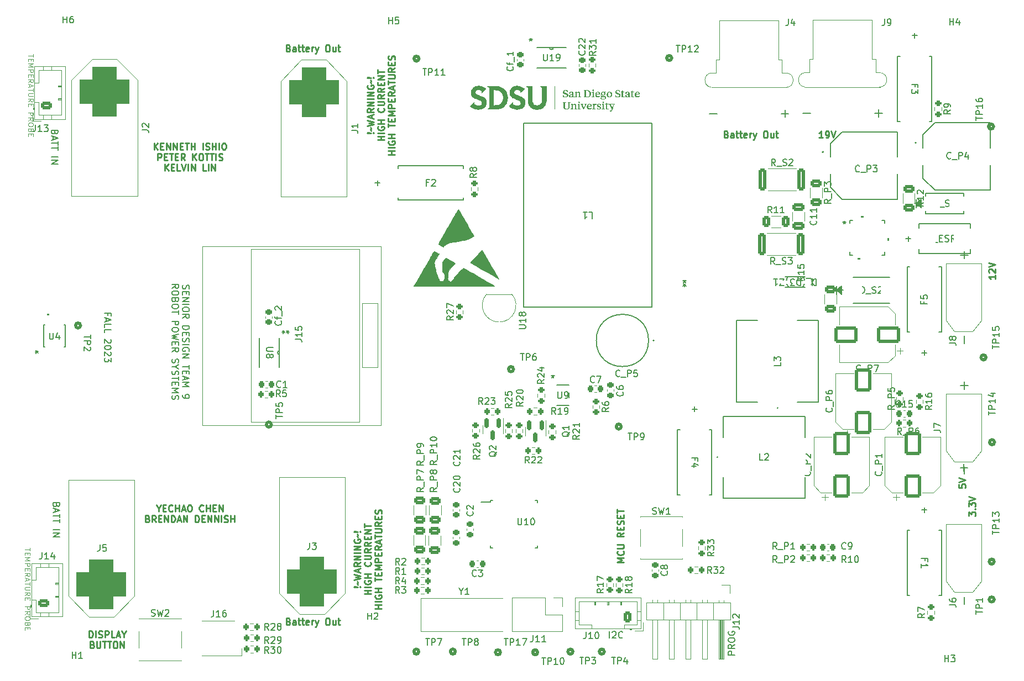
<source format=gto>
G04 #@! TF.GenerationSoftware,KiCad,Pcbnew,7.0.1*
G04 #@! TF.CreationDate,2023-09-17T03:43:03-07:00*
G04 #@! TF.ProjectId,rps01,72707330-312e-46b6-9963-61645f706362,1*
G04 #@! TF.SameCoordinates,Original*
G04 #@! TF.FileFunction,Legend,Top*
G04 #@! TF.FilePolarity,Positive*
%FSLAX46Y46*%
G04 Gerber Fmt 4.6, Leading zero omitted, Abs format (unit mm)*
G04 Created by KiCad (PCBNEW 7.0.1) date 2023-09-17 03:43:03*
%MOMM*%
%LPD*%
G01*
G04 APERTURE LIST*
G04 Aperture macros list*
%AMRoundRect*
0 Rectangle with rounded corners*
0 $1 Rounding radius*
0 $2 $3 $4 $5 $6 $7 $8 $9 X,Y pos of 4 corners*
0 Add a 4 corners polygon primitive as box body*
4,1,4,$2,$3,$4,$5,$6,$7,$8,$9,$2,$3,0*
0 Add four circle primitives for the rounded corners*
1,1,$1+$1,$2,$3*
1,1,$1+$1,$4,$5*
1,1,$1+$1,$6,$7*
1,1,$1+$1,$8,$9*
0 Add four rect primitives between the rounded corners*
20,1,$1+$1,$2,$3,$4,$5,0*
20,1,$1+$1,$4,$5,$6,$7,0*
20,1,$1+$1,$6,$7,$8,$9,0*
20,1,$1+$1,$8,$9,$2,$3,0*%
G04 Aperture macros list end*
%ADD10C,0.250000*%
%ADD11C,0.150000*%
%ADD12C,0.200000*%
%ADD13C,0.100000*%
%ADD14C,0.152400*%
%ADD15C,0.120000*%
%ADD16C,0.508000*%
%ADD17C,0.010000*%
%ADD18C,0.127000*%
%ADD19R,1.917700X2.997200*%
%ADD20R,1.111200X0.600800*%
%ADD21R,3.800000X3.800000*%
%ADD22C,4.000000*%
%ADD23RoundRect,1.900000X-1.900000X1.900000X-1.900000X-1.900000X1.900000X-1.900000X1.900000X1.900000X0*%
%ADD24C,7.600000*%
%ADD25R,1.700000X1.700000*%
%ADD26O,1.700000X1.700000*%
%ADD27R,2.000000X1.100000*%
%ADD28R,1.600200X0.812800*%
%ADD29RoundRect,0.225000X0.250000X-0.225000X0.250000X0.225000X-0.250000X0.225000X-0.250000X-0.225000X0*%
%ADD30RoundRect,0.250000X0.625000X-0.312500X0.625000X0.312500X-0.625000X0.312500X-0.625000X-0.312500X0*%
%ADD31O,2.000000X1.600000*%
%ADD32RoundRect,0.200000X0.200000X0.275000X-0.200000X0.275000X-0.200000X-0.275000X0.200000X-0.275000X0*%
%ADD33RoundRect,0.150000X-0.150000X0.587500X-0.150000X-0.587500X0.150000X-0.587500X0.150000X0.587500X0*%
%ADD34R,0.812800X1.600200*%
%ADD35RoundRect,0.200000X-0.275000X0.200000X-0.275000X-0.200000X0.275000X-0.200000X0.275000X0.200000X0*%
%ADD36RoundRect,0.225000X-0.250000X0.225000X-0.250000X-0.225000X0.250000X-0.225000X0.250000X0.225000X0*%
%ADD37R,4.241800X3.810000*%
%ADD38RoundRect,0.250000X0.625000X-0.350000X0.625000X0.350000X-0.625000X0.350000X-0.625000X-0.350000X0*%
%ADD39O,1.750000X1.200000*%
%ADD40RoundRect,0.200000X-0.200000X-0.275000X0.200000X-0.275000X0.200000X0.275000X-0.200000X0.275000X0*%
%ADD41RoundRect,0.250000X-0.362500X-1.425000X0.362500X-1.425000X0.362500X1.425000X-0.362500X1.425000X0*%
%ADD42RoundRect,0.225000X-0.225000X-0.250000X0.225000X-0.250000X0.225000X0.250000X-0.225000X0.250000X0*%
%ADD43RoundRect,0.250000X1.000000X-1.500000X1.000000X1.500000X-1.000000X1.500000X-1.000000X-1.500000X0*%
%ADD44R,1.050000X1.500000*%
%ADD45O,1.050000X1.500000*%
%ADD46R,0.804800X0.249200*%
%ADD47R,0.249200X0.804800*%
%ADD48R,3.550000X3.550000*%
%ADD49RoundRect,0.250000X1.500000X1.000000X-1.500000X1.000000X-1.500000X-1.000000X1.500000X-1.000000X0*%
%ADD50R,2.184400X1.625600*%
%ADD51R,3.810000X4.241800*%
%ADD52RoundRect,0.250000X-0.625000X0.312500X-0.625000X-0.312500X0.625000X-0.312500X0.625000X0.312500X0*%
%ADD53R,0.279400X1.333500*%
%ADD54C,1.400000*%
%ADD55R,3.500000X3.500000*%
%ADD56C,3.500000*%
%ADD57C,0.800000*%
%ADD58C,6.400000*%
%ADD59RoundRect,1.900000X1.900000X-1.900000X1.900000X1.900000X-1.900000X1.900000X-1.900000X-1.900000X0*%
%ADD60R,1.600000X0.550000*%
%ADD61R,0.550000X1.600000*%
%ADD62RoundRect,0.225000X0.225000X0.250000X-0.225000X0.250000X-0.225000X-0.250000X0.225000X-0.250000X0*%
%ADD63R,0.952500X0.508000*%
%ADD64R,0.355600X1.473200*%
%ADD65RoundRect,0.200000X0.275000X-0.200000X0.275000X0.200000X-0.275000X0.200000X-0.275000X-0.200000X0*%
%ADD66R,2.560396X2.499995*%
%ADD67R,4.100000X2.000000*%
%ADD68RoundRect,0.250000X0.650000X-0.325000X0.650000X0.325000X-0.650000X0.325000X-0.650000X-0.325000X0*%
%ADD69R,4.521200X4.241800*%
%ADD70RoundRect,0.250000X-0.312500X-0.625000X0.312500X-0.625000X0.312500X0.625000X-0.312500X0.625000X0*%
%ADD71R,2.895600X5.410200*%
%ADD72R,5.410200X2.895600*%
%ADD73R,1.550000X1.300000*%
%ADD74RoundRect,0.250000X0.350000X0.625000X-0.350000X0.625000X-0.350000X-0.625000X0.350000X-0.625000X0*%
%ADD75O,1.200000X1.750000*%
%ADD76R,1.473200X0.355600*%
%ADD77R,1.200000X1.200000*%
%ADD78C,1.200000*%
%ADD79R,4.500000X2.000000*%
G04 APERTURE END LIST*
D10*
X54626476Y-110049428D02*
X54626476Y-110525619D01*
X54293143Y-109525619D02*
X54626476Y-110049428D01*
X54626476Y-110049428D02*
X54959809Y-109525619D01*
X55293143Y-110001809D02*
X55626476Y-110001809D01*
X55769333Y-110525619D02*
X55293143Y-110525619D01*
X55293143Y-110525619D02*
X55293143Y-109525619D01*
X55293143Y-109525619D02*
X55769333Y-109525619D01*
X56769333Y-110430380D02*
X56721714Y-110478000D01*
X56721714Y-110478000D02*
X56578857Y-110525619D01*
X56578857Y-110525619D02*
X56483619Y-110525619D01*
X56483619Y-110525619D02*
X56340762Y-110478000D01*
X56340762Y-110478000D02*
X56245524Y-110382761D01*
X56245524Y-110382761D02*
X56197905Y-110287523D01*
X56197905Y-110287523D02*
X56150286Y-110097047D01*
X56150286Y-110097047D02*
X56150286Y-109954190D01*
X56150286Y-109954190D02*
X56197905Y-109763714D01*
X56197905Y-109763714D02*
X56245524Y-109668476D01*
X56245524Y-109668476D02*
X56340762Y-109573238D01*
X56340762Y-109573238D02*
X56483619Y-109525619D01*
X56483619Y-109525619D02*
X56578857Y-109525619D01*
X56578857Y-109525619D02*
X56721714Y-109573238D01*
X56721714Y-109573238D02*
X56769333Y-109620857D01*
X57197905Y-110525619D02*
X57197905Y-109525619D01*
X57197905Y-110001809D02*
X57769333Y-110001809D01*
X57769333Y-110525619D02*
X57769333Y-109525619D01*
X58197905Y-110239904D02*
X58674095Y-110239904D01*
X58102667Y-110525619D02*
X58436000Y-109525619D01*
X58436000Y-109525619D02*
X58769333Y-110525619D01*
X59293143Y-109525619D02*
X59483619Y-109525619D01*
X59483619Y-109525619D02*
X59578857Y-109573238D01*
X59578857Y-109573238D02*
X59674095Y-109668476D01*
X59674095Y-109668476D02*
X59721714Y-109858952D01*
X59721714Y-109858952D02*
X59721714Y-110192285D01*
X59721714Y-110192285D02*
X59674095Y-110382761D01*
X59674095Y-110382761D02*
X59578857Y-110478000D01*
X59578857Y-110478000D02*
X59483619Y-110525619D01*
X59483619Y-110525619D02*
X59293143Y-110525619D01*
X59293143Y-110525619D02*
X59197905Y-110478000D01*
X59197905Y-110478000D02*
X59102667Y-110382761D01*
X59102667Y-110382761D02*
X59055048Y-110192285D01*
X59055048Y-110192285D02*
X59055048Y-109858952D01*
X59055048Y-109858952D02*
X59102667Y-109668476D01*
X59102667Y-109668476D02*
X59197905Y-109573238D01*
X59197905Y-109573238D02*
X59293143Y-109525619D01*
X61483619Y-110430380D02*
X61436000Y-110478000D01*
X61436000Y-110478000D02*
X61293143Y-110525619D01*
X61293143Y-110525619D02*
X61197905Y-110525619D01*
X61197905Y-110525619D02*
X61055048Y-110478000D01*
X61055048Y-110478000D02*
X60959810Y-110382761D01*
X60959810Y-110382761D02*
X60912191Y-110287523D01*
X60912191Y-110287523D02*
X60864572Y-110097047D01*
X60864572Y-110097047D02*
X60864572Y-109954190D01*
X60864572Y-109954190D02*
X60912191Y-109763714D01*
X60912191Y-109763714D02*
X60959810Y-109668476D01*
X60959810Y-109668476D02*
X61055048Y-109573238D01*
X61055048Y-109573238D02*
X61197905Y-109525619D01*
X61197905Y-109525619D02*
X61293143Y-109525619D01*
X61293143Y-109525619D02*
X61436000Y-109573238D01*
X61436000Y-109573238D02*
X61483619Y-109620857D01*
X61912191Y-110525619D02*
X61912191Y-109525619D01*
X61912191Y-110001809D02*
X62483619Y-110001809D01*
X62483619Y-110525619D02*
X62483619Y-109525619D01*
X62959810Y-110001809D02*
X63293143Y-110001809D01*
X63436000Y-110525619D02*
X62959810Y-110525619D01*
X62959810Y-110525619D02*
X62959810Y-109525619D01*
X62959810Y-109525619D02*
X63436000Y-109525619D01*
X63864572Y-110525619D02*
X63864572Y-109525619D01*
X63864572Y-109525619D02*
X64436000Y-110525619D01*
X64436000Y-110525619D02*
X64436000Y-109525619D01*
X52959809Y-111621809D02*
X53102666Y-111669428D01*
X53102666Y-111669428D02*
X53150285Y-111717047D01*
X53150285Y-111717047D02*
X53197904Y-111812285D01*
X53197904Y-111812285D02*
X53197904Y-111955142D01*
X53197904Y-111955142D02*
X53150285Y-112050380D01*
X53150285Y-112050380D02*
X53102666Y-112098000D01*
X53102666Y-112098000D02*
X53007428Y-112145619D01*
X53007428Y-112145619D02*
X52626476Y-112145619D01*
X52626476Y-112145619D02*
X52626476Y-111145619D01*
X52626476Y-111145619D02*
X52959809Y-111145619D01*
X52959809Y-111145619D02*
X53055047Y-111193238D01*
X53055047Y-111193238D02*
X53102666Y-111240857D01*
X53102666Y-111240857D02*
X53150285Y-111336095D01*
X53150285Y-111336095D02*
X53150285Y-111431333D01*
X53150285Y-111431333D02*
X53102666Y-111526571D01*
X53102666Y-111526571D02*
X53055047Y-111574190D01*
X53055047Y-111574190D02*
X52959809Y-111621809D01*
X52959809Y-111621809D02*
X52626476Y-111621809D01*
X54197904Y-112145619D02*
X53864571Y-111669428D01*
X53626476Y-112145619D02*
X53626476Y-111145619D01*
X53626476Y-111145619D02*
X54007428Y-111145619D01*
X54007428Y-111145619D02*
X54102666Y-111193238D01*
X54102666Y-111193238D02*
X54150285Y-111240857D01*
X54150285Y-111240857D02*
X54197904Y-111336095D01*
X54197904Y-111336095D02*
X54197904Y-111478952D01*
X54197904Y-111478952D02*
X54150285Y-111574190D01*
X54150285Y-111574190D02*
X54102666Y-111621809D01*
X54102666Y-111621809D02*
X54007428Y-111669428D01*
X54007428Y-111669428D02*
X53626476Y-111669428D01*
X54626476Y-111621809D02*
X54959809Y-111621809D01*
X55102666Y-112145619D02*
X54626476Y-112145619D01*
X54626476Y-112145619D02*
X54626476Y-111145619D01*
X54626476Y-111145619D02*
X55102666Y-111145619D01*
X55531238Y-112145619D02*
X55531238Y-111145619D01*
X55531238Y-111145619D02*
X56102666Y-112145619D01*
X56102666Y-112145619D02*
X56102666Y-111145619D01*
X56578857Y-112145619D02*
X56578857Y-111145619D01*
X56578857Y-111145619D02*
X56816952Y-111145619D01*
X56816952Y-111145619D02*
X56959809Y-111193238D01*
X56959809Y-111193238D02*
X57055047Y-111288476D01*
X57055047Y-111288476D02*
X57102666Y-111383714D01*
X57102666Y-111383714D02*
X57150285Y-111574190D01*
X57150285Y-111574190D02*
X57150285Y-111717047D01*
X57150285Y-111717047D02*
X57102666Y-111907523D01*
X57102666Y-111907523D02*
X57055047Y-112002761D01*
X57055047Y-112002761D02*
X56959809Y-112098000D01*
X56959809Y-112098000D02*
X56816952Y-112145619D01*
X56816952Y-112145619D02*
X56578857Y-112145619D01*
X57531238Y-111859904D02*
X58007428Y-111859904D01*
X57436000Y-112145619D02*
X57769333Y-111145619D01*
X57769333Y-111145619D02*
X58102666Y-112145619D01*
X58436000Y-112145619D02*
X58436000Y-111145619D01*
X58436000Y-111145619D02*
X59007428Y-112145619D01*
X59007428Y-112145619D02*
X59007428Y-111145619D01*
X60245524Y-112145619D02*
X60245524Y-111145619D01*
X60245524Y-111145619D02*
X60483619Y-111145619D01*
X60483619Y-111145619D02*
X60626476Y-111193238D01*
X60626476Y-111193238D02*
X60721714Y-111288476D01*
X60721714Y-111288476D02*
X60769333Y-111383714D01*
X60769333Y-111383714D02*
X60816952Y-111574190D01*
X60816952Y-111574190D02*
X60816952Y-111717047D01*
X60816952Y-111717047D02*
X60769333Y-111907523D01*
X60769333Y-111907523D02*
X60721714Y-112002761D01*
X60721714Y-112002761D02*
X60626476Y-112098000D01*
X60626476Y-112098000D02*
X60483619Y-112145619D01*
X60483619Y-112145619D02*
X60245524Y-112145619D01*
X61245524Y-111621809D02*
X61578857Y-111621809D01*
X61721714Y-112145619D02*
X61245524Y-112145619D01*
X61245524Y-112145619D02*
X61245524Y-111145619D01*
X61245524Y-111145619D02*
X61721714Y-111145619D01*
X62150286Y-112145619D02*
X62150286Y-111145619D01*
X62150286Y-111145619D02*
X62721714Y-112145619D01*
X62721714Y-112145619D02*
X62721714Y-111145619D01*
X63197905Y-112145619D02*
X63197905Y-111145619D01*
X63197905Y-111145619D02*
X63769333Y-112145619D01*
X63769333Y-112145619D02*
X63769333Y-111145619D01*
X64245524Y-112145619D02*
X64245524Y-111145619D01*
X64674095Y-112098000D02*
X64816952Y-112145619D01*
X64816952Y-112145619D02*
X65055047Y-112145619D01*
X65055047Y-112145619D02*
X65150285Y-112098000D01*
X65150285Y-112098000D02*
X65197904Y-112050380D01*
X65197904Y-112050380D02*
X65245523Y-111955142D01*
X65245523Y-111955142D02*
X65245523Y-111859904D01*
X65245523Y-111859904D02*
X65197904Y-111764666D01*
X65197904Y-111764666D02*
X65150285Y-111717047D01*
X65150285Y-111717047D02*
X65055047Y-111669428D01*
X65055047Y-111669428D02*
X64864571Y-111621809D01*
X64864571Y-111621809D02*
X64769333Y-111574190D01*
X64769333Y-111574190D02*
X64721714Y-111526571D01*
X64721714Y-111526571D02*
X64674095Y-111431333D01*
X64674095Y-111431333D02*
X64674095Y-111336095D01*
X64674095Y-111336095D02*
X64721714Y-111240857D01*
X64721714Y-111240857D02*
X64769333Y-111193238D01*
X64769333Y-111193238D02*
X64864571Y-111145619D01*
X64864571Y-111145619D02*
X65102666Y-111145619D01*
X65102666Y-111145619D02*
X65245523Y-111193238D01*
X65674095Y-112145619D02*
X65674095Y-111145619D01*
X65674095Y-111621809D02*
X66245523Y-111621809D01*
X66245523Y-112145619D02*
X66245523Y-111145619D01*
D11*
X39020369Y-109523108D02*
X38972750Y-109665965D01*
X38972750Y-109665965D02*
X38925131Y-109713584D01*
X38925131Y-109713584D02*
X38829893Y-109761203D01*
X38829893Y-109761203D02*
X38687036Y-109761203D01*
X38687036Y-109761203D02*
X38591798Y-109713584D01*
X38591798Y-109713584D02*
X38544179Y-109665965D01*
X38544179Y-109665965D02*
X38496559Y-109570727D01*
X38496559Y-109570727D02*
X38496559Y-109189775D01*
X38496559Y-109189775D02*
X39496559Y-109189775D01*
X39496559Y-109189775D02*
X39496559Y-109523108D01*
X39496559Y-109523108D02*
X39448940Y-109618346D01*
X39448940Y-109618346D02*
X39401321Y-109665965D01*
X39401321Y-109665965D02*
X39306083Y-109713584D01*
X39306083Y-109713584D02*
X39210845Y-109713584D01*
X39210845Y-109713584D02*
X39115607Y-109665965D01*
X39115607Y-109665965D02*
X39067988Y-109618346D01*
X39067988Y-109618346D02*
X39020369Y-109523108D01*
X39020369Y-109523108D02*
X39020369Y-109189775D01*
X38782274Y-110142156D02*
X38782274Y-110618346D01*
X38496559Y-110046918D02*
X39496559Y-110380251D01*
X39496559Y-110380251D02*
X38496559Y-110713584D01*
X39496559Y-110904061D02*
X39496559Y-111475489D01*
X38496559Y-111189775D02*
X39496559Y-111189775D01*
X39496559Y-111665966D02*
X39496559Y-112237394D01*
X38496559Y-111951680D02*
X39496559Y-111951680D01*
X38496559Y-113332633D02*
X39496559Y-113332633D01*
X38496559Y-113808823D02*
X39496559Y-113808823D01*
X39496559Y-113808823D02*
X38496559Y-114380251D01*
X38496559Y-114380251D02*
X39496559Y-114380251D01*
X117568036Y-98301918D02*
X117520417Y-98397156D01*
X117520417Y-98397156D02*
X117425179Y-98492394D01*
X117425179Y-98492394D02*
X117282321Y-98635251D01*
X117282321Y-98635251D02*
X117234702Y-98730489D01*
X117234702Y-98730489D02*
X117234702Y-98825727D01*
X117472798Y-98778108D02*
X117425179Y-98873346D01*
X117425179Y-98873346D02*
X117329940Y-98968584D01*
X117329940Y-98968584D02*
X117139464Y-99016203D01*
X117139464Y-99016203D02*
X116806131Y-99016203D01*
X116806131Y-99016203D02*
X116615655Y-98968584D01*
X116615655Y-98968584D02*
X116520417Y-98873346D01*
X116520417Y-98873346D02*
X116472798Y-98778108D01*
X116472798Y-98778108D02*
X116472798Y-98587632D01*
X116472798Y-98587632D02*
X116520417Y-98492394D01*
X116520417Y-98492394D02*
X116615655Y-98397156D01*
X116615655Y-98397156D02*
X116806131Y-98349537D01*
X116806131Y-98349537D02*
X117139464Y-98349537D01*
X117139464Y-98349537D02*
X117329940Y-98397156D01*
X117329940Y-98397156D02*
X117425179Y-98492394D01*
X117425179Y-98492394D02*
X117472798Y-98587632D01*
X117472798Y-98587632D02*
X117472798Y-98778108D01*
X117472798Y-97397156D02*
X117472798Y-97968584D01*
X117472798Y-97682870D02*
X116472798Y-97682870D01*
X116472798Y-97682870D02*
X116615655Y-97778108D01*
X116615655Y-97778108D02*
X116710893Y-97873346D01*
X116710893Y-97873346D02*
X116758512Y-97968584D01*
X106392036Y-101349918D02*
X106344417Y-101445156D01*
X106344417Y-101445156D02*
X106249179Y-101540394D01*
X106249179Y-101540394D02*
X106106321Y-101683251D01*
X106106321Y-101683251D02*
X106058702Y-101778489D01*
X106058702Y-101778489D02*
X106058702Y-101873727D01*
X106296798Y-101826108D02*
X106249179Y-101921346D01*
X106249179Y-101921346D02*
X106153940Y-102016584D01*
X106153940Y-102016584D02*
X105963464Y-102064203D01*
X105963464Y-102064203D02*
X105630131Y-102064203D01*
X105630131Y-102064203D02*
X105439655Y-102016584D01*
X105439655Y-102016584D02*
X105344417Y-101921346D01*
X105344417Y-101921346D02*
X105296798Y-101826108D01*
X105296798Y-101826108D02*
X105296798Y-101635632D01*
X105296798Y-101635632D02*
X105344417Y-101540394D01*
X105344417Y-101540394D02*
X105439655Y-101445156D01*
X105439655Y-101445156D02*
X105630131Y-101397537D01*
X105630131Y-101397537D02*
X105963464Y-101397537D01*
X105963464Y-101397537D02*
X106153940Y-101445156D01*
X106153940Y-101445156D02*
X106249179Y-101540394D01*
X106249179Y-101540394D02*
X106296798Y-101635632D01*
X106296798Y-101635632D02*
X106296798Y-101826108D01*
X105392036Y-101016584D02*
X105344417Y-100968965D01*
X105344417Y-100968965D02*
X105296798Y-100873727D01*
X105296798Y-100873727D02*
X105296798Y-100635632D01*
X105296798Y-100635632D02*
X105344417Y-100540394D01*
X105344417Y-100540394D02*
X105392036Y-100492775D01*
X105392036Y-100492775D02*
X105487274Y-100445156D01*
X105487274Y-100445156D02*
X105582512Y-100445156D01*
X105582512Y-100445156D02*
X105725369Y-100492775D01*
X105725369Y-100492775D02*
X106296798Y-101064203D01*
X106296798Y-101064203D02*
X106296798Y-100445156D01*
D12*
X58364272Y-75833130D02*
X58316652Y-75975987D01*
X58316652Y-75975987D02*
X58316652Y-76214082D01*
X58316652Y-76214082D02*
X58364272Y-76309320D01*
X58364272Y-76309320D02*
X58411891Y-76356939D01*
X58411891Y-76356939D02*
X58507129Y-76404558D01*
X58507129Y-76404558D02*
X58602367Y-76404558D01*
X58602367Y-76404558D02*
X58697605Y-76356939D01*
X58697605Y-76356939D02*
X58745224Y-76309320D01*
X58745224Y-76309320D02*
X58792843Y-76214082D01*
X58792843Y-76214082D02*
X58840462Y-76023606D01*
X58840462Y-76023606D02*
X58888081Y-75928368D01*
X58888081Y-75928368D02*
X58935700Y-75880749D01*
X58935700Y-75880749D02*
X59030938Y-75833130D01*
X59030938Y-75833130D02*
X59126176Y-75833130D01*
X59126176Y-75833130D02*
X59221414Y-75880749D01*
X59221414Y-75880749D02*
X59269033Y-75928368D01*
X59269033Y-75928368D02*
X59316652Y-76023606D01*
X59316652Y-76023606D02*
X59316652Y-76261701D01*
X59316652Y-76261701D02*
X59269033Y-76404558D01*
X58840462Y-76833130D02*
X58840462Y-77166463D01*
X58316652Y-77309320D02*
X58316652Y-76833130D01*
X58316652Y-76833130D02*
X59316652Y-76833130D01*
X59316652Y-76833130D02*
X59316652Y-77309320D01*
X58316652Y-77737892D02*
X59316652Y-77737892D01*
X59316652Y-77737892D02*
X58316652Y-78309320D01*
X58316652Y-78309320D02*
X59316652Y-78309320D01*
X58316652Y-78785511D02*
X59316652Y-78785511D01*
X59316652Y-79452177D02*
X59316652Y-79642653D01*
X59316652Y-79642653D02*
X59269033Y-79737891D01*
X59269033Y-79737891D02*
X59173795Y-79833129D01*
X59173795Y-79833129D02*
X58983319Y-79880748D01*
X58983319Y-79880748D02*
X58649986Y-79880748D01*
X58649986Y-79880748D02*
X58459510Y-79833129D01*
X58459510Y-79833129D02*
X58364272Y-79737891D01*
X58364272Y-79737891D02*
X58316652Y-79642653D01*
X58316652Y-79642653D02*
X58316652Y-79452177D01*
X58316652Y-79452177D02*
X58364272Y-79356939D01*
X58364272Y-79356939D02*
X58459510Y-79261701D01*
X58459510Y-79261701D02*
X58649986Y-79214082D01*
X58649986Y-79214082D02*
X58983319Y-79214082D01*
X58983319Y-79214082D02*
X59173795Y-79261701D01*
X59173795Y-79261701D02*
X59269033Y-79356939D01*
X59269033Y-79356939D02*
X59316652Y-79452177D01*
X58316652Y-80880748D02*
X58792843Y-80547415D01*
X58316652Y-80309320D02*
X59316652Y-80309320D01*
X59316652Y-80309320D02*
X59316652Y-80690272D01*
X59316652Y-80690272D02*
X59269033Y-80785510D01*
X59269033Y-80785510D02*
X59221414Y-80833129D01*
X59221414Y-80833129D02*
X59126176Y-80880748D01*
X59126176Y-80880748D02*
X58983319Y-80880748D01*
X58983319Y-80880748D02*
X58888081Y-80833129D01*
X58888081Y-80833129D02*
X58840462Y-80785510D01*
X58840462Y-80785510D02*
X58792843Y-80690272D01*
X58792843Y-80690272D02*
X58792843Y-80309320D01*
X58316652Y-82071225D02*
X59316652Y-82071225D01*
X59316652Y-82071225D02*
X59316652Y-82309320D01*
X59316652Y-82309320D02*
X59269033Y-82452177D01*
X59269033Y-82452177D02*
X59173795Y-82547415D01*
X59173795Y-82547415D02*
X59078557Y-82595034D01*
X59078557Y-82595034D02*
X58888081Y-82642653D01*
X58888081Y-82642653D02*
X58745224Y-82642653D01*
X58745224Y-82642653D02*
X58554748Y-82595034D01*
X58554748Y-82595034D02*
X58459510Y-82547415D01*
X58459510Y-82547415D02*
X58364272Y-82452177D01*
X58364272Y-82452177D02*
X58316652Y-82309320D01*
X58316652Y-82309320D02*
X58316652Y-82071225D01*
X58840462Y-83071225D02*
X58840462Y-83404558D01*
X58316652Y-83547415D02*
X58316652Y-83071225D01*
X58316652Y-83071225D02*
X59316652Y-83071225D01*
X59316652Y-83071225D02*
X59316652Y-83547415D01*
X58364272Y-83928368D02*
X58316652Y-84071225D01*
X58316652Y-84071225D02*
X58316652Y-84309320D01*
X58316652Y-84309320D02*
X58364272Y-84404558D01*
X58364272Y-84404558D02*
X58411891Y-84452177D01*
X58411891Y-84452177D02*
X58507129Y-84499796D01*
X58507129Y-84499796D02*
X58602367Y-84499796D01*
X58602367Y-84499796D02*
X58697605Y-84452177D01*
X58697605Y-84452177D02*
X58745224Y-84404558D01*
X58745224Y-84404558D02*
X58792843Y-84309320D01*
X58792843Y-84309320D02*
X58840462Y-84118844D01*
X58840462Y-84118844D02*
X58888081Y-84023606D01*
X58888081Y-84023606D02*
X58935700Y-83975987D01*
X58935700Y-83975987D02*
X59030938Y-83928368D01*
X59030938Y-83928368D02*
X59126176Y-83928368D01*
X59126176Y-83928368D02*
X59221414Y-83975987D01*
X59221414Y-83975987D02*
X59269033Y-84023606D01*
X59269033Y-84023606D02*
X59316652Y-84118844D01*
X59316652Y-84118844D02*
X59316652Y-84356939D01*
X59316652Y-84356939D02*
X59269033Y-84499796D01*
X58316652Y-84928368D02*
X59316652Y-84928368D01*
X59269033Y-85928367D02*
X59316652Y-85833129D01*
X59316652Y-85833129D02*
X59316652Y-85690272D01*
X59316652Y-85690272D02*
X59269033Y-85547415D01*
X59269033Y-85547415D02*
X59173795Y-85452177D01*
X59173795Y-85452177D02*
X59078557Y-85404558D01*
X59078557Y-85404558D02*
X58888081Y-85356939D01*
X58888081Y-85356939D02*
X58745224Y-85356939D01*
X58745224Y-85356939D02*
X58554748Y-85404558D01*
X58554748Y-85404558D02*
X58459510Y-85452177D01*
X58459510Y-85452177D02*
X58364272Y-85547415D01*
X58364272Y-85547415D02*
X58316652Y-85690272D01*
X58316652Y-85690272D02*
X58316652Y-85785510D01*
X58316652Y-85785510D02*
X58364272Y-85928367D01*
X58364272Y-85928367D02*
X58411891Y-85975986D01*
X58411891Y-85975986D02*
X58745224Y-85975986D01*
X58745224Y-85975986D02*
X58745224Y-85785510D01*
X58316652Y-86404558D02*
X59316652Y-86404558D01*
X59316652Y-86404558D02*
X58316652Y-86975986D01*
X58316652Y-86975986D02*
X59316652Y-86975986D01*
X59316652Y-88071225D02*
X59316652Y-88642653D01*
X58316652Y-88356939D02*
X59316652Y-88356939D01*
X58840462Y-88975987D02*
X58840462Y-89309320D01*
X58316652Y-89452177D02*
X58316652Y-88975987D01*
X58316652Y-88975987D02*
X59316652Y-88975987D01*
X59316652Y-88975987D02*
X59316652Y-89452177D01*
X58602367Y-89833130D02*
X58602367Y-90309320D01*
X58316652Y-89737892D02*
X59316652Y-90071225D01*
X59316652Y-90071225D02*
X58316652Y-90404558D01*
X58316652Y-90737892D02*
X59316652Y-90737892D01*
X59316652Y-90737892D02*
X58602367Y-91071225D01*
X58602367Y-91071225D02*
X59316652Y-91404558D01*
X59316652Y-91404558D02*
X58316652Y-91404558D01*
X58316652Y-92690273D02*
X58316652Y-92880749D01*
X58316652Y-92880749D02*
X58364272Y-92975987D01*
X58364272Y-92975987D02*
X58411891Y-93023606D01*
X58411891Y-93023606D02*
X58554748Y-93118844D01*
X58554748Y-93118844D02*
X58745224Y-93166463D01*
X58745224Y-93166463D02*
X59126176Y-93166463D01*
X59126176Y-93166463D02*
X59221414Y-93118844D01*
X59221414Y-93118844D02*
X59269033Y-93071225D01*
X59269033Y-93071225D02*
X59316652Y-92975987D01*
X59316652Y-92975987D02*
X59316652Y-92785511D01*
X59316652Y-92785511D02*
X59269033Y-92690273D01*
X59269033Y-92690273D02*
X59221414Y-92642654D01*
X59221414Y-92642654D02*
X59126176Y-92595035D01*
X59126176Y-92595035D02*
X58888081Y-92595035D01*
X58888081Y-92595035D02*
X58792843Y-92642654D01*
X58792843Y-92642654D02*
X58745224Y-92690273D01*
X58745224Y-92690273D02*
X58697605Y-92785511D01*
X58697605Y-92785511D02*
X58697605Y-92975987D01*
X58697605Y-92975987D02*
X58745224Y-93071225D01*
X58745224Y-93071225D02*
X58792843Y-93118844D01*
X58792843Y-93118844D02*
X58888081Y-93166463D01*
X56696652Y-76309320D02*
X57172843Y-75975987D01*
X56696652Y-75737892D02*
X57696652Y-75737892D01*
X57696652Y-75737892D02*
X57696652Y-76118844D01*
X57696652Y-76118844D02*
X57649033Y-76214082D01*
X57649033Y-76214082D02*
X57601414Y-76261701D01*
X57601414Y-76261701D02*
X57506176Y-76309320D01*
X57506176Y-76309320D02*
X57363319Y-76309320D01*
X57363319Y-76309320D02*
X57268081Y-76261701D01*
X57268081Y-76261701D02*
X57220462Y-76214082D01*
X57220462Y-76214082D02*
X57172843Y-76118844D01*
X57172843Y-76118844D02*
X57172843Y-75737892D01*
X57696652Y-76928368D02*
X57696652Y-77118844D01*
X57696652Y-77118844D02*
X57649033Y-77214082D01*
X57649033Y-77214082D02*
X57553795Y-77309320D01*
X57553795Y-77309320D02*
X57363319Y-77356939D01*
X57363319Y-77356939D02*
X57029986Y-77356939D01*
X57029986Y-77356939D02*
X56839510Y-77309320D01*
X56839510Y-77309320D02*
X56744272Y-77214082D01*
X56744272Y-77214082D02*
X56696652Y-77118844D01*
X56696652Y-77118844D02*
X56696652Y-76928368D01*
X56696652Y-76928368D02*
X56744272Y-76833130D01*
X56744272Y-76833130D02*
X56839510Y-76737892D01*
X56839510Y-76737892D02*
X57029986Y-76690273D01*
X57029986Y-76690273D02*
X57363319Y-76690273D01*
X57363319Y-76690273D02*
X57553795Y-76737892D01*
X57553795Y-76737892D02*
X57649033Y-76833130D01*
X57649033Y-76833130D02*
X57696652Y-76928368D01*
X57220462Y-78118844D02*
X57172843Y-78261701D01*
X57172843Y-78261701D02*
X57125224Y-78309320D01*
X57125224Y-78309320D02*
X57029986Y-78356939D01*
X57029986Y-78356939D02*
X56887129Y-78356939D01*
X56887129Y-78356939D02*
X56791891Y-78309320D01*
X56791891Y-78309320D02*
X56744272Y-78261701D01*
X56744272Y-78261701D02*
X56696652Y-78166463D01*
X56696652Y-78166463D02*
X56696652Y-77785511D01*
X56696652Y-77785511D02*
X57696652Y-77785511D01*
X57696652Y-77785511D02*
X57696652Y-78118844D01*
X57696652Y-78118844D02*
X57649033Y-78214082D01*
X57649033Y-78214082D02*
X57601414Y-78261701D01*
X57601414Y-78261701D02*
X57506176Y-78309320D01*
X57506176Y-78309320D02*
X57410938Y-78309320D01*
X57410938Y-78309320D02*
X57315700Y-78261701D01*
X57315700Y-78261701D02*
X57268081Y-78214082D01*
X57268081Y-78214082D02*
X57220462Y-78118844D01*
X57220462Y-78118844D02*
X57220462Y-77785511D01*
X57696652Y-78975987D02*
X57696652Y-79166463D01*
X57696652Y-79166463D02*
X57649033Y-79261701D01*
X57649033Y-79261701D02*
X57553795Y-79356939D01*
X57553795Y-79356939D02*
X57363319Y-79404558D01*
X57363319Y-79404558D02*
X57029986Y-79404558D01*
X57029986Y-79404558D02*
X56839510Y-79356939D01*
X56839510Y-79356939D02*
X56744272Y-79261701D01*
X56744272Y-79261701D02*
X56696652Y-79166463D01*
X56696652Y-79166463D02*
X56696652Y-78975987D01*
X56696652Y-78975987D02*
X56744272Y-78880749D01*
X56744272Y-78880749D02*
X56839510Y-78785511D01*
X56839510Y-78785511D02*
X57029986Y-78737892D01*
X57029986Y-78737892D02*
X57363319Y-78737892D01*
X57363319Y-78737892D02*
X57553795Y-78785511D01*
X57553795Y-78785511D02*
X57649033Y-78880749D01*
X57649033Y-78880749D02*
X57696652Y-78975987D01*
X57696652Y-79690273D02*
X57696652Y-80261701D01*
X56696652Y-79975987D02*
X57696652Y-79975987D01*
X56696652Y-81356940D02*
X57696652Y-81356940D01*
X57696652Y-81356940D02*
X57696652Y-81737892D01*
X57696652Y-81737892D02*
X57649033Y-81833130D01*
X57649033Y-81833130D02*
X57601414Y-81880749D01*
X57601414Y-81880749D02*
X57506176Y-81928368D01*
X57506176Y-81928368D02*
X57363319Y-81928368D01*
X57363319Y-81928368D02*
X57268081Y-81880749D01*
X57268081Y-81880749D02*
X57220462Y-81833130D01*
X57220462Y-81833130D02*
X57172843Y-81737892D01*
X57172843Y-81737892D02*
X57172843Y-81356940D01*
X57696652Y-82547416D02*
X57696652Y-82737892D01*
X57696652Y-82737892D02*
X57649033Y-82833130D01*
X57649033Y-82833130D02*
X57553795Y-82928368D01*
X57553795Y-82928368D02*
X57363319Y-82975987D01*
X57363319Y-82975987D02*
X57029986Y-82975987D01*
X57029986Y-82975987D02*
X56839510Y-82928368D01*
X56839510Y-82928368D02*
X56744272Y-82833130D01*
X56744272Y-82833130D02*
X56696652Y-82737892D01*
X56696652Y-82737892D02*
X56696652Y-82547416D01*
X56696652Y-82547416D02*
X56744272Y-82452178D01*
X56744272Y-82452178D02*
X56839510Y-82356940D01*
X56839510Y-82356940D02*
X57029986Y-82309321D01*
X57029986Y-82309321D02*
X57363319Y-82309321D01*
X57363319Y-82309321D02*
X57553795Y-82356940D01*
X57553795Y-82356940D02*
X57649033Y-82452178D01*
X57649033Y-82452178D02*
X57696652Y-82547416D01*
X57696652Y-83309321D02*
X56696652Y-83547416D01*
X56696652Y-83547416D02*
X57410938Y-83737892D01*
X57410938Y-83737892D02*
X56696652Y-83928368D01*
X56696652Y-83928368D02*
X57696652Y-84166464D01*
X57220462Y-84547416D02*
X57220462Y-84880749D01*
X56696652Y-85023606D02*
X56696652Y-84547416D01*
X56696652Y-84547416D02*
X57696652Y-84547416D01*
X57696652Y-84547416D02*
X57696652Y-85023606D01*
X56696652Y-86023606D02*
X57172843Y-85690273D01*
X56696652Y-85452178D02*
X57696652Y-85452178D01*
X57696652Y-85452178D02*
X57696652Y-85833130D01*
X57696652Y-85833130D02*
X57649033Y-85928368D01*
X57649033Y-85928368D02*
X57601414Y-85975987D01*
X57601414Y-85975987D02*
X57506176Y-86023606D01*
X57506176Y-86023606D02*
X57363319Y-86023606D01*
X57363319Y-86023606D02*
X57268081Y-85975987D01*
X57268081Y-85975987D02*
X57220462Y-85928368D01*
X57220462Y-85928368D02*
X57172843Y-85833130D01*
X57172843Y-85833130D02*
X57172843Y-85452178D01*
X56744272Y-87166464D02*
X56696652Y-87309321D01*
X56696652Y-87309321D02*
X56696652Y-87547416D01*
X56696652Y-87547416D02*
X56744272Y-87642654D01*
X56744272Y-87642654D02*
X56791891Y-87690273D01*
X56791891Y-87690273D02*
X56887129Y-87737892D01*
X56887129Y-87737892D02*
X56982367Y-87737892D01*
X56982367Y-87737892D02*
X57077605Y-87690273D01*
X57077605Y-87690273D02*
X57125224Y-87642654D01*
X57125224Y-87642654D02*
X57172843Y-87547416D01*
X57172843Y-87547416D02*
X57220462Y-87356940D01*
X57220462Y-87356940D02*
X57268081Y-87261702D01*
X57268081Y-87261702D02*
X57315700Y-87214083D01*
X57315700Y-87214083D02*
X57410938Y-87166464D01*
X57410938Y-87166464D02*
X57506176Y-87166464D01*
X57506176Y-87166464D02*
X57601414Y-87214083D01*
X57601414Y-87214083D02*
X57649033Y-87261702D01*
X57649033Y-87261702D02*
X57696652Y-87356940D01*
X57696652Y-87356940D02*
X57696652Y-87595035D01*
X57696652Y-87595035D02*
X57649033Y-87737892D01*
X57172843Y-88356940D02*
X56696652Y-88356940D01*
X57696652Y-88023607D02*
X57172843Y-88356940D01*
X57172843Y-88356940D02*
X57696652Y-88690273D01*
X56744272Y-88975988D02*
X56696652Y-89118845D01*
X56696652Y-89118845D02*
X56696652Y-89356940D01*
X56696652Y-89356940D02*
X56744272Y-89452178D01*
X56744272Y-89452178D02*
X56791891Y-89499797D01*
X56791891Y-89499797D02*
X56887129Y-89547416D01*
X56887129Y-89547416D02*
X56982367Y-89547416D01*
X56982367Y-89547416D02*
X57077605Y-89499797D01*
X57077605Y-89499797D02*
X57125224Y-89452178D01*
X57125224Y-89452178D02*
X57172843Y-89356940D01*
X57172843Y-89356940D02*
X57220462Y-89166464D01*
X57220462Y-89166464D02*
X57268081Y-89071226D01*
X57268081Y-89071226D02*
X57315700Y-89023607D01*
X57315700Y-89023607D02*
X57410938Y-88975988D01*
X57410938Y-88975988D02*
X57506176Y-88975988D01*
X57506176Y-88975988D02*
X57601414Y-89023607D01*
X57601414Y-89023607D02*
X57649033Y-89071226D01*
X57649033Y-89071226D02*
X57696652Y-89166464D01*
X57696652Y-89166464D02*
X57696652Y-89404559D01*
X57696652Y-89404559D02*
X57649033Y-89547416D01*
X57696652Y-89833131D02*
X57696652Y-90404559D01*
X56696652Y-90118845D02*
X57696652Y-90118845D01*
X57220462Y-90737893D02*
X57220462Y-91071226D01*
X56696652Y-91214083D02*
X56696652Y-90737893D01*
X56696652Y-90737893D02*
X57696652Y-90737893D01*
X57696652Y-90737893D02*
X57696652Y-91214083D01*
X56696652Y-91642655D02*
X57696652Y-91642655D01*
X57696652Y-91642655D02*
X56982367Y-91975988D01*
X56982367Y-91975988D02*
X57696652Y-92309321D01*
X57696652Y-92309321D02*
X56696652Y-92309321D01*
X56744272Y-92737893D02*
X56696652Y-92880750D01*
X56696652Y-92880750D02*
X56696652Y-93118845D01*
X56696652Y-93118845D02*
X56744272Y-93214083D01*
X56744272Y-93214083D02*
X56791891Y-93261702D01*
X56791891Y-93261702D02*
X56887129Y-93309321D01*
X56887129Y-93309321D02*
X56982367Y-93309321D01*
X56982367Y-93309321D02*
X57077605Y-93261702D01*
X57077605Y-93261702D02*
X57125224Y-93214083D01*
X57125224Y-93214083D02*
X57172843Y-93118845D01*
X57172843Y-93118845D02*
X57220462Y-92928369D01*
X57220462Y-92928369D02*
X57268081Y-92833131D01*
X57268081Y-92833131D02*
X57315700Y-92785512D01*
X57315700Y-92785512D02*
X57410938Y-92737893D01*
X57410938Y-92737893D02*
X57506176Y-92737893D01*
X57506176Y-92737893D02*
X57601414Y-92785512D01*
X57601414Y-92785512D02*
X57649033Y-92833131D01*
X57649033Y-92833131D02*
X57696652Y-92928369D01*
X57696652Y-92928369D02*
X57696652Y-93166464D01*
X57696652Y-93166464D02*
X57649033Y-93309321D01*
D11*
X123682095Y-129925619D02*
X123682095Y-128925619D01*
X124110666Y-129020857D02*
X124158285Y-128973238D01*
X124158285Y-128973238D02*
X124253523Y-128925619D01*
X124253523Y-128925619D02*
X124491618Y-128925619D01*
X124491618Y-128925619D02*
X124586856Y-128973238D01*
X124586856Y-128973238D02*
X124634475Y-129020857D01*
X124634475Y-129020857D02*
X124682094Y-129116095D01*
X124682094Y-129116095D02*
X124682094Y-129211333D01*
X124682094Y-129211333D02*
X124634475Y-129354190D01*
X124634475Y-129354190D02*
X124063047Y-129925619D01*
X124063047Y-129925619D02*
X124682094Y-129925619D01*
X125682094Y-129830380D02*
X125634475Y-129878000D01*
X125634475Y-129878000D02*
X125491618Y-129925619D01*
X125491618Y-129925619D02*
X125396380Y-129925619D01*
X125396380Y-129925619D02*
X125253523Y-129878000D01*
X125253523Y-129878000D02*
X125158285Y-129782761D01*
X125158285Y-129782761D02*
X125110666Y-129687523D01*
X125110666Y-129687523D02*
X125063047Y-129497047D01*
X125063047Y-129497047D02*
X125063047Y-129354190D01*
X125063047Y-129354190D02*
X125110666Y-129163714D01*
X125110666Y-129163714D02*
X125158285Y-129068476D01*
X125158285Y-129068476D02*
X125253523Y-128973238D01*
X125253523Y-128973238D02*
X125396380Y-128925619D01*
X125396380Y-128925619D02*
X125491618Y-128925619D01*
X125491618Y-128925619D02*
X125634475Y-128973238D01*
X125634475Y-128973238D02*
X125682094Y-129020857D01*
X142872798Y-132496584D02*
X141872798Y-132496584D01*
X141872798Y-132496584D02*
X141872798Y-132115632D01*
X141872798Y-132115632D02*
X141920417Y-132020394D01*
X141920417Y-132020394D02*
X141968036Y-131972775D01*
X141968036Y-131972775D02*
X142063274Y-131925156D01*
X142063274Y-131925156D02*
X142206131Y-131925156D01*
X142206131Y-131925156D02*
X142301369Y-131972775D01*
X142301369Y-131972775D02*
X142348988Y-132020394D01*
X142348988Y-132020394D02*
X142396607Y-132115632D01*
X142396607Y-132115632D02*
X142396607Y-132496584D01*
X142872798Y-130925156D02*
X142396607Y-131258489D01*
X142872798Y-131496584D02*
X141872798Y-131496584D01*
X141872798Y-131496584D02*
X141872798Y-131115632D01*
X141872798Y-131115632D02*
X141920417Y-131020394D01*
X141920417Y-131020394D02*
X141968036Y-130972775D01*
X141968036Y-130972775D02*
X142063274Y-130925156D01*
X142063274Y-130925156D02*
X142206131Y-130925156D01*
X142206131Y-130925156D02*
X142301369Y-130972775D01*
X142301369Y-130972775D02*
X142348988Y-131020394D01*
X142348988Y-131020394D02*
X142396607Y-131115632D01*
X142396607Y-131115632D02*
X142396607Y-131496584D01*
X141872798Y-130306108D02*
X141872798Y-130115632D01*
X141872798Y-130115632D02*
X141920417Y-130020394D01*
X141920417Y-130020394D02*
X142015655Y-129925156D01*
X142015655Y-129925156D02*
X142206131Y-129877537D01*
X142206131Y-129877537D02*
X142539464Y-129877537D01*
X142539464Y-129877537D02*
X142729940Y-129925156D01*
X142729940Y-129925156D02*
X142825179Y-130020394D01*
X142825179Y-130020394D02*
X142872798Y-130115632D01*
X142872798Y-130115632D02*
X142872798Y-130306108D01*
X142872798Y-130306108D02*
X142825179Y-130401346D01*
X142825179Y-130401346D02*
X142729940Y-130496584D01*
X142729940Y-130496584D02*
X142539464Y-130544203D01*
X142539464Y-130544203D02*
X142206131Y-130544203D01*
X142206131Y-130544203D02*
X142015655Y-130496584D01*
X142015655Y-130496584D02*
X141920417Y-130401346D01*
X141920417Y-130401346D02*
X141872798Y-130306108D01*
X141920417Y-128925156D02*
X141872798Y-129020394D01*
X141872798Y-129020394D02*
X141872798Y-129163251D01*
X141872798Y-129163251D02*
X141920417Y-129306108D01*
X141920417Y-129306108D02*
X142015655Y-129401346D01*
X142015655Y-129401346D02*
X142110893Y-129448965D01*
X142110893Y-129448965D02*
X142301369Y-129496584D01*
X142301369Y-129496584D02*
X142444226Y-129496584D01*
X142444226Y-129496584D02*
X142634702Y-129448965D01*
X142634702Y-129448965D02*
X142729940Y-129401346D01*
X142729940Y-129401346D02*
X142825179Y-129306108D01*
X142825179Y-129306108D02*
X142872798Y-129163251D01*
X142872798Y-129163251D02*
X142872798Y-129068013D01*
X142872798Y-129068013D02*
X142825179Y-128925156D01*
X142825179Y-128925156D02*
X142777559Y-128877537D01*
X142777559Y-128877537D02*
X142444226Y-128877537D01*
X142444226Y-128877537D02*
X142444226Y-129068013D01*
D10*
X43997905Y-129829619D02*
X43997905Y-128829619D01*
X43997905Y-128829619D02*
X44236000Y-128829619D01*
X44236000Y-128829619D02*
X44378857Y-128877238D01*
X44378857Y-128877238D02*
X44474095Y-128972476D01*
X44474095Y-128972476D02*
X44521714Y-129067714D01*
X44521714Y-129067714D02*
X44569333Y-129258190D01*
X44569333Y-129258190D02*
X44569333Y-129401047D01*
X44569333Y-129401047D02*
X44521714Y-129591523D01*
X44521714Y-129591523D02*
X44474095Y-129686761D01*
X44474095Y-129686761D02*
X44378857Y-129782000D01*
X44378857Y-129782000D02*
X44236000Y-129829619D01*
X44236000Y-129829619D02*
X43997905Y-129829619D01*
X44997905Y-129829619D02*
X44997905Y-128829619D01*
X45426476Y-129782000D02*
X45569333Y-129829619D01*
X45569333Y-129829619D02*
X45807428Y-129829619D01*
X45807428Y-129829619D02*
X45902666Y-129782000D01*
X45902666Y-129782000D02*
X45950285Y-129734380D01*
X45950285Y-129734380D02*
X45997904Y-129639142D01*
X45997904Y-129639142D02*
X45997904Y-129543904D01*
X45997904Y-129543904D02*
X45950285Y-129448666D01*
X45950285Y-129448666D02*
X45902666Y-129401047D01*
X45902666Y-129401047D02*
X45807428Y-129353428D01*
X45807428Y-129353428D02*
X45616952Y-129305809D01*
X45616952Y-129305809D02*
X45521714Y-129258190D01*
X45521714Y-129258190D02*
X45474095Y-129210571D01*
X45474095Y-129210571D02*
X45426476Y-129115333D01*
X45426476Y-129115333D02*
X45426476Y-129020095D01*
X45426476Y-129020095D02*
X45474095Y-128924857D01*
X45474095Y-128924857D02*
X45521714Y-128877238D01*
X45521714Y-128877238D02*
X45616952Y-128829619D01*
X45616952Y-128829619D02*
X45855047Y-128829619D01*
X45855047Y-128829619D02*
X45997904Y-128877238D01*
X46426476Y-129829619D02*
X46426476Y-128829619D01*
X46426476Y-128829619D02*
X46807428Y-128829619D01*
X46807428Y-128829619D02*
X46902666Y-128877238D01*
X46902666Y-128877238D02*
X46950285Y-128924857D01*
X46950285Y-128924857D02*
X46997904Y-129020095D01*
X46997904Y-129020095D02*
X46997904Y-129162952D01*
X46997904Y-129162952D02*
X46950285Y-129258190D01*
X46950285Y-129258190D02*
X46902666Y-129305809D01*
X46902666Y-129305809D02*
X46807428Y-129353428D01*
X46807428Y-129353428D02*
X46426476Y-129353428D01*
X47902666Y-129829619D02*
X47426476Y-129829619D01*
X47426476Y-129829619D02*
X47426476Y-128829619D01*
X48188381Y-129543904D02*
X48664571Y-129543904D01*
X48093143Y-129829619D02*
X48426476Y-128829619D01*
X48426476Y-128829619D02*
X48759809Y-129829619D01*
X49283619Y-129353428D02*
X49283619Y-129829619D01*
X48950286Y-128829619D02*
X49283619Y-129353428D01*
X49283619Y-129353428D02*
X49616952Y-128829619D01*
X44474095Y-130925809D02*
X44616952Y-130973428D01*
X44616952Y-130973428D02*
X44664571Y-131021047D01*
X44664571Y-131021047D02*
X44712190Y-131116285D01*
X44712190Y-131116285D02*
X44712190Y-131259142D01*
X44712190Y-131259142D02*
X44664571Y-131354380D01*
X44664571Y-131354380D02*
X44616952Y-131402000D01*
X44616952Y-131402000D02*
X44521714Y-131449619D01*
X44521714Y-131449619D02*
X44140762Y-131449619D01*
X44140762Y-131449619D02*
X44140762Y-130449619D01*
X44140762Y-130449619D02*
X44474095Y-130449619D01*
X44474095Y-130449619D02*
X44569333Y-130497238D01*
X44569333Y-130497238D02*
X44616952Y-130544857D01*
X44616952Y-130544857D02*
X44664571Y-130640095D01*
X44664571Y-130640095D02*
X44664571Y-130735333D01*
X44664571Y-130735333D02*
X44616952Y-130830571D01*
X44616952Y-130830571D02*
X44569333Y-130878190D01*
X44569333Y-130878190D02*
X44474095Y-130925809D01*
X44474095Y-130925809D02*
X44140762Y-130925809D01*
X45140762Y-130449619D02*
X45140762Y-131259142D01*
X45140762Y-131259142D02*
X45188381Y-131354380D01*
X45188381Y-131354380D02*
X45236000Y-131402000D01*
X45236000Y-131402000D02*
X45331238Y-131449619D01*
X45331238Y-131449619D02*
X45521714Y-131449619D01*
X45521714Y-131449619D02*
X45616952Y-131402000D01*
X45616952Y-131402000D02*
X45664571Y-131354380D01*
X45664571Y-131354380D02*
X45712190Y-131259142D01*
X45712190Y-131259142D02*
X45712190Y-130449619D01*
X46045524Y-130449619D02*
X46616952Y-130449619D01*
X46331238Y-131449619D02*
X46331238Y-130449619D01*
X46807429Y-130449619D02*
X47378857Y-130449619D01*
X47093143Y-131449619D02*
X47093143Y-130449619D01*
X47902667Y-130449619D02*
X48093143Y-130449619D01*
X48093143Y-130449619D02*
X48188381Y-130497238D01*
X48188381Y-130497238D02*
X48283619Y-130592476D01*
X48283619Y-130592476D02*
X48331238Y-130782952D01*
X48331238Y-130782952D02*
X48331238Y-131116285D01*
X48331238Y-131116285D02*
X48283619Y-131306761D01*
X48283619Y-131306761D02*
X48188381Y-131402000D01*
X48188381Y-131402000D02*
X48093143Y-131449619D01*
X48093143Y-131449619D02*
X47902667Y-131449619D01*
X47902667Y-131449619D02*
X47807429Y-131402000D01*
X47807429Y-131402000D02*
X47712191Y-131306761D01*
X47712191Y-131306761D02*
X47664572Y-131116285D01*
X47664572Y-131116285D02*
X47664572Y-130782952D01*
X47664572Y-130782952D02*
X47712191Y-130592476D01*
X47712191Y-130592476D02*
X47807429Y-130497238D01*
X47807429Y-130497238D02*
X47902667Y-130449619D01*
X48759810Y-131449619D02*
X48759810Y-130449619D01*
X48759810Y-130449619D02*
X49331238Y-131449619D01*
X49331238Y-131449619D02*
X49331238Y-130449619D01*
D13*
X35441904Y-40412189D02*
X35441904Y-40869332D01*
X34641904Y-40640760D02*
X35441904Y-40640760D01*
X35060952Y-41135999D02*
X35060952Y-41402665D01*
X34641904Y-41516951D02*
X34641904Y-41135999D01*
X34641904Y-41135999D02*
X35441904Y-41135999D01*
X35441904Y-41135999D02*
X35441904Y-41516951D01*
X34641904Y-41859809D02*
X35441904Y-41859809D01*
X35441904Y-41859809D02*
X34870476Y-42126475D01*
X34870476Y-42126475D02*
X35441904Y-42393142D01*
X35441904Y-42393142D02*
X34641904Y-42393142D01*
X34641904Y-42774095D02*
X35441904Y-42774095D01*
X35441904Y-42774095D02*
X35441904Y-43078857D01*
X35441904Y-43078857D02*
X35403809Y-43155047D01*
X35403809Y-43155047D02*
X35365714Y-43193142D01*
X35365714Y-43193142D02*
X35289523Y-43231238D01*
X35289523Y-43231238D02*
X35175238Y-43231238D01*
X35175238Y-43231238D02*
X35099047Y-43193142D01*
X35099047Y-43193142D02*
X35060952Y-43155047D01*
X35060952Y-43155047D02*
X35022857Y-43078857D01*
X35022857Y-43078857D02*
X35022857Y-42774095D01*
X35060952Y-43574095D02*
X35060952Y-43840761D01*
X34641904Y-43955047D02*
X34641904Y-43574095D01*
X34641904Y-43574095D02*
X35441904Y-43574095D01*
X35441904Y-43574095D02*
X35441904Y-43955047D01*
X34641904Y-44755048D02*
X35022857Y-44488381D01*
X34641904Y-44297905D02*
X35441904Y-44297905D01*
X35441904Y-44297905D02*
X35441904Y-44602667D01*
X35441904Y-44602667D02*
X35403809Y-44678857D01*
X35403809Y-44678857D02*
X35365714Y-44716952D01*
X35365714Y-44716952D02*
X35289523Y-44755048D01*
X35289523Y-44755048D02*
X35175238Y-44755048D01*
X35175238Y-44755048D02*
X35099047Y-44716952D01*
X35099047Y-44716952D02*
X35060952Y-44678857D01*
X35060952Y-44678857D02*
X35022857Y-44602667D01*
X35022857Y-44602667D02*
X35022857Y-44297905D01*
X34870476Y-45059809D02*
X34870476Y-45440762D01*
X34641904Y-44983619D02*
X35441904Y-45250286D01*
X35441904Y-45250286D02*
X34641904Y-45516952D01*
X35441904Y-45669333D02*
X35441904Y-46126476D01*
X34641904Y-45897904D02*
X35441904Y-45897904D01*
X35441904Y-46393143D02*
X34794285Y-46393143D01*
X34794285Y-46393143D02*
X34718095Y-46431238D01*
X34718095Y-46431238D02*
X34680000Y-46469333D01*
X34680000Y-46469333D02*
X34641904Y-46545524D01*
X34641904Y-46545524D02*
X34641904Y-46697905D01*
X34641904Y-46697905D02*
X34680000Y-46774095D01*
X34680000Y-46774095D02*
X34718095Y-46812190D01*
X34718095Y-46812190D02*
X34794285Y-46850286D01*
X34794285Y-46850286D02*
X35441904Y-46850286D01*
X34641904Y-47688381D02*
X35022857Y-47421714D01*
X34641904Y-47231238D02*
X35441904Y-47231238D01*
X35441904Y-47231238D02*
X35441904Y-47536000D01*
X35441904Y-47536000D02*
X35403809Y-47612190D01*
X35403809Y-47612190D02*
X35365714Y-47650285D01*
X35365714Y-47650285D02*
X35289523Y-47688381D01*
X35289523Y-47688381D02*
X35175238Y-47688381D01*
X35175238Y-47688381D02*
X35099047Y-47650285D01*
X35099047Y-47650285D02*
X35060952Y-47612190D01*
X35060952Y-47612190D02*
X35022857Y-47536000D01*
X35022857Y-47536000D02*
X35022857Y-47231238D01*
X35060952Y-48031238D02*
X35060952Y-48297904D01*
X34641904Y-48412190D02*
X34641904Y-48031238D01*
X34641904Y-48031238D02*
X35441904Y-48031238D01*
X35441904Y-48031238D02*
X35441904Y-48412190D01*
X34641904Y-49364572D02*
X35441904Y-49364572D01*
X35441904Y-49364572D02*
X35441904Y-49669334D01*
X35441904Y-49669334D02*
X35403809Y-49745524D01*
X35403809Y-49745524D02*
X35365714Y-49783619D01*
X35365714Y-49783619D02*
X35289523Y-49821715D01*
X35289523Y-49821715D02*
X35175238Y-49821715D01*
X35175238Y-49821715D02*
X35099047Y-49783619D01*
X35099047Y-49783619D02*
X35060952Y-49745524D01*
X35060952Y-49745524D02*
X35022857Y-49669334D01*
X35022857Y-49669334D02*
X35022857Y-49364572D01*
X34641904Y-50621715D02*
X35022857Y-50355048D01*
X34641904Y-50164572D02*
X35441904Y-50164572D01*
X35441904Y-50164572D02*
X35441904Y-50469334D01*
X35441904Y-50469334D02*
X35403809Y-50545524D01*
X35403809Y-50545524D02*
X35365714Y-50583619D01*
X35365714Y-50583619D02*
X35289523Y-50621715D01*
X35289523Y-50621715D02*
X35175238Y-50621715D01*
X35175238Y-50621715D02*
X35099047Y-50583619D01*
X35099047Y-50583619D02*
X35060952Y-50545524D01*
X35060952Y-50545524D02*
X35022857Y-50469334D01*
X35022857Y-50469334D02*
X35022857Y-50164572D01*
X35441904Y-51116953D02*
X35441904Y-51269334D01*
X35441904Y-51269334D02*
X35403809Y-51345524D01*
X35403809Y-51345524D02*
X35327619Y-51421715D01*
X35327619Y-51421715D02*
X35175238Y-51459810D01*
X35175238Y-51459810D02*
X34908571Y-51459810D01*
X34908571Y-51459810D02*
X34756190Y-51421715D01*
X34756190Y-51421715D02*
X34680000Y-51345524D01*
X34680000Y-51345524D02*
X34641904Y-51269334D01*
X34641904Y-51269334D02*
X34641904Y-51116953D01*
X34641904Y-51116953D02*
X34680000Y-51040762D01*
X34680000Y-51040762D02*
X34756190Y-50964572D01*
X34756190Y-50964572D02*
X34908571Y-50926476D01*
X34908571Y-50926476D02*
X35175238Y-50926476D01*
X35175238Y-50926476D02*
X35327619Y-50964572D01*
X35327619Y-50964572D02*
X35403809Y-51040762D01*
X35403809Y-51040762D02*
X35441904Y-51116953D01*
X35060952Y-52069333D02*
X35022857Y-52183619D01*
X35022857Y-52183619D02*
X34984761Y-52221714D01*
X34984761Y-52221714D02*
X34908571Y-52259810D01*
X34908571Y-52259810D02*
X34794285Y-52259810D01*
X34794285Y-52259810D02*
X34718095Y-52221714D01*
X34718095Y-52221714D02*
X34680000Y-52183619D01*
X34680000Y-52183619D02*
X34641904Y-52107429D01*
X34641904Y-52107429D02*
X34641904Y-51802667D01*
X34641904Y-51802667D02*
X35441904Y-51802667D01*
X35441904Y-51802667D02*
X35441904Y-52069333D01*
X35441904Y-52069333D02*
X35403809Y-52145524D01*
X35403809Y-52145524D02*
X35365714Y-52183619D01*
X35365714Y-52183619D02*
X35289523Y-52221714D01*
X35289523Y-52221714D02*
X35213333Y-52221714D01*
X35213333Y-52221714D02*
X35137142Y-52183619D01*
X35137142Y-52183619D02*
X35099047Y-52145524D01*
X35099047Y-52145524D02*
X35060952Y-52069333D01*
X35060952Y-52069333D02*
X35060952Y-51802667D01*
X35060952Y-52602667D02*
X35060952Y-52869333D01*
X34641904Y-52983619D02*
X34641904Y-52602667D01*
X34641904Y-52602667D02*
X35441904Y-52602667D01*
X35441904Y-52602667D02*
X35441904Y-52983619D01*
D11*
X38746190Y-52387428D02*
X38698571Y-52530285D01*
X38698571Y-52530285D02*
X38650952Y-52577904D01*
X38650952Y-52577904D02*
X38555714Y-52625523D01*
X38555714Y-52625523D02*
X38412857Y-52625523D01*
X38412857Y-52625523D02*
X38317619Y-52577904D01*
X38317619Y-52577904D02*
X38270000Y-52530285D01*
X38270000Y-52530285D02*
X38222380Y-52435047D01*
X38222380Y-52435047D02*
X38222380Y-52054095D01*
X38222380Y-52054095D02*
X39222380Y-52054095D01*
X39222380Y-52054095D02*
X39222380Y-52387428D01*
X39222380Y-52387428D02*
X39174761Y-52482666D01*
X39174761Y-52482666D02*
X39127142Y-52530285D01*
X39127142Y-52530285D02*
X39031904Y-52577904D01*
X39031904Y-52577904D02*
X38936666Y-52577904D01*
X38936666Y-52577904D02*
X38841428Y-52530285D01*
X38841428Y-52530285D02*
X38793809Y-52482666D01*
X38793809Y-52482666D02*
X38746190Y-52387428D01*
X38746190Y-52387428D02*
X38746190Y-52054095D01*
X38508095Y-53006476D02*
X38508095Y-53482666D01*
X38222380Y-52911238D02*
X39222380Y-53244571D01*
X39222380Y-53244571D02*
X38222380Y-53577904D01*
X39222380Y-53768381D02*
X39222380Y-54339809D01*
X38222380Y-54054095D02*
X39222380Y-54054095D01*
X39222380Y-54530286D02*
X39222380Y-55101714D01*
X38222380Y-54816000D02*
X39222380Y-54816000D01*
X38222380Y-56196953D02*
X39222380Y-56196953D01*
X38222380Y-56673143D02*
X39222380Y-56673143D01*
X39222380Y-56673143D02*
X38222380Y-57244571D01*
X38222380Y-57244571D02*
X39222380Y-57244571D01*
D10*
X74517713Y-127369809D02*
X74660570Y-127417428D01*
X74660570Y-127417428D02*
X74708189Y-127465047D01*
X74708189Y-127465047D02*
X74755808Y-127560285D01*
X74755808Y-127560285D02*
X74755808Y-127703142D01*
X74755808Y-127703142D02*
X74708189Y-127798380D01*
X74708189Y-127798380D02*
X74660570Y-127846000D01*
X74660570Y-127846000D02*
X74565332Y-127893619D01*
X74565332Y-127893619D02*
X74184380Y-127893619D01*
X74184380Y-127893619D02*
X74184380Y-126893619D01*
X74184380Y-126893619D02*
X74517713Y-126893619D01*
X74517713Y-126893619D02*
X74612951Y-126941238D01*
X74612951Y-126941238D02*
X74660570Y-126988857D01*
X74660570Y-126988857D02*
X74708189Y-127084095D01*
X74708189Y-127084095D02*
X74708189Y-127179333D01*
X74708189Y-127179333D02*
X74660570Y-127274571D01*
X74660570Y-127274571D02*
X74612951Y-127322190D01*
X74612951Y-127322190D02*
X74517713Y-127369809D01*
X74517713Y-127369809D02*
X74184380Y-127369809D01*
X75612951Y-127893619D02*
X75612951Y-127369809D01*
X75612951Y-127369809D02*
X75565332Y-127274571D01*
X75565332Y-127274571D02*
X75470094Y-127226952D01*
X75470094Y-127226952D02*
X75279618Y-127226952D01*
X75279618Y-127226952D02*
X75184380Y-127274571D01*
X75612951Y-127846000D02*
X75517713Y-127893619D01*
X75517713Y-127893619D02*
X75279618Y-127893619D01*
X75279618Y-127893619D02*
X75184380Y-127846000D01*
X75184380Y-127846000D02*
X75136761Y-127750761D01*
X75136761Y-127750761D02*
X75136761Y-127655523D01*
X75136761Y-127655523D02*
X75184380Y-127560285D01*
X75184380Y-127560285D02*
X75279618Y-127512666D01*
X75279618Y-127512666D02*
X75517713Y-127512666D01*
X75517713Y-127512666D02*
X75612951Y-127465047D01*
X75946285Y-127226952D02*
X76327237Y-127226952D01*
X76089142Y-126893619D02*
X76089142Y-127750761D01*
X76089142Y-127750761D02*
X76136761Y-127846000D01*
X76136761Y-127846000D02*
X76231999Y-127893619D01*
X76231999Y-127893619D02*
X76327237Y-127893619D01*
X76517714Y-127226952D02*
X76898666Y-127226952D01*
X76660571Y-126893619D02*
X76660571Y-127750761D01*
X76660571Y-127750761D02*
X76708190Y-127846000D01*
X76708190Y-127846000D02*
X76803428Y-127893619D01*
X76803428Y-127893619D02*
X76898666Y-127893619D01*
X77612952Y-127846000D02*
X77517714Y-127893619D01*
X77517714Y-127893619D02*
X77327238Y-127893619D01*
X77327238Y-127893619D02*
X77232000Y-127846000D01*
X77232000Y-127846000D02*
X77184381Y-127750761D01*
X77184381Y-127750761D02*
X77184381Y-127369809D01*
X77184381Y-127369809D02*
X77232000Y-127274571D01*
X77232000Y-127274571D02*
X77327238Y-127226952D01*
X77327238Y-127226952D02*
X77517714Y-127226952D01*
X77517714Y-127226952D02*
X77612952Y-127274571D01*
X77612952Y-127274571D02*
X77660571Y-127369809D01*
X77660571Y-127369809D02*
X77660571Y-127465047D01*
X77660571Y-127465047D02*
X77184381Y-127560285D01*
X78089143Y-127893619D02*
X78089143Y-127226952D01*
X78089143Y-127417428D02*
X78136762Y-127322190D01*
X78136762Y-127322190D02*
X78184381Y-127274571D01*
X78184381Y-127274571D02*
X78279619Y-127226952D01*
X78279619Y-127226952D02*
X78374857Y-127226952D01*
X78612953Y-127226952D02*
X78851048Y-127893619D01*
X79089143Y-127226952D02*
X78851048Y-127893619D01*
X78851048Y-127893619D02*
X78755810Y-128131714D01*
X78755810Y-128131714D02*
X78708191Y-128179333D01*
X78708191Y-128179333D02*
X78612953Y-128226952D01*
X80422477Y-126893619D02*
X80612953Y-126893619D01*
X80612953Y-126893619D02*
X80708191Y-126941238D01*
X80708191Y-126941238D02*
X80803429Y-127036476D01*
X80803429Y-127036476D02*
X80851048Y-127226952D01*
X80851048Y-127226952D02*
X80851048Y-127560285D01*
X80851048Y-127560285D02*
X80803429Y-127750761D01*
X80803429Y-127750761D02*
X80708191Y-127846000D01*
X80708191Y-127846000D02*
X80612953Y-127893619D01*
X80612953Y-127893619D02*
X80422477Y-127893619D01*
X80422477Y-127893619D02*
X80327239Y-127846000D01*
X80327239Y-127846000D02*
X80232001Y-127750761D01*
X80232001Y-127750761D02*
X80184382Y-127560285D01*
X80184382Y-127560285D02*
X80184382Y-127226952D01*
X80184382Y-127226952D02*
X80232001Y-127036476D01*
X80232001Y-127036476D02*
X80327239Y-126941238D01*
X80327239Y-126941238D02*
X80422477Y-126893619D01*
X81708191Y-127226952D02*
X81708191Y-127893619D01*
X81279620Y-127226952D02*
X81279620Y-127750761D01*
X81279620Y-127750761D02*
X81327239Y-127846000D01*
X81327239Y-127846000D02*
X81422477Y-127893619D01*
X81422477Y-127893619D02*
X81565334Y-127893619D01*
X81565334Y-127893619D02*
X81660572Y-127846000D01*
X81660572Y-127846000D02*
X81708191Y-127798380D01*
X82041525Y-127226952D02*
X82422477Y-127226952D01*
X82184382Y-126893619D02*
X82184382Y-127750761D01*
X82184382Y-127750761D02*
X82232001Y-127846000D01*
X82232001Y-127846000D02*
X82327239Y-127893619D01*
X82327239Y-127893619D02*
X82422477Y-127893619D01*
D13*
X34933904Y-116104189D02*
X34933904Y-116561332D01*
X34133904Y-116332760D02*
X34933904Y-116332760D01*
X34552952Y-116827999D02*
X34552952Y-117094665D01*
X34133904Y-117208951D02*
X34133904Y-116827999D01*
X34133904Y-116827999D02*
X34933904Y-116827999D01*
X34933904Y-116827999D02*
X34933904Y-117208951D01*
X34133904Y-117551809D02*
X34933904Y-117551809D01*
X34933904Y-117551809D02*
X34362476Y-117818475D01*
X34362476Y-117818475D02*
X34933904Y-118085142D01*
X34933904Y-118085142D02*
X34133904Y-118085142D01*
X34133904Y-118466095D02*
X34933904Y-118466095D01*
X34933904Y-118466095D02*
X34933904Y-118770857D01*
X34933904Y-118770857D02*
X34895809Y-118847047D01*
X34895809Y-118847047D02*
X34857714Y-118885142D01*
X34857714Y-118885142D02*
X34781523Y-118923238D01*
X34781523Y-118923238D02*
X34667238Y-118923238D01*
X34667238Y-118923238D02*
X34591047Y-118885142D01*
X34591047Y-118885142D02*
X34552952Y-118847047D01*
X34552952Y-118847047D02*
X34514857Y-118770857D01*
X34514857Y-118770857D02*
X34514857Y-118466095D01*
X34552952Y-119266095D02*
X34552952Y-119532761D01*
X34133904Y-119647047D02*
X34133904Y-119266095D01*
X34133904Y-119266095D02*
X34933904Y-119266095D01*
X34933904Y-119266095D02*
X34933904Y-119647047D01*
X34133904Y-120447048D02*
X34514857Y-120180381D01*
X34133904Y-119989905D02*
X34933904Y-119989905D01*
X34933904Y-119989905D02*
X34933904Y-120294667D01*
X34933904Y-120294667D02*
X34895809Y-120370857D01*
X34895809Y-120370857D02*
X34857714Y-120408952D01*
X34857714Y-120408952D02*
X34781523Y-120447048D01*
X34781523Y-120447048D02*
X34667238Y-120447048D01*
X34667238Y-120447048D02*
X34591047Y-120408952D01*
X34591047Y-120408952D02*
X34552952Y-120370857D01*
X34552952Y-120370857D02*
X34514857Y-120294667D01*
X34514857Y-120294667D02*
X34514857Y-119989905D01*
X34362476Y-120751809D02*
X34362476Y-121132762D01*
X34133904Y-120675619D02*
X34933904Y-120942286D01*
X34933904Y-120942286D02*
X34133904Y-121208952D01*
X34933904Y-121361333D02*
X34933904Y-121818476D01*
X34133904Y-121589904D02*
X34933904Y-121589904D01*
X34933904Y-122085143D02*
X34286285Y-122085143D01*
X34286285Y-122085143D02*
X34210095Y-122123238D01*
X34210095Y-122123238D02*
X34172000Y-122161333D01*
X34172000Y-122161333D02*
X34133904Y-122237524D01*
X34133904Y-122237524D02*
X34133904Y-122389905D01*
X34133904Y-122389905D02*
X34172000Y-122466095D01*
X34172000Y-122466095D02*
X34210095Y-122504190D01*
X34210095Y-122504190D02*
X34286285Y-122542286D01*
X34286285Y-122542286D02*
X34933904Y-122542286D01*
X34133904Y-123380381D02*
X34514857Y-123113714D01*
X34133904Y-122923238D02*
X34933904Y-122923238D01*
X34933904Y-122923238D02*
X34933904Y-123228000D01*
X34933904Y-123228000D02*
X34895809Y-123304190D01*
X34895809Y-123304190D02*
X34857714Y-123342285D01*
X34857714Y-123342285D02*
X34781523Y-123380381D01*
X34781523Y-123380381D02*
X34667238Y-123380381D01*
X34667238Y-123380381D02*
X34591047Y-123342285D01*
X34591047Y-123342285D02*
X34552952Y-123304190D01*
X34552952Y-123304190D02*
X34514857Y-123228000D01*
X34514857Y-123228000D02*
X34514857Y-122923238D01*
X34552952Y-123723238D02*
X34552952Y-123989904D01*
X34133904Y-124104190D02*
X34133904Y-123723238D01*
X34133904Y-123723238D02*
X34933904Y-123723238D01*
X34933904Y-123723238D02*
X34933904Y-124104190D01*
X34133904Y-125056572D02*
X34933904Y-125056572D01*
X34933904Y-125056572D02*
X34933904Y-125361334D01*
X34933904Y-125361334D02*
X34895809Y-125437524D01*
X34895809Y-125437524D02*
X34857714Y-125475619D01*
X34857714Y-125475619D02*
X34781523Y-125513715D01*
X34781523Y-125513715D02*
X34667238Y-125513715D01*
X34667238Y-125513715D02*
X34591047Y-125475619D01*
X34591047Y-125475619D02*
X34552952Y-125437524D01*
X34552952Y-125437524D02*
X34514857Y-125361334D01*
X34514857Y-125361334D02*
X34514857Y-125056572D01*
X34133904Y-126313715D02*
X34514857Y-126047048D01*
X34133904Y-125856572D02*
X34933904Y-125856572D01*
X34933904Y-125856572D02*
X34933904Y-126161334D01*
X34933904Y-126161334D02*
X34895809Y-126237524D01*
X34895809Y-126237524D02*
X34857714Y-126275619D01*
X34857714Y-126275619D02*
X34781523Y-126313715D01*
X34781523Y-126313715D02*
X34667238Y-126313715D01*
X34667238Y-126313715D02*
X34591047Y-126275619D01*
X34591047Y-126275619D02*
X34552952Y-126237524D01*
X34552952Y-126237524D02*
X34514857Y-126161334D01*
X34514857Y-126161334D02*
X34514857Y-125856572D01*
X34933904Y-126808953D02*
X34933904Y-126961334D01*
X34933904Y-126961334D02*
X34895809Y-127037524D01*
X34895809Y-127037524D02*
X34819619Y-127113715D01*
X34819619Y-127113715D02*
X34667238Y-127151810D01*
X34667238Y-127151810D02*
X34400571Y-127151810D01*
X34400571Y-127151810D02*
X34248190Y-127113715D01*
X34248190Y-127113715D02*
X34172000Y-127037524D01*
X34172000Y-127037524D02*
X34133904Y-126961334D01*
X34133904Y-126961334D02*
X34133904Y-126808953D01*
X34133904Y-126808953D02*
X34172000Y-126732762D01*
X34172000Y-126732762D02*
X34248190Y-126656572D01*
X34248190Y-126656572D02*
X34400571Y-126618476D01*
X34400571Y-126618476D02*
X34667238Y-126618476D01*
X34667238Y-126618476D02*
X34819619Y-126656572D01*
X34819619Y-126656572D02*
X34895809Y-126732762D01*
X34895809Y-126732762D02*
X34933904Y-126808953D01*
X34552952Y-127761333D02*
X34514857Y-127875619D01*
X34514857Y-127875619D02*
X34476761Y-127913714D01*
X34476761Y-127913714D02*
X34400571Y-127951810D01*
X34400571Y-127951810D02*
X34286285Y-127951810D01*
X34286285Y-127951810D02*
X34210095Y-127913714D01*
X34210095Y-127913714D02*
X34172000Y-127875619D01*
X34172000Y-127875619D02*
X34133904Y-127799429D01*
X34133904Y-127799429D02*
X34133904Y-127494667D01*
X34133904Y-127494667D02*
X34933904Y-127494667D01*
X34933904Y-127494667D02*
X34933904Y-127761333D01*
X34933904Y-127761333D02*
X34895809Y-127837524D01*
X34895809Y-127837524D02*
X34857714Y-127875619D01*
X34857714Y-127875619D02*
X34781523Y-127913714D01*
X34781523Y-127913714D02*
X34705333Y-127913714D01*
X34705333Y-127913714D02*
X34629142Y-127875619D01*
X34629142Y-127875619D02*
X34591047Y-127837524D01*
X34591047Y-127837524D02*
X34552952Y-127761333D01*
X34552952Y-127761333D02*
X34552952Y-127494667D01*
X34552952Y-128294667D02*
X34552952Y-128561333D01*
X34133904Y-128675619D02*
X34133904Y-128294667D01*
X34133904Y-128294667D02*
X34933904Y-128294667D01*
X34933904Y-128294667D02*
X34933904Y-128675619D01*
D12*
X46874190Y-80439047D02*
X46874190Y-80105714D01*
X46350380Y-80105714D02*
X47350380Y-80105714D01*
X47350380Y-80105714D02*
X47350380Y-80581904D01*
X46636095Y-80915238D02*
X46636095Y-81391428D01*
X46350380Y-80820000D02*
X47350380Y-81153333D01*
X47350380Y-81153333D02*
X46350380Y-81486666D01*
X46350380Y-82296190D02*
X46350380Y-81820000D01*
X46350380Y-81820000D02*
X47350380Y-81820000D01*
X46350380Y-83105714D02*
X46350380Y-82629524D01*
X46350380Y-82629524D02*
X47350380Y-82629524D01*
X47255142Y-84153334D02*
X47302761Y-84200953D01*
X47302761Y-84200953D02*
X47350380Y-84296191D01*
X47350380Y-84296191D02*
X47350380Y-84534286D01*
X47350380Y-84534286D02*
X47302761Y-84629524D01*
X47302761Y-84629524D02*
X47255142Y-84677143D01*
X47255142Y-84677143D02*
X47159904Y-84724762D01*
X47159904Y-84724762D02*
X47064666Y-84724762D01*
X47064666Y-84724762D02*
X46921809Y-84677143D01*
X46921809Y-84677143D02*
X46350380Y-84105715D01*
X46350380Y-84105715D02*
X46350380Y-84724762D01*
X47350380Y-85343810D02*
X47350380Y-85439048D01*
X47350380Y-85439048D02*
X47302761Y-85534286D01*
X47302761Y-85534286D02*
X47255142Y-85581905D01*
X47255142Y-85581905D02*
X47159904Y-85629524D01*
X47159904Y-85629524D02*
X46969428Y-85677143D01*
X46969428Y-85677143D02*
X46731333Y-85677143D01*
X46731333Y-85677143D02*
X46540857Y-85629524D01*
X46540857Y-85629524D02*
X46445619Y-85581905D01*
X46445619Y-85581905D02*
X46398000Y-85534286D01*
X46398000Y-85534286D02*
X46350380Y-85439048D01*
X46350380Y-85439048D02*
X46350380Y-85343810D01*
X46350380Y-85343810D02*
X46398000Y-85248572D01*
X46398000Y-85248572D02*
X46445619Y-85200953D01*
X46445619Y-85200953D02*
X46540857Y-85153334D01*
X46540857Y-85153334D02*
X46731333Y-85105715D01*
X46731333Y-85105715D02*
X46969428Y-85105715D01*
X46969428Y-85105715D02*
X47159904Y-85153334D01*
X47159904Y-85153334D02*
X47255142Y-85200953D01*
X47255142Y-85200953D02*
X47302761Y-85248572D01*
X47302761Y-85248572D02*
X47350380Y-85343810D01*
X47255142Y-86058096D02*
X47302761Y-86105715D01*
X47302761Y-86105715D02*
X47350380Y-86200953D01*
X47350380Y-86200953D02*
X47350380Y-86439048D01*
X47350380Y-86439048D02*
X47302761Y-86534286D01*
X47302761Y-86534286D02*
X47255142Y-86581905D01*
X47255142Y-86581905D02*
X47159904Y-86629524D01*
X47159904Y-86629524D02*
X47064666Y-86629524D01*
X47064666Y-86629524D02*
X46921809Y-86581905D01*
X46921809Y-86581905D02*
X46350380Y-86010477D01*
X46350380Y-86010477D02*
X46350380Y-86629524D01*
X47350380Y-86962858D02*
X47350380Y-87581905D01*
X47350380Y-87581905D02*
X46969428Y-87248572D01*
X46969428Y-87248572D02*
X46969428Y-87391429D01*
X46969428Y-87391429D02*
X46921809Y-87486667D01*
X46921809Y-87486667D02*
X46874190Y-87534286D01*
X46874190Y-87534286D02*
X46778952Y-87581905D01*
X46778952Y-87581905D02*
X46540857Y-87581905D01*
X46540857Y-87581905D02*
X46445619Y-87534286D01*
X46445619Y-87534286D02*
X46398000Y-87486667D01*
X46398000Y-87486667D02*
X46350380Y-87391429D01*
X46350380Y-87391429D02*
X46350380Y-87105715D01*
X46350380Y-87105715D02*
X46398000Y-87010477D01*
X46398000Y-87010477D02*
X46445619Y-86962858D01*
D10*
X178709619Y-111204189D02*
X178709619Y-110585142D01*
X178709619Y-110585142D02*
X179090571Y-110918475D01*
X179090571Y-110918475D02*
X179090571Y-110775618D01*
X179090571Y-110775618D02*
X179138190Y-110680380D01*
X179138190Y-110680380D02*
X179185809Y-110632761D01*
X179185809Y-110632761D02*
X179281047Y-110585142D01*
X179281047Y-110585142D02*
X179519142Y-110585142D01*
X179519142Y-110585142D02*
X179614380Y-110632761D01*
X179614380Y-110632761D02*
X179662000Y-110680380D01*
X179662000Y-110680380D02*
X179709619Y-110775618D01*
X179709619Y-110775618D02*
X179709619Y-111061332D01*
X179709619Y-111061332D02*
X179662000Y-111156570D01*
X179662000Y-111156570D02*
X179614380Y-111204189D01*
X179614380Y-110156570D02*
X179662000Y-110108951D01*
X179662000Y-110108951D02*
X179709619Y-110156570D01*
X179709619Y-110156570D02*
X179662000Y-110204189D01*
X179662000Y-110204189D02*
X179614380Y-110156570D01*
X179614380Y-110156570D02*
X179709619Y-110156570D01*
X178709619Y-109775618D02*
X178709619Y-109156571D01*
X178709619Y-109156571D02*
X179090571Y-109489904D01*
X179090571Y-109489904D02*
X179090571Y-109347047D01*
X179090571Y-109347047D02*
X179138190Y-109251809D01*
X179138190Y-109251809D02*
X179185809Y-109204190D01*
X179185809Y-109204190D02*
X179281047Y-109156571D01*
X179281047Y-109156571D02*
X179519142Y-109156571D01*
X179519142Y-109156571D02*
X179614380Y-109204190D01*
X179614380Y-109204190D02*
X179662000Y-109251809D01*
X179662000Y-109251809D02*
X179709619Y-109347047D01*
X179709619Y-109347047D02*
X179709619Y-109632761D01*
X179709619Y-109632761D02*
X179662000Y-109727999D01*
X179662000Y-109727999D02*
X179614380Y-109775618D01*
X178709619Y-108870856D02*
X179709619Y-108537523D01*
X179709619Y-108537523D02*
X178709619Y-108204190D01*
X53936000Y-55057619D02*
X53936000Y-54057619D01*
X54507428Y-55057619D02*
X54078857Y-54486190D01*
X54507428Y-54057619D02*
X53936000Y-54629047D01*
X54936000Y-54533809D02*
X55269333Y-54533809D01*
X55412190Y-55057619D02*
X54936000Y-55057619D01*
X54936000Y-55057619D02*
X54936000Y-54057619D01*
X54936000Y-54057619D02*
X55412190Y-54057619D01*
X55840762Y-55057619D02*
X55840762Y-54057619D01*
X55840762Y-54057619D02*
X56412190Y-55057619D01*
X56412190Y-55057619D02*
X56412190Y-54057619D01*
X56888381Y-55057619D02*
X56888381Y-54057619D01*
X56888381Y-54057619D02*
X57459809Y-55057619D01*
X57459809Y-55057619D02*
X57459809Y-54057619D01*
X57936000Y-54533809D02*
X58269333Y-54533809D01*
X58412190Y-55057619D02*
X57936000Y-55057619D01*
X57936000Y-55057619D02*
X57936000Y-54057619D01*
X57936000Y-54057619D02*
X58412190Y-54057619D01*
X58697905Y-54057619D02*
X59269333Y-54057619D01*
X58983619Y-55057619D02*
X58983619Y-54057619D01*
X59602667Y-55057619D02*
X59602667Y-54057619D01*
X59602667Y-54533809D02*
X60174095Y-54533809D01*
X60174095Y-55057619D02*
X60174095Y-54057619D01*
X61412191Y-55057619D02*
X61412191Y-54057619D01*
X61840762Y-55010000D02*
X61983619Y-55057619D01*
X61983619Y-55057619D02*
X62221714Y-55057619D01*
X62221714Y-55057619D02*
X62316952Y-55010000D01*
X62316952Y-55010000D02*
X62364571Y-54962380D01*
X62364571Y-54962380D02*
X62412190Y-54867142D01*
X62412190Y-54867142D02*
X62412190Y-54771904D01*
X62412190Y-54771904D02*
X62364571Y-54676666D01*
X62364571Y-54676666D02*
X62316952Y-54629047D01*
X62316952Y-54629047D02*
X62221714Y-54581428D01*
X62221714Y-54581428D02*
X62031238Y-54533809D01*
X62031238Y-54533809D02*
X61936000Y-54486190D01*
X61936000Y-54486190D02*
X61888381Y-54438571D01*
X61888381Y-54438571D02*
X61840762Y-54343333D01*
X61840762Y-54343333D02*
X61840762Y-54248095D01*
X61840762Y-54248095D02*
X61888381Y-54152857D01*
X61888381Y-54152857D02*
X61936000Y-54105238D01*
X61936000Y-54105238D02*
X62031238Y-54057619D01*
X62031238Y-54057619D02*
X62269333Y-54057619D01*
X62269333Y-54057619D02*
X62412190Y-54105238D01*
X62840762Y-55057619D02*
X62840762Y-54057619D01*
X62840762Y-54533809D02*
X63412190Y-54533809D01*
X63412190Y-55057619D02*
X63412190Y-54057619D01*
X63888381Y-55057619D02*
X63888381Y-54057619D01*
X64555047Y-54057619D02*
X64745523Y-54057619D01*
X64745523Y-54057619D02*
X64840761Y-54105238D01*
X64840761Y-54105238D02*
X64935999Y-54200476D01*
X64935999Y-54200476D02*
X64983618Y-54390952D01*
X64983618Y-54390952D02*
X64983618Y-54724285D01*
X64983618Y-54724285D02*
X64935999Y-54914761D01*
X64935999Y-54914761D02*
X64840761Y-55010000D01*
X64840761Y-55010000D02*
X64745523Y-55057619D01*
X64745523Y-55057619D02*
X64555047Y-55057619D01*
X64555047Y-55057619D02*
X64459809Y-55010000D01*
X64459809Y-55010000D02*
X64364571Y-54914761D01*
X64364571Y-54914761D02*
X64316952Y-54724285D01*
X64316952Y-54724285D02*
X64316952Y-54390952D01*
X64316952Y-54390952D02*
X64364571Y-54200476D01*
X64364571Y-54200476D02*
X64459809Y-54105238D01*
X64459809Y-54105238D02*
X64555047Y-54057619D01*
X54507428Y-56677619D02*
X54507428Y-55677619D01*
X54507428Y-55677619D02*
X54888380Y-55677619D01*
X54888380Y-55677619D02*
X54983618Y-55725238D01*
X54983618Y-55725238D02*
X55031237Y-55772857D01*
X55031237Y-55772857D02*
X55078856Y-55868095D01*
X55078856Y-55868095D02*
X55078856Y-56010952D01*
X55078856Y-56010952D02*
X55031237Y-56106190D01*
X55031237Y-56106190D02*
X54983618Y-56153809D01*
X54983618Y-56153809D02*
X54888380Y-56201428D01*
X54888380Y-56201428D02*
X54507428Y-56201428D01*
X55507428Y-56153809D02*
X55840761Y-56153809D01*
X55983618Y-56677619D02*
X55507428Y-56677619D01*
X55507428Y-56677619D02*
X55507428Y-55677619D01*
X55507428Y-55677619D02*
X55983618Y-55677619D01*
X56269333Y-55677619D02*
X56840761Y-55677619D01*
X56555047Y-56677619D02*
X56555047Y-55677619D01*
X57174095Y-56153809D02*
X57507428Y-56153809D01*
X57650285Y-56677619D02*
X57174095Y-56677619D01*
X57174095Y-56677619D02*
X57174095Y-55677619D01*
X57174095Y-55677619D02*
X57650285Y-55677619D01*
X58650285Y-56677619D02*
X58316952Y-56201428D01*
X58078857Y-56677619D02*
X58078857Y-55677619D01*
X58078857Y-55677619D02*
X58459809Y-55677619D01*
X58459809Y-55677619D02*
X58555047Y-55725238D01*
X58555047Y-55725238D02*
X58602666Y-55772857D01*
X58602666Y-55772857D02*
X58650285Y-55868095D01*
X58650285Y-55868095D02*
X58650285Y-56010952D01*
X58650285Y-56010952D02*
X58602666Y-56106190D01*
X58602666Y-56106190D02*
X58555047Y-56153809D01*
X58555047Y-56153809D02*
X58459809Y-56201428D01*
X58459809Y-56201428D02*
X58078857Y-56201428D01*
X59840762Y-56677619D02*
X59840762Y-55677619D01*
X60412190Y-56677619D02*
X59983619Y-56106190D01*
X60412190Y-55677619D02*
X59840762Y-56249047D01*
X61031238Y-55677619D02*
X61221714Y-55677619D01*
X61221714Y-55677619D02*
X61316952Y-55725238D01*
X61316952Y-55725238D02*
X61412190Y-55820476D01*
X61412190Y-55820476D02*
X61459809Y-56010952D01*
X61459809Y-56010952D02*
X61459809Y-56344285D01*
X61459809Y-56344285D02*
X61412190Y-56534761D01*
X61412190Y-56534761D02*
X61316952Y-56630000D01*
X61316952Y-56630000D02*
X61221714Y-56677619D01*
X61221714Y-56677619D02*
X61031238Y-56677619D01*
X61031238Y-56677619D02*
X60936000Y-56630000D01*
X60936000Y-56630000D02*
X60840762Y-56534761D01*
X60840762Y-56534761D02*
X60793143Y-56344285D01*
X60793143Y-56344285D02*
X60793143Y-56010952D01*
X60793143Y-56010952D02*
X60840762Y-55820476D01*
X60840762Y-55820476D02*
X60936000Y-55725238D01*
X60936000Y-55725238D02*
X61031238Y-55677619D01*
X61745524Y-55677619D02*
X62316952Y-55677619D01*
X62031238Y-56677619D02*
X62031238Y-55677619D01*
X62507429Y-55677619D02*
X63078857Y-55677619D01*
X62793143Y-56677619D02*
X62793143Y-55677619D01*
X63412191Y-56677619D02*
X63412191Y-55677619D01*
X63840762Y-56630000D02*
X63983619Y-56677619D01*
X63983619Y-56677619D02*
X64221714Y-56677619D01*
X64221714Y-56677619D02*
X64316952Y-56630000D01*
X64316952Y-56630000D02*
X64364571Y-56582380D01*
X64364571Y-56582380D02*
X64412190Y-56487142D01*
X64412190Y-56487142D02*
X64412190Y-56391904D01*
X64412190Y-56391904D02*
X64364571Y-56296666D01*
X64364571Y-56296666D02*
X64316952Y-56249047D01*
X64316952Y-56249047D02*
X64221714Y-56201428D01*
X64221714Y-56201428D02*
X64031238Y-56153809D01*
X64031238Y-56153809D02*
X63936000Y-56106190D01*
X63936000Y-56106190D02*
X63888381Y-56058571D01*
X63888381Y-56058571D02*
X63840762Y-55963333D01*
X63840762Y-55963333D02*
X63840762Y-55868095D01*
X63840762Y-55868095D02*
X63888381Y-55772857D01*
X63888381Y-55772857D02*
X63936000Y-55725238D01*
X63936000Y-55725238D02*
X64031238Y-55677619D01*
X64031238Y-55677619D02*
X64269333Y-55677619D01*
X64269333Y-55677619D02*
X64412190Y-55725238D01*
X55578857Y-58297619D02*
X55578857Y-57297619D01*
X56150285Y-58297619D02*
X55721714Y-57726190D01*
X56150285Y-57297619D02*
X55578857Y-57869047D01*
X56578857Y-57773809D02*
X56912190Y-57773809D01*
X57055047Y-58297619D02*
X56578857Y-58297619D01*
X56578857Y-58297619D02*
X56578857Y-57297619D01*
X56578857Y-57297619D02*
X57055047Y-57297619D01*
X57959809Y-58297619D02*
X57483619Y-58297619D01*
X57483619Y-58297619D02*
X57483619Y-57297619D01*
X58150286Y-57297619D02*
X58483619Y-58297619D01*
X58483619Y-58297619D02*
X58816952Y-57297619D01*
X59150286Y-58297619D02*
X59150286Y-57297619D01*
X59626476Y-58297619D02*
X59626476Y-57297619D01*
X59626476Y-57297619D02*
X60197904Y-58297619D01*
X60197904Y-58297619D02*
X60197904Y-57297619D01*
X61912190Y-58297619D02*
X61436000Y-58297619D01*
X61436000Y-58297619D02*
X61436000Y-57297619D01*
X62245524Y-58297619D02*
X62245524Y-57297619D01*
X62721714Y-58297619D02*
X62721714Y-57297619D01*
X62721714Y-57297619D02*
X63293142Y-58297619D01*
X63293142Y-58297619D02*
X63293142Y-57297619D01*
X177185619Y-106362476D02*
X177185619Y-106838666D01*
X177185619Y-106838666D02*
X177661809Y-106886285D01*
X177661809Y-106886285D02*
X177614190Y-106838666D01*
X177614190Y-106838666D02*
X177566571Y-106743428D01*
X177566571Y-106743428D02*
X177566571Y-106505333D01*
X177566571Y-106505333D02*
X177614190Y-106410095D01*
X177614190Y-106410095D02*
X177661809Y-106362476D01*
X177661809Y-106362476D02*
X177757047Y-106314857D01*
X177757047Y-106314857D02*
X177995142Y-106314857D01*
X177995142Y-106314857D02*
X178090380Y-106362476D01*
X178090380Y-106362476D02*
X178138000Y-106410095D01*
X178138000Y-106410095D02*
X178185619Y-106505333D01*
X178185619Y-106505333D02*
X178185619Y-106743428D01*
X178185619Y-106743428D02*
X178138000Y-106838666D01*
X178138000Y-106838666D02*
X178090380Y-106886285D01*
X177185619Y-106029142D02*
X178185619Y-105695809D01*
X178185619Y-105695809D02*
X177185619Y-105362476D01*
X182757619Y-74279047D02*
X182757619Y-74850475D01*
X182757619Y-74564761D02*
X181757619Y-74564761D01*
X181757619Y-74564761D02*
X181900476Y-74659999D01*
X181900476Y-74659999D02*
X181995714Y-74755237D01*
X181995714Y-74755237D02*
X182043333Y-74850475D01*
X181852857Y-73898094D02*
X181805238Y-73850475D01*
X181805238Y-73850475D02*
X181757619Y-73755237D01*
X181757619Y-73755237D02*
X181757619Y-73517142D01*
X181757619Y-73517142D02*
X181805238Y-73421904D01*
X181805238Y-73421904D02*
X181852857Y-73374285D01*
X181852857Y-73374285D02*
X181948095Y-73326666D01*
X181948095Y-73326666D02*
X182043333Y-73326666D01*
X182043333Y-73326666D02*
X182186190Y-73374285D01*
X182186190Y-73374285D02*
X182757619Y-73945713D01*
X182757619Y-73945713D02*
X182757619Y-73326666D01*
X181757619Y-73040951D02*
X182757619Y-72707618D01*
X182757619Y-72707618D02*
X181757619Y-72374285D01*
X125861619Y-118299999D02*
X124861619Y-118299999D01*
X124861619Y-118299999D02*
X125575904Y-117966666D01*
X125575904Y-117966666D02*
X124861619Y-117633333D01*
X124861619Y-117633333D02*
X125861619Y-117633333D01*
X125766380Y-116585714D02*
X125814000Y-116633333D01*
X125814000Y-116633333D02*
X125861619Y-116776190D01*
X125861619Y-116776190D02*
X125861619Y-116871428D01*
X125861619Y-116871428D02*
X125814000Y-117014285D01*
X125814000Y-117014285D02*
X125718761Y-117109523D01*
X125718761Y-117109523D02*
X125623523Y-117157142D01*
X125623523Y-117157142D02*
X125433047Y-117204761D01*
X125433047Y-117204761D02*
X125290190Y-117204761D01*
X125290190Y-117204761D02*
X125099714Y-117157142D01*
X125099714Y-117157142D02*
X125004476Y-117109523D01*
X125004476Y-117109523D02*
X124909238Y-117014285D01*
X124909238Y-117014285D02*
X124861619Y-116871428D01*
X124861619Y-116871428D02*
X124861619Y-116776190D01*
X124861619Y-116776190D02*
X124909238Y-116633333D01*
X124909238Y-116633333D02*
X124956857Y-116585714D01*
X124861619Y-116157142D02*
X125671142Y-116157142D01*
X125671142Y-116157142D02*
X125766380Y-116109523D01*
X125766380Y-116109523D02*
X125814000Y-116061904D01*
X125814000Y-116061904D02*
X125861619Y-115966666D01*
X125861619Y-115966666D02*
X125861619Y-115776190D01*
X125861619Y-115776190D02*
X125814000Y-115680952D01*
X125814000Y-115680952D02*
X125766380Y-115633333D01*
X125766380Y-115633333D02*
X125671142Y-115585714D01*
X125671142Y-115585714D02*
X124861619Y-115585714D01*
X125861619Y-113776190D02*
X125385428Y-114109523D01*
X125861619Y-114347618D02*
X124861619Y-114347618D01*
X124861619Y-114347618D02*
X124861619Y-113966666D01*
X124861619Y-113966666D02*
X124909238Y-113871428D01*
X124909238Y-113871428D02*
X124956857Y-113823809D01*
X124956857Y-113823809D02*
X125052095Y-113776190D01*
X125052095Y-113776190D02*
X125194952Y-113776190D01*
X125194952Y-113776190D02*
X125290190Y-113823809D01*
X125290190Y-113823809D02*
X125337809Y-113871428D01*
X125337809Y-113871428D02*
X125385428Y-113966666D01*
X125385428Y-113966666D02*
X125385428Y-114347618D01*
X125337809Y-113347618D02*
X125337809Y-113014285D01*
X125861619Y-112871428D02*
X125861619Y-113347618D01*
X125861619Y-113347618D02*
X124861619Y-113347618D01*
X124861619Y-113347618D02*
X124861619Y-112871428D01*
X125814000Y-112490475D02*
X125861619Y-112347618D01*
X125861619Y-112347618D02*
X125861619Y-112109523D01*
X125861619Y-112109523D02*
X125814000Y-112014285D01*
X125814000Y-112014285D02*
X125766380Y-111966666D01*
X125766380Y-111966666D02*
X125671142Y-111919047D01*
X125671142Y-111919047D02*
X125575904Y-111919047D01*
X125575904Y-111919047D02*
X125480666Y-111966666D01*
X125480666Y-111966666D02*
X125433047Y-112014285D01*
X125433047Y-112014285D02*
X125385428Y-112109523D01*
X125385428Y-112109523D02*
X125337809Y-112299999D01*
X125337809Y-112299999D02*
X125290190Y-112395237D01*
X125290190Y-112395237D02*
X125242571Y-112442856D01*
X125242571Y-112442856D02*
X125147333Y-112490475D01*
X125147333Y-112490475D02*
X125052095Y-112490475D01*
X125052095Y-112490475D02*
X124956857Y-112442856D01*
X124956857Y-112442856D02*
X124909238Y-112395237D01*
X124909238Y-112395237D02*
X124861619Y-112299999D01*
X124861619Y-112299999D02*
X124861619Y-112061904D01*
X124861619Y-112061904D02*
X124909238Y-111919047D01*
X125337809Y-111490475D02*
X125337809Y-111157142D01*
X125861619Y-111014285D02*
X125861619Y-111490475D01*
X125861619Y-111490475D02*
X124861619Y-111490475D01*
X124861619Y-111490475D02*
X124861619Y-111014285D01*
X124861619Y-110728570D02*
X124861619Y-110157142D01*
X125861619Y-110442856D02*
X124861619Y-110442856D01*
X87474380Y-52498094D02*
X87522000Y-52450475D01*
X87522000Y-52450475D02*
X87569619Y-52498094D01*
X87569619Y-52498094D02*
X87522000Y-52545713D01*
X87522000Y-52545713D02*
X87474380Y-52498094D01*
X87474380Y-52498094D02*
X87569619Y-52498094D01*
X87188666Y-52498094D02*
X86617238Y-52545713D01*
X86617238Y-52545713D02*
X86569619Y-52498094D01*
X86569619Y-52498094D02*
X86617238Y-52450475D01*
X86617238Y-52450475D02*
X87188666Y-52498094D01*
X87188666Y-52498094D02*
X86569619Y-52498094D01*
X87188666Y-52164761D02*
X87141047Y-52117142D01*
X87141047Y-52117142D02*
X87093428Y-52021904D01*
X87093428Y-52021904D02*
X87188666Y-51831428D01*
X87188666Y-51831428D02*
X87141047Y-51736190D01*
X87141047Y-51736190D02*
X87093428Y-51688571D01*
X86569619Y-51402856D02*
X87569619Y-51164761D01*
X87569619Y-51164761D02*
X86855333Y-50974285D01*
X86855333Y-50974285D02*
X87569619Y-50783809D01*
X87569619Y-50783809D02*
X86569619Y-50545714D01*
X87283904Y-50212380D02*
X87283904Y-49736190D01*
X87569619Y-50307618D02*
X86569619Y-49974285D01*
X86569619Y-49974285D02*
X87569619Y-49640952D01*
X87569619Y-48736190D02*
X87093428Y-49069523D01*
X87569619Y-49307618D02*
X86569619Y-49307618D01*
X86569619Y-49307618D02*
X86569619Y-48926666D01*
X86569619Y-48926666D02*
X86617238Y-48831428D01*
X86617238Y-48831428D02*
X86664857Y-48783809D01*
X86664857Y-48783809D02*
X86760095Y-48736190D01*
X86760095Y-48736190D02*
X86902952Y-48736190D01*
X86902952Y-48736190D02*
X86998190Y-48783809D01*
X86998190Y-48783809D02*
X87045809Y-48831428D01*
X87045809Y-48831428D02*
X87093428Y-48926666D01*
X87093428Y-48926666D02*
X87093428Y-49307618D01*
X87569619Y-48307618D02*
X86569619Y-48307618D01*
X86569619Y-48307618D02*
X87569619Y-47736190D01*
X87569619Y-47736190D02*
X86569619Y-47736190D01*
X87569619Y-47259999D02*
X86569619Y-47259999D01*
X87569619Y-46783809D02*
X86569619Y-46783809D01*
X86569619Y-46783809D02*
X87569619Y-46212381D01*
X87569619Y-46212381D02*
X86569619Y-46212381D01*
X86617238Y-45212381D02*
X86569619Y-45307619D01*
X86569619Y-45307619D02*
X86569619Y-45450476D01*
X86569619Y-45450476D02*
X86617238Y-45593333D01*
X86617238Y-45593333D02*
X86712476Y-45688571D01*
X86712476Y-45688571D02*
X86807714Y-45736190D01*
X86807714Y-45736190D02*
X86998190Y-45783809D01*
X86998190Y-45783809D02*
X87141047Y-45783809D01*
X87141047Y-45783809D02*
X87331523Y-45736190D01*
X87331523Y-45736190D02*
X87426761Y-45688571D01*
X87426761Y-45688571D02*
X87522000Y-45593333D01*
X87522000Y-45593333D02*
X87569619Y-45450476D01*
X87569619Y-45450476D02*
X87569619Y-45355238D01*
X87569619Y-45355238D02*
X87522000Y-45212381D01*
X87522000Y-45212381D02*
X87474380Y-45164762D01*
X87474380Y-45164762D02*
X87141047Y-45164762D01*
X87141047Y-45164762D02*
X87141047Y-45355238D01*
X87188666Y-44879047D02*
X87141047Y-44831428D01*
X87141047Y-44831428D02*
X87093428Y-44736190D01*
X87093428Y-44736190D02*
X87188666Y-44545714D01*
X87188666Y-44545714D02*
X87141047Y-44450476D01*
X87141047Y-44450476D02*
X87093428Y-44402857D01*
X87474380Y-44021904D02*
X87522000Y-43974285D01*
X87522000Y-43974285D02*
X87569619Y-44021904D01*
X87569619Y-44021904D02*
X87522000Y-44069523D01*
X87522000Y-44069523D02*
X87474380Y-44021904D01*
X87474380Y-44021904D02*
X87569619Y-44021904D01*
X87188666Y-44021904D02*
X86617238Y-44069523D01*
X86617238Y-44069523D02*
X86569619Y-44021904D01*
X86569619Y-44021904D02*
X86617238Y-43974285D01*
X86617238Y-43974285D02*
X87188666Y-44021904D01*
X87188666Y-44021904D02*
X86569619Y-44021904D01*
X89189619Y-53569523D02*
X88189619Y-53569523D01*
X88665809Y-53569523D02*
X88665809Y-52998095D01*
X89189619Y-52998095D02*
X88189619Y-52998095D01*
X89189619Y-52521904D02*
X88189619Y-52521904D01*
X88237238Y-51521905D02*
X88189619Y-51617143D01*
X88189619Y-51617143D02*
X88189619Y-51760000D01*
X88189619Y-51760000D02*
X88237238Y-51902857D01*
X88237238Y-51902857D02*
X88332476Y-51998095D01*
X88332476Y-51998095D02*
X88427714Y-52045714D01*
X88427714Y-52045714D02*
X88618190Y-52093333D01*
X88618190Y-52093333D02*
X88761047Y-52093333D01*
X88761047Y-52093333D02*
X88951523Y-52045714D01*
X88951523Y-52045714D02*
X89046761Y-51998095D01*
X89046761Y-51998095D02*
X89142000Y-51902857D01*
X89142000Y-51902857D02*
X89189619Y-51760000D01*
X89189619Y-51760000D02*
X89189619Y-51664762D01*
X89189619Y-51664762D02*
X89142000Y-51521905D01*
X89142000Y-51521905D02*
X89094380Y-51474286D01*
X89094380Y-51474286D02*
X88761047Y-51474286D01*
X88761047Y-51474286D02*
X88761047Y-51664762D01*
X89189619Y-51045714D02*
X88189619Y-51045714D01*
X88665809Y-51045714D02*
X88665809Y-50474286D01*
X89189619Y-50474286D02*
X88189619Y-50474286D01*
X89094380Y-48664762D02*
X89142000Y-48712381D01*
X89142000Y-48712381D02*
X89189619Y-48855238D01*
X89189619Y-48855238D02*
X89189619Y-48950476D01*
X89189619Y-48950476D02*
X89142000Y-49093333D01*
X89142000Y-49093333D02*
X89046761Y-49188571D01*
X89046761Y-49188571D02*
X88951523Y-49236190D01*
X88951523Y-49236190D02*
X88761047Y-49283809D01*
X88761047Y-49283809D02*
X88618190Y-49283809D01*
X88618190Y-49283809D02*
X88427714Y-49236190D01*
X88427714Y-49236190D02*
X88332476Y-49188571D01*
X88332476Y-49188571D02*
X88237238Y-49093333D01*
X88237238Y-49093333D02*
X88189619Y-48950476D01*
X88189619Y-48950476D02*
X88189619Y-48855238D01*
X88189619Y-48855238D02*
X88237238Y-48712381D01*
X88237238Y-48712381D02*
X88284857Y-48664762D01*
X88189619Y-48236190D02*
X88999142Y-48236190D01*
X88999142Y-48236190D02*
X89094380Y-48188571D01*
X89094380Y-48188571D02*
X89142000Y-48140952D01*
X89142000Y-48140952D02*
X89189619Y-48045714D01*
X89189619Y-48045714D02*
X89189619Y-47855238D01*
X89189619Y-47855238D02*
X89142000Y-47760000D01*
X89142000Y-47760000D02*
X89094380Y-47712381D01*
X89094380Y-47712381D02*
X88999142Y-47664762D01*
X88999142Y-47664762D02*
X88189619Y-47664762D01*
X89189619Y-46617143D02*
X88713428Y-46950476D01*
X89189619Y-47188571D02*
X88189619Y-47188571D01*
X88189619Y-47188571D02*
X88189619Y-46807619D01*
X88189619Y-46807619D02*
X88237238Y-46712381D01*
X88237238Y-46712381D02*
X88284857Y-46664762D01*
X88284857Y-46664762D02*
X88380095Y-46617143D01*
X88380095Y-46617143D02*
X88522952Y-46617143D01*
X88522952Y-46617143D02*
X88618190Y-46664762D01*
X88618190Y-46664762D02*
X88665809Y-46712381D01*
X88665809Y-46712381D02*
X88713428Y-46807619D01*
X88713428Y-46807619D02*
X88713428Y-47188571D01*
X89189619Y-45617143D02*
X88713428Y-45950476D01*
X89189619Y-46188571D02*
X88189619Y-46188571D01*
X88189619Y-46188571D02*
X88189619Y-45807619D01*
X88189619Y-45807619D02*
X88237238Y-45712381D01*
X88237238Y-45712381D02*
X88284857Y-45664762D01*
X88284857Y-45664762D02*
X88380095Y-45617143D01*
X88380095Y-45617143D02*
X88522952Y-45617143D01*
X88522952Y-45617143D02*
X88618190Y-45664762D01*
X88618190Y-45664762D02*
X88665809Y-45712381D01*
X88665809Y-45712381D02*
X88713428Y-45807619D01*
X88713428Y-45807619D02*
X88713428Y-46188571D01*
X88665809Y-45188571D02*
X88665809Y-44855238D01*
X89189619Y-44712381D02*
X89189619Y-45188571D01*
X89189619Y-45188571D02*
X88189619Y-45188571D01*
X88189619Y-45188571D02*
X88189619Y-44712381D01*
X89189619Y-44283809D02*
X88189619Y-44283809D01*
X88189619Y-44283809D02*
X89189619Y-43712381D01*
X89189619Y-43712381D02*
X88189619Y-43712381D01*
X88189619Y-43379047D02*
X88189619Y-42807619D01*
X89189619Y-43093333D02*
X88189619Y-43093333D01*
X90809619Y-55807618D02*
X89809619Y-55807618D01*
X90285809Y-55807618D02*
X90285809Y-55236190D01*
X90809619Y-55236190D02*
X89809619Y-55236190D01*
X90809619Y-54759999D02*
X89809619Y-54759999D01*
X89857238Y-53760000D02*
X89809619Y-53855238D01*
X89809619Y-53855238D02*
X89809619Y-53998095D01*
X89809619Y-53998095D02*
X89857238Y-54140952D01*
X89857238Y-54140952D02*
X89952476Y-54236190D01*
X89952476Y-54236190D02*
X90047714Y-54283809D01*
X90047714Y-54283809D02*
X90238190Y-54331428D01*
X90238190Y-54331428D02*
X90381047Y-54331428D01*
X90381047Y-54331428D02*
X90571523Y-54283809D01*
X90571523Y-54283809D02*
X90666761Y-54236190D01*
X90666761Y-54236190D02*
X90762000Y-54140952D01*
X90762000Y-54140952D02*
X90809619Y-53998095D01*
X90809619Y-53998095D02*
X90809619Y-53902857D01*
X90809619Y-53902857D02*
X90762000Y-53760000D01*
X90762000Y-53760000D02*
X90714380Y-53712381D01*
X90714380Y-53712381D02*
X90381047Y-53712381D01*
X90381047Y-53712381D02*
X90381047Y-53902857D01*
X90809619Y-53283809D02*
X89809619Y-53283809D01*
X90285809Y-53283809D02*
X90285809Y-52712381D01*
X90809619Y-52712381D02*
X89809619Y-52712381D01*
X89809619Y-51617142D02*
X89809619Y-51045714D01*
X90809619Y-51331428D02*
X89809619Y-51331428D01*
X90285809Y-50712380D02*
X90285809Y-50379047D01*
X90809619Y-50236190D02*
X90809619Y-50712380D01*
X90809619Y-50712380D02*
X89809619Y-50712380D01*
X89809619Y-50712380D02*
X89809619Y-50236190D01*
X90809619Y-49807618D02*
X89809619Y-49807618D01*
X89809619Y-49807618D02*
X90523904Y-49474285D01*
X90523904Y-49474285D02*
X89809619Y-49140952D01*
X89809619Y-49140952D02*
X90809619Y-49140952D01*
X90809619Y-48664761D02*
X89809619Y-48664761D01*
X89809619Y-48664761D02*
X89809619Y-48283809D01*
X89809619Y-48283809D02*
X89857238Y-48188571D01*
X89857238Y-48188571D02*
X89904857Y-48140952D01*
X89904857Y-48140952D02*
X90000095Y-48093333D01*
X90000095Y-48093333D02*
X90142952Y-48093333D01*
X90142952Y-48093333D02*
X90238190Y-48140952D01*
X90238190Y-48140952D02*
X90285809Y-48188571D01*
X90285809Y-48188571D02*
X90333428Y-48283809D01*
X90333428Y-48283809D02*
X90333428Y-48664761D01*
X90285809Y-47664761D02*
X90285809Y-47331428D01*
X90809619Y-47188571D02*
X90809619Y-47664761D01*
X90809619Y-47664761D02*
X89809619Y-47664761D01*
X89809619Y-47664761D02*
X89809619Y-47188571D01*
X90809619Y-46188571D02*
X90333428Y-46521904D01*
X90809619Y-46759999D02*
X89809619Y-46759999D01*
X89809619Y-46759999D02*
X89809619Y-46379047D01*
X89809619Y-46379047D02*
X89857238Y-46283809D01*
X89857238Y-46283809D02*
X89904857Y-46236190D01*
X89904857Y-46236190D02*
X90000095Y-46188571D01*
X90000095Y-46188571D02*
X90142952Y-46188571D01*
X90142952Y-46188571D02*
X90238190Y-46236190D01*
X90238190Y-46236190D02*
X90285809Y-46283809D01*
X90285809Y-46283809D02*
X90333428Y-46379047D01*
X90333428Y-46379047D02*
X90333428Y-46759999D01*
X90523904Y-45807618D02*
X90523904Y-45331428D01*
X90809619Y-45902856D02*
X89809619Y-45569523D01*
X89809619Y-45569523D02*
X90809619Y-45236190D01*
X89809619Y-45045713D02*
X89809619Y-44474285D01*
X90809619Y-44759999D02*
X89809619Y-44759999D01*
X89809619Y-44140951D02*
X90619142Y-44140951D01*
X90619142Y-44140951D02*
X90714380Y-44093332D01*
X90714380Y-44093332D02*
X90762000Y-44045713D01*
X90762000Y-44045713D02*
X90809619Y-43950475D01*
X90809619Y-43950475D02*
X90809619Y-43759999D01*
X90809619Y-43759999D02*
X90762000Y-43664761D01*
X90762000Y-43664761D02*
X90714380Y-43617142D01*
X90714380Y-43617142D02*
X90619142Y-43569523D01*
X90619142Y-43569523D02*
X89809619Y-43569523D01*
X90809619Y-42521904D02*
X90333428Y-42855237D01*
X90809619Y-43093332D02*
X89809619Y-43093332D01*
X89809619Y-43093332D02*
X89809619Y-42712380D01*
X89809619Y-42712380D02*
X89857238Y-42617142D01*
X89857238Y-42617142D02*
X89904857Y-42569523D01*
X89904857Y-42569523D02*
X90000095Y-42521904D01*
X90000095Y-42521904D02*
X90142952Y-42521904D01*
X90142952Y-42521904D02*
X90238190Y-42569523D01*
X90238190Y-42569523D02*
X90285809Y-42617142D01*
X90285809Y-42617142D02*
X90333428Y-42712380D01*
X90333428Y-42712380D02*
X90333428Y-43093332D01*
X90285809Y-42093332D02*
X90285809Y-41759999D01*
X90809619Y-41617142D02*
X90809619Y-42093332D01*
X90809619Y-42093332D02*
X89809619Y-42093332D01*
X89809619Y-42093332D02*
X89809619Y-41617142D01*
X90762000Y-41236189D02*
X90809619Y-41093332D01*
X90809619Y-41093332D02*
X90809619Y-40855237D01*
X90809619Y-40855237D02*
X90762000Y-40759999D01*
X90762000Y-40759999D02*
X90714380Y-40712380D01*
X90714380Y-40712380D02*
X90619142Y-40664761D01*
X90619142Y-40664761D02*
X90523904Y-40664761D01*
X90523904Y-40664761D02*
X90428666Y-40712380D01*
X90428666Y-40712380D02*
X90381047Y-40759999D01*
X90381047Y-40759999D02*
X90333428Y-40855237D01*
X90333428Y-40855237D02*
X90285809Y-41045713D01*
X90285809Y-41045713D02*
X90238190Y-41140951D01*
X90238190Y-41140951D02*
X90190571Y-41188570D01*
X90190571Y-41188570D02*
X90095333Y-41236189D01*
X90095333Y-41236189D02*
X90000095Y-41236189D01*
X90000095Y-41236189D02*
X89904857Y-41188570D01*
X89904857Y-41188570D02*
X89857238Y-41140951D01*
X89857238Y-41140951D02*
X89809619Y-41045713D01*
X89809619Y-41045713D02*
X89809619Y-40807618D01*
X89809619Y-40807618D02*
X89857238Y-40664761D01*
X85442380Y-122094094D02*
X85490000Y-122046475D01*
X85490000Y-122046475D02*
X85537619Y-122094094D01*
X85537619Y-122094094D02*
X85490000Y-122141713D01*
X85490000Y-122141713D02*
X85442380Y-122094094D01*
X85442380Y-122094094D02*
X85537619Y-122094094D01*
X85156666Y-122094094D02*
X84585238Y-122141713D01*
X84585238Y-122141713D02*
X84537619Y-122094094D01*
X84537619Y-122094094D02*
X84585238Y-122046475D01*
X84585238Y-122046475D02*
X85156666Y-122094094D01*
X85156666Y-122094094D02*
X84537619Y-122094094D01*
X85156666Y-121760761D02*
X85109047Y-121713142D01*
X85109047Y-121713142D02*
X85061428Y-121617904D01*
X85061428Y-121617904D02*
X85156666Y-121427428D01*
X85156666Y-121427428D02*
X85109047Y-121332190D01*
X85109047Y-121332190D02*
X85061428Y-121284571D01*
X84537619Y-120998856D02*
X85537619Y-120760761D01*
X85537619Y-120760761D02*
X84823333Y-120570285D01*
X84823333Y-120570285D02*
X85537619Y-120379809D01*
X85537619Y-120379809D02*
X84537619Y-120141714D01*
X85251904Y-119808380D02*
X85251904Y-119332190D01*
X85537619Y-119903618D02*
X84537619Y-119570285D01*
X84537619Y-119570285D02*
X85537619Y-119236952D01*
X85537619Y-118332190D02*
X85061428Y-118665523D01*
X85537619Y-118903618D02*
X84537619Y-118903618D01*
X84537619Y-118903618D02*
X84537619Y-118522666D01*
X84537619Y-118522666D02*
X84585238Y-118427428D01*
X84585238Y-118427428D02*
X84632857Y-118379809D01*
X84632857Y-118379809D02*
X84728095Y-118332190D01*
X84728095Y-118332190D02*
X84870952Y-118332190D01*
X84870952Y-118332190D02*
X84966190Y-118379809D01*
X84966190Y-118379809D02*
X85013809Y-118427428D01*
X85013809Y-118427428D02*
X85061428Y-118522666D01*
X85061428Y-118522666D02*
X85061428Y-118903618D01*
X85537619Y-117903618D02*
X84537619Y-117903618D01*
X84537619Y-117903618D02*
X85537619Y-117332190D01*
X85537619Y-117332190D02*
X84537619Y-117332190D01*
X85537619Y-116855999D02*
X84537619Y-116855999D01*
X85537619Y-116379809D02*
X84537619Y-116379809D01*
X84537619Y-116379809D02*
X85537619Y-115808381D01*
X85537619Y-115808381D02*
X84537619Y-115808381D01*
X84585238Y-114808381D02*
X84537619Y-114903619D01*
X84537619Y-114903619D02*
X84537619Y-115046476D01*
X84537619Y-115046476D02*
X84585238Y-115189333D01*
X84585238Y-115189333D02*
X84680476Y-115284571D01*
X84680476Y-115284571D02*
X84775714Y-115332190D01*
X84775714Y-115332190D02*
X84966190Y-115379809D01*
X84966190Y-115379809D02*
X85109047Y-115379809D01*
X85109047Y-115379809D02*
X85299523Y-115332190D01*
X85299523Y-115332190D02*
X85394761Y-115284571D01*
X85394761Y-115284571D02*
X85490000Y-115189333D01*
X85490000Y-115189333D02*
X85537619Y-115046476D01*
X85537619Y-115046476D02*
X85537619Y-114951238D01*
X85537619Y-114951238D02*
X85490000Y-114808381D01*
X85490000Y-114808381D02*
X85442380Y-114760762D01*
X85442380Y-114760762D02*
X85109047Y-114760762D01*
X85109047Y-114760762D02*
X85109047Y-114951238D01*
X85156666Y-114475047D02*
X85109047Y-114427428D01*
X85109047Y-114427428D02*
X85061428Y-114332190D01*
X85061428Y-114332190D02*
X85156666Y-114141714D01*
X85156666Y-114141714D02*
X85109047Y-114046476D01*
X85109047Y-114046476D02*
X85061428Y-113998857D01*
X85442380Y-113617904D02*
X85490000Y-113570285D01*
X85490000Y-113570285D02*
X85537619Y-113617904D01*
X85537619Y-113617904D02*
X85490000Y-113665523D01*
X85490000Y-113665523D02*
X85442380Y-113617904D01*
X85442380Y-113617904D02*
X85537619Y-113617904D01*
X85156666Y-113617904D02*
X84585238Y-113665523D01*
X84585238Y-113665523D02*
X84537619Y-113617904D01*
X84537619Y-113617904D02*
X84585238Y-113570285D01*
X84585238Y-113570285D02*
X85156666Y-113617904D01*
X85156666Y-113617904D02*
X84537619Y-113617904D01*
X87157619Y-123165523D02*
X86157619Y-123165523D01*
X86633809Y-123165523D02*
X86633809Y-122594095D01*
X87157619Y-122594095D02*
X86157619Y-122594095D01*
X87157619Y-122117904D02*
X86157619Y-122117904D01*
X86205238Y-121117905D02*
X86157619Y-121213143D01*
X86157619Y-121213143D02*
X86157619Y-121356000D01*
X86157619Y-121356000D02*
X86205238Y-121498857D01*
X86205238Y-121498857D02*
X86300476Y-121594095D01*
X86300476Y-121594095D02*
X86395714Y-121641714D01*
X86395714Y-121641714D02*
X86586190Y-121689333D01*
X86586190Y-121689333D02*
X86729047Y-121689333D01*
X86729047Y-121689333D02*
X86919523Y-121641714D01*
X86919523Y-121641714D02*
X87014761Y-121594095D01*
X87014761Y-121594095D02*
X87110000Y-121498857D01*
X87110000Y-121498857D02*
X87157619Y-121356000D01*
X87157619Y-121356000D02*
X87157619Y-121260762D01*
X87157619Y-121260762D02*
X87110000Y-121117905D01*
X87110000Y-121117905D02*
X87062380Y-121070286D01*
X87062380Y-121070286D02*
X86729047Y-121070286D01*
X86729047Y-121070286D02*
X86729047Y-121260762D01*
X87157619Y-120641714D02*
X86157619Y-120641714D01*
X86633809Y-120641714D02*
X86633809Y-120070286D01*
X87157619Y-120070286D02*
X86157619Y-120070286D01*
X87062380Y-118260762D02*
X87110000Y-118308381D01*
X87110000Y-118308381D02*
X87157619Y-118451238D01*
X87157619Y-118451238D02*
X87157619Y-118546476D01*
X87157619Y-118546476D02*
X87110000Y-118689333D01*
X87110000Y-118689333D02*
X87014761Y-118784571D01*
X87014761Y-118784571D02*
X86919523Y-118832190D01*
X86919523Y-118832190D02*
X86729047Y-118879809D01*
X86729047Y-118879809D02*
X86586190Y-118879809D01*
X86586190Y-118879809D02*
X86395714Y-118832190D01*
X86395714Y-118832190D02*
X86300476Y-118784571D01*
X86300476Y-118784571D02*
X86205238Y-118689333D01*
X86205238Y-118689333D02*
X86157619Y-118546476D01*
X86157619Y-118546476D02*
X86157619Y-118451238D01*
X86157619Y-118451238D02*
X86205238Y-118308381D01*
X86205238Y-118308381D02*
X86252857Y-118260762D01*
X86157619Y-117832190D02*
X86967142Y-117832190D01*
X86967142Y-117832190D02*
X87062380Y-117784571D01*
X87062380Y-117784571D02*
X87110000Y-117736952D01*
X87110000Y-117736952D02*
X87157619Y-117641714D01*
X87157619Y-117641714D02*
X87157619Y-117451238D01*
X87157619Y-117451238D02*
X87110000Y-117356000D01*
X87110000Y-117356000D02*
X87062380Y-117308381D01*
X87062380Y-117308381D02*
X86967142Y-117260762D01*
X86967142Y-117260762D02*
X86157619Y-117260762D01*
X87157619Y-116213143D02*
X86681428Y-116546476D01*
X87157619Y-116784571D02*
X86157619Y-116784571D01*
X86157619Y-116784571D02*
X86157619Y-116403619D01*
X86157619Y-116403619D02*
X86205238Y-116308381D01*
X86205238Y-116308381D02*
X86252857Y-116260762D01*
X86252857Y-116260762D02*
X86348095Y-116213143D01*
X86348095Y-116213143D02*
X86490952Y-116213143D01*
X86490952Y-116213143D02*
X86586190Y-116260762D01*
X86586190Y-116260762D02*
X86633809Y-116308381D01*
X86633809Y-116308381D02*
X86681428Y-116403619D01*
X86681428Y-116403619D02*
X86681428Y-116784571D01*
X87157619Y-115213143D02*
X86681428Y-115546476D01*
X87157619Y-115784571D02*
X86157619Y-115784571D01*
X86157619Y-115784571D02*
X86157619Y-115403619D01*
X86157619Y-115403619D02*
X86205238Y-115308381D01*
X86205238Y-115308381D02*
X86252857Y-115260762D01*
X86252857Y-115260762D02*
X86348095Y-115213143D01*
X86348095Y-115213143D02*
X86490952Y-115213143D01*
X86490952Y-115213143D02*
X86586190Y-115260762D01*
X86586190Y-115260762D02*
X86633809Y-115308381D01*
X86633809Y-115308381D02*
X86681428Y-115403619D01*
X86681428Y-115403619D02*
X86681428Y-115784571D01*
X86633809Y-114784571D02*
X86633809Y-114451238D01*
X87157619Y-114308381D02*
X87157619Y-114784571D01*
X87157619Y-114784571D02*
X86157619Y-114784571D01*
X86157619Y-114784571D02*
X86157619Y-114308381D01*
X87157619Y-113879809D02*
X86157619Y-113879809D01*
X86157619Y-113879809D02*
X87157619Y-113308381D01*
X87157619Y-113308381D02*
X86157619Y-113308381D01*
X86157619Y-112975047D02*
X86157619Y-112403619D01*
X87157619Y-112689333D02*
X86157619Y-112689333D01*
X88777619Y-125403618D02*
X87777619Y-125403618D01*
X88253809Y-125403618D02*
X88253809Y-124832190D01*
X88777619Y-124832190D02*
X87777619Y-124832190D01*
X88777619Y-124355999D02*
X87777619Y-124355999D01*
X87825238Y-123356000D02*
X87777619Y-123451238D01*
X87777619Y-123451238D02*
X87777619Y-123594095D01*
X87777619Y-123594095D02*
X87825238Y-123736952D01*
X87825238Y-123736952D02*
X87920476Y-123832190D01*
X87920476Y-123832190D02*
X88015714Y-123879809D01*
X88015714Y-123879809D02*
X88206190Y-123927428D01*
X88206190Y-123927428D02*
X88349047Y-123927428D01*
X88349047Y-123927428D02*
X88539523Y-123879809D01*
X88539523Y-123879809D02*
X88634761Y-123832190D01*
X88634761Y-123832190D02*
X88730000Y-123736952D01*
X88730000Y-123736952D02*
X88777619Y-123594095D01*
X88777619Y-123594095D02*
X88777619Y-123498857D01*
X88777619Y-123498857D02*
X88730000Y-123356000D01*
X88730000Y-123356000D02*
X88682380Y-123308381D01*
X88682380Y-123308381D02*
X88349047Y-123308381D01*
X88349047Y-123308381D02*
X88349047Y-123498857D01*
X88777619Y-122879809D02*
X87777619Y-122879809D01*
X88253809Y-122879809D02*
X88253809Y-122308381D01*
X88777619Y-122308381D02*
X87777619Y-122308381D01*
X87777619Y-121213142D02*
X87777619Y-120641714D01*
X88777619Y-120927428D02*
X87777619Y-120927428D01*
X88253809Y-120308380D02*
X88253809Y-119975047D01*
X88777619Y-119832190D02*
X88777619Y-120308380D01*
X88777619Y-120308380D02*
X87777619Y-120308380D01*
X87777619Y-120308380D02*
X87777619Y-119832190D01*
X88777619Y-119403618D02*
X87777619Y-119403618D01*
X87777619Y-119403618D02*
X88491904Y-119070285D01*
X88491904Y-119070285D02*
X87777619Y-118736952D01*
X87777619Y-118736952D02*
X88777619Y-118736952D01*
X88777619Y-118260761D02*
X87777619Y-118260761D01*
X87777619Y-118260761D02*
X87777619Y-117879809D01*
X87777619Y-117879809D02*
X87825238Y-117784571D01*
X87825238Y-117784571D02*
X87872857Y-117736952D01*
X87872857Y-117736952D02*
X87968095Y-117689333D01*
X87968095Y-117689333D02*
X88110952Y-117689333D01*
X88110952Y-117689333D02*
X88206190Y-117736952D01*
X88206190Y-117736952D02*
X88253809Y-117784571D01*
X88253809Y-117784571D02*
X88301428Y-117879809D01*
X88301428Y-117879809D02*
X88301428Y-118260761D01*
X88253809Y-117260761D02*
X88253809Y-116927428D01*
X88777619Y-116784571D02*
X88777619Y-117260761D01*
X88777619Y-117260761D02*
X87777619Y-117260761D01*
X87777619Y-117260761D02*
X87777619Y-116784571D01*
X88777619Y-115784571D02*
X88301428Y-116117904D01*
X88777619Y-116355999D02*
X87777619Y-116355999D01*
X87777619Y-116355999D02*
X87777619Y-115975047D01*
X87777619Y-115975047D02*
X87825238Y-115879809D01*
X87825238Y-115879809D02*
X87872857Y-115832190D01*
X87872857Y-115832190D02*
X87968095Y-115784571D01*
X87968095Y-115784571D02*
X88110952Y-115784571D01*
X88110952Y-115784571D02*
X88206190Y-115832190D01*
X88206190Y-115832190D02*
X88253809Y-115879809D01*
X88253809Y-115879809D02*
X88301428Y-115975047D01*
X88301428Y-115975047D02*
X88301428Y-116355999D01*
X88491904Y-115403618D02*
X88491904Y-114927428D01*
X88777619Y-115498856D02*
X87777619Y-115165523D01*
X87777619Y-115165523D02*
X88777619Y-114832190D01*
X87777619Y-114641713D02*
X87777619Y-114070285D01*
X88777619Y-114355999D02*
X87777619Y-114355999D01*
X87777619Y-113736951D02*
X88587142Y-113736951D01*
X88587142Y-113736951D02*
X88682380Y-113689332D01*
X88682380Y-113689332D02*
X88730000Y-113641713D01*
X88730000Y-113641713D02*
X88777619Y-113546475D01*
X88777619Y-113546475D02*
X88777619Y-113355999D01*
X88777619Y-113355999D02*
X88730000Y-113260761D01*
X88730000Y-113260761D02*
X88682380Y-113213142D01*
X88682380Y-113213142D02*
X88587142Y-113165523D01*
X88587142Y-113165523D02*
X87777619Y-113165523D01*
X88777619Y-112117904D02*
X88301428Y-112451237D01*
X88777619Y-112689332D02*
X87777619Y-112689332D01*
X87777619Y-112689332D02*
X87777619Y-112308380D01*
X87777619Y-112308380D02*
X87825238Y-112213142D01*
X87825238Y-112213142D02*
X87872857Y-112165523D01*
X87872857Y-112165523D02*
X87968095Y-112117904D01*
X87968095Y-112117904D02*
X88110952Y-112117904D01*
X88110952Y-112117904D02*
X88206190Y-112165523D01*
X88206190Y-112165523D02*
X88253809Y-112213142D01*
X88253809Y-112213142D02*
X88301428Y-112308380D01*
X88301428Y-112308380D02*
X88301428Y-112689332D01*
X88253809Y-111689332D02*
X88253809Y-111355999D01*
X88777619Y-111213142D02*
X88777619Y-111689332D01*
X88777619Y-111689332D02*
X87777619Y-111689332D01*
X87777619Y-111689332D02*
X87777619Y-111213142D01*
X88730000Y-110832189D02*
X88777619Y-110689332D01*
X88777619Y-110689332D02*
X88777619Y-110451237D01*
X88777619Y-110451237D02*
X88730000Y-110355999D01*
X88730000Y-110355999D02*
X88682380Y-110308380D01*
X88682380Y-110308380D02*
X88587142Y-110260761D01*
X88587142Y-110260761D02*
X88491904Y-110260761D01*
X88491904Y-110260761D02*
X88396666Y-110308380D01*
X88396666Y-110308380D02*
X88349047Y-110355999D01*
X88349047Y-110355999D02*
X88301428Y-110451237D01*
X88301428Y-110451237D02*
X88253809Y-110641713D01*
X88253809Y-110641713D02*
X88206190Y-110736951D01*
X88206190Y-110736951D02*
X88158571Y-110784570D01*
X88158571Y-110784570D02*
X88063333Y-110832189D01*
X88063333Y-110832189D02*
X87968095Y-110832189D01*
X87968095Y-110832189D02*
X87872857Y-110784570D01*
X87872857Y-110784570D02*
X87825238Y-110736951D01*
X87825238Y-110736951D02*
X87777619Y-110641713D01*
X87777619Y-110641713D02*
X87777619Y-110403618D01*
X87777619Y-110403618D02*
X87825238Y-110260761D01*
X74517713Y-39485809D02*
X74660570Y-39533428D01*
X74660570Y-39533428D02*
X74708189Y-39581047D01*
X74708189Y-39581047D02*
X74755808Y-39676285D01*
X74755808Y-39676285D02*
X74755808Y-39819142D01*
X74755808Y-39819142D02*
X74708189Y-39914380D01*
X74708189Y-39914380D02*
X74660570Y-39962000D01*
X74660570Y-39962000D02*
X74565332Y-40009619D01*
X74565332Y-40009619D02*
X74184380Y-40009619D01*
X74184380Y-40009619D02*
X74184380Y-39009619D01*
X74184380Y-39009619D02*
X74517713Y-39009619D01*
X74517713Y-39009619D02*
X74612951Y-39057238D01*
X74612951Y-39057238D02*
X74660570Y-39104857D01*
X74660570Y-39104857D02*
X74708189Y-39200095D01*
X74708189Y-39200095D02*
X74708189Y-39295333D01*
X74708189Y-39295333D02*
X74660570Y-39390571D01*
X74660570Y-39390571D02*
X74612951Y-39438190D01*
X74612951Y-39438190D02*
X74517713Y-39485809D01*
X74517713Y-39485809D02*
X74184380Y-39485809D01*
X75612951Y-40009619D02*
X75612951Y-39485809D01*
X75612951Y-39485809D02*
X75565332Y-39390571D01*
X75565332Y-39390571D02*
X75470094Y-39342952D01*
X75470094Y-39342952D02*
X75279618Y-39342952D01*
X75279618Y-39342952D02*
X75184380Y-39390571D01*
X75612951Y-39962000D02*
X75517713Y-40009619D01*
X75517713Y-40009619D02*
X75279618Y-40009619D01*
X75279618Y-40009619D02*
X75184380Y-39962000D01*
X75184380Y-39962000D02*
X75136761Y-39866761D01*
X75136761Y-39866761D02*
X75136761Y-39771523D01*
X75136761Y-39771523D02*
X75184380Y-39676285D01*
X75184380Y-39676285D02*
X75279618Y-39628666D01*
X75279618Y-39628666D02*
X75517713Y-39628666D01*
X75517713Y-39628666D02*
X75612951Y-39581047D01*
X75946285Y-39342952D02*
X76327237Y-39342952D01*
X76089142Y-39009619D02*
X76089142Y-39866761D01*
X76089142Y-39866761D02*
X76136761Y-39962000D01*
X76136761Y-39962000D02*
X76231999Y-40009619D01*
X76231999Y-40009619D02*
X76327237Y-40009619D01*
X76517714Y-39342952D02*
X76898666Y-39342952D01*
X76660571Y-39009619D02*
X76660571Y-39866761D01*
X76660571Y-39866761D02*
X76708190Y-39962000D01*
X76708190Y-39962000D02*
X76803428Y-40009619D01*
X76803428Y-40009619D02*
X76898666Y-40009619D01*
X77612952Y-39962000D02*
X77517714Y-40009619D01*
X77517714Y-40009619D02*
X77327238Y-40009619D01*
X77327238Y-40009619D02*
X77232000Y-39962000D01*
X77232000Y-39962000D02*
X77184381Y-39866761D01*
X77184381Y-39866761D02*
X77184381Y-39485809D01*
X77184381Y-39485809D02*
X77232000Y-39390571D01*
X77232000Y-39390571D02*
X77327238Y-39342952D01*
X77327238Y-39342952D02*
X77517714Y-39342952D01*
X77517714Y-39342952D02*
X77612952Y-39390571D01*
X77612952Y-39390571D02*
X77660571Y-39485809D01*
X77660571Y-39485809D02*
X77660571Y-39581047D01*
X77660571Y-39581047D02*
X77184381Y-39676285D01*
X78089143Y-40009619D02*
X78089143Y-39342952D01*
X78089143Y-39533428D02*
X78136762Y-39438190D01*
X78136762Y-39438190D02*
X78184381Y-39390571D01*
X78184381Y-39390571D02*
X78279619Y-39342952D01*
X78279619Y-39342952D02*
X78374857Y-39342952D01*
X78612953Y-39342952D02*
X78851048Y-40009619D01*
X79089143Y-39342952D02*
X78851048Y-40009619D01*
X78851048Y-40009619D02*
X78755810Y-40247714D01*
X78755810Y-40247714D02*
X78708191Y-40295333D01*
X78708191Y-40295333D02*
X78612953Y-40342952D01*
X80422477Y-39009619D02*
X80612953Y-39009619D01*
X80612953Y-39009619D02*
X80708191Y-39057238D01*
X80708191Y-39057238D02*
X80803429Y-39152476D01*
X80803429Y-39152476D02*
X80851048Y-39342952D01*
X80851048Y-39342952D02*
X80851048Y-39676285D01*
X80851048Y-39676285D02*
X80803429Y-39866761D01*
X80803429Y-39866761D02*
X80708191Y-39962000D01*
X80708191Y-39962000D02*
X80612953Y-40009619D01*
X80612953Y-40009619D02*
X80422477Y-40009619D01*
X80422477Y-40009619D02*
X80327239Y-39962000D01*
X80327239Y-39962000D02*
X80232001Y-39866761D01*
X80232001Y-39866761D02*
X80184382Y-39676285D01*
X80184382Y-39676285D02*
X80184382Y-39342952D01*
X80184382Y-39342952D02*
X80232001Y-39152476D01*
X80232001Y-39152476D02*
X80327239Y-39057238D01*
X80327239Y-39057238D02*
X80422477Y-39009619D01*
X81708191Y-39342952D02*
X81708191Y-40009619D01*
X81279620Y-39342952D02*
X81279620Y-39866761D01*
X81279620Y-39866761D02*
X81327239Y-39962000D01*
X81327239Y-39962000D02*
X81422477Y-40009619D01*
X81422477Y-40009619D02*
X81565334Y-40009619D01*
X81565334Y-40009619D02*
X81660572Y-39962000D01*
X81660572Y-39962000D02*
X81708191Y-39914380D01*
X82041525Y-39342952D02*
X82422477Y-39342952D01*
X82184382Y-39009619D02*
X82184382Y-39866761D01*
X82184382Y-39866761D02*
X82232001Y-39962000D01*
X82232001Y-39962000D02*
X82327239Y-40009619D01*
X82327239Y-40009619D02*
X82422477Y-40009619D01*
X156352952Y-53217619D02*
X155781524Y-53217619D01*
X156067238Y-53217619D02*
X156067238Y-52217619D01*
X156067238Y-52217619D02*
X155972000Y-52360476D01*
X155972000Y-52360476D02*
X155876762Y-52455714D01*
X155876762Y-52455714D02*
X155781524Y-52503333D01*
X156829143Y-53217619D02*
X157019619Y-53217619D01*
X157019619Y-53217619D02*
X157114857Y-53170000D01*
X157114857Y-53170000D02*
X157162476Y-53122380D01*
X157162476Y-53122380D02*
X157257714Y-52979523D01*
X157257714Y-52979523D02*
X157305333Y-52789047D01*
X157305333Y-52789047D02*
X157305333Y-52408095D01*
X157305333Y-52408095D02*
X157257714Y-52312857D01*
X157257714Y-52312857D02*
X157210095Y-52265238D01*
X157210095Y-52265238D02*
X157114857Y-52217619D01*
X157114857Y-52217619D02*
X156924381Y-52217619D01*
X156924381Y-52217619D02*
X156829143Y-52265238D01*
X156829143Y-52265238D02*
X156781524Y-52312857D01*
X156781524Y-52312857D02*
X156733905Y-52408095D01*
X156733905Y-52408095D02*
X156733905Y-52646190D01*
X156733905Y-52646190D02*
X156781524Y-52741428D01*
X156781524Y-52741428D02*
X156829143Y-52789047D01*
X156829143Y-52789047D02*
X156924381Y-52836666D01*
X156924381Y-52836666D02*
X157114857Y-52836666D01*
X157114857Y-52836666D02*
X157210095Y-52789047D01*
X157210095Y-52789047D02*
X157257714Y-52741428D01*
X157257714Y-52741428D02*
X157305333Y-52646190D01*
X157591048Y-52217619D02*
X157924381Y-53217619D01*
X157924381Y-53217619D02*
X158257714Y-52217619D01*
X141573713Y-52693809D02*
X141716570Y-52741428D01*
X141716570Y-52741428D02*
X141764189Y-52789047D01*
X141764189Y-52789047D02*
X141811808Y-52884285D01*
X141811808Y-52884285D02*
X141811808Y-53027142D01*
X141811808Y-53027142D02*
X141764189Y-53122380D01*
X141764189Y-53122380D02*
X141716570Y-53170000D01*
X141716570Y-53170000D02*
X141621332Y-53217619D01*
X141621332Y-53217619D02*
X141240380Y-53217619D01*
X141240380Y-53217619D02*
X141240380Y-52217619D01*
X141240380Y-52217619D02*
X141573713Y-52217619D01*
X141573713Y-52217619D02*
X141668951Y-52265238D01*
X141668951Y-52265238D02*
X141716570Y-52312857D01*
X141716570Y-52312857D02*
X141764189Y-52408095D01*
X141764189Y-52408095D02*
X141764189Y-52503333D01*
X141764189Y-52503333D02*
X141716570Y-52598571D01*
X141716570Y-52598571D02*
X141668951Y-52646190D01*
X141668951Y-52646190D02*
X141573713Y-52693809D01*
X141573713Y-52693809D02*
X141240380Y-52693809D01*
X142668951Y-53217619D02*
X142668951Y-52693809D01*
X142668951Y-52693809D02*
X142621332Y-52598571D01*
X142621332Y-52598571D02*
X142526094Y-52550952D01*
X142526094Y-52550952D02*
X142335618Y-52550952D01*
X142335618Y-52550952D02*
X142240380Y-52598571D01*
X142668951Y-53170000D02*
X142573713Y-53217619D01*
X142573713Y-53217619D02*
X142335618Y-53217619D01*
X142335618Y-53217619D02*
X142240380Y-53170000D01*
X142240380Y-53170000D02*
X142192761Y-53074761D01*
X142192761Y-53074761D02*
X142192761Y-52979523D01*
X142192761Y-52979523D02*
X142240380Y-52884285D01*
X142240380Y-52884285D02*
X142335618Y-52836666D01*
X142335618Y-52836666D02*
X142573713Y-52836666D01*
X142573713Y-52836666D02*
X142668951Y-52789047D01*
X143002285Y-52550952D02*
X143383237Y-52550952D01*
X143145142Y-52217619D02*
X143145142Y-53074761D01*
X143145142Y-53074761D02*
X143192761Y-53170000D01*
X143192761Y-53170000D02*
X143287999Y-53217619D01*
X143287999Y-53217619D02*
X143383237Y-53217619D01*
X143573714Y-52550952D02*
X143954666Y-52550952D01*
X143716571Y-52217619D02*
X143716571Y-53074761D01*
X143716571Y-53074761D02*
X143764190Y-53170000D01*
X143764190Y-53170000D02*
X143859428Y-53217619D01*
X143859428Y-53217619D02*
X143954666Y-53217619D01*
X144668952Y-53170000D02*
X144573714Y-53217619D01*
X144573714Y-53217619D02*
X144383238Y-53217619D01*
X144383238Y-53217619D02*
X144288000Y-53170000D01*
X144288000Y-53170000D02*
X144240381Y-53074761D01*
X144240381Y-53074761D02*
X144240381Y-52693809D01*
X144240381Y-52693809D02*
X144288000Y-52598571D01*
X144288000Y-52598571D02*
X144383238Y-52550952D01*
X144383238Y-52550952D02*
X144573714Y-52550952D01*
X144573714Y-52550952D02*
X144668952Y-52598571D01*
X144668952Y-52598571D02*
X144716571Y-52693809D01*
X144716571Y-52693809D02*
X144716571Y-52789047D01*
X144716571Y-52789047D02*
X144240381Y-52884285D01*
X145145143Y-53217619D02*
X145145143Y-52550952D01*
X145145143Y-52741428D02*
X145192762Y-52646190D01*
X145192762Y-52646190D02*
X145240381Y-52598571D01*
X145240381Y-52598571D02*
X145335619Y-52550952D01*
X145335619Y-52550952D02*
X145430857Y-52550952D01*
X145668953Y-52550952D02*
X145907048Y-53217619D01*
X146145143Y-52550952D02*
X145907048Y-53217619D01*
X145907048Y-53217619D02*
X145811810Y-53455714D01*
X145811810Y-53455714D02*
X145764191Y-53503333D01*
X145764191Y-53503333D02*
X145668953Y-53550952D01*
X147478477Y-52217619D02*
X147668953Y-52217619D01*
X147668953Y-52217619D02*
X147764191Y-52265238D01*
X147764191Y-52265238D02*
X147859429Y-52360476D01*
X147859429Y-52360476D02*
X147907048Y-52550952D01*
X147907048Y-52550952D02*
X147907048Y-52884285D01*
X147907048Y-52884285D02*
X147859429Y-53074761D01*
X147859429Y-53074761D02*
X147764191Y-53170000D01*
X147764191Y-53170000D02*
X147668953Y-53217619D01*
X147668953Y-53217619D02*
X147478477Y-53217619D01*
X147478477Y-53217619D02*
X147383239Y-53170000D01*
X147383239Y-53170000D02*
X147288001Y-53074761D01*
X147288001Y-53074761D02*
X147240382Y-52884285D01*
X147240382Y-52884285D02*
X147240382Y-52550952D01*
X147240382Y-52550952D02*
X147288001Y-52360476D01*
X147288001Y-52360476D02*
X147383239Y-52265238D01*
X147383239Y-52265238D02*
X147478477Y-52217619D01*
X148764191Y-52550952D02*
X148764191Y-53217619D01*
X148335620Y-52550952D02*
X148335620Y-53074761D01*
X148335620Y-53074761D02*
X148383239Y-53170000D01*
X148383239Y-53170000D02*
X148478477Y-53217619D01*
X148478477Y-53217619D02*
X148621334Y-53217619D01*
X148621334Y-53217619D02*
X148716572Y-53170000D01*
X148716572Y-53170000D02*
X148764191Y-53122380D01*
X149097525Y-52550952D02*
X149478477Y-52550952D01*
X149240382Y-52217619D02*
X149240382Y-53074761D01*
X149240382Y-53074761D02*
X149288001Y-53170000D01*
X149288001Y-53170000D02*
X149383239Y-53217619D01*
X149383239Y-53217619D02*
X149478477Y-53217619D01*
D11*
X162190562Y-77062619D02*
X162190562Y-76062619D01*
X162190562Y-76062619D02*
X162428657Y-76062619D01*
X162428657Y-76062619D02*
X162571514Y-76110238D01*
X162571514Y-76110238D02*
X162666752Y-76205476D01*
X162666752Y-76205476D02*
X162714371Y-76300714D01*
X162714371Y-76300714D02*
X162761990Y-76491190D01*
X162761990Y-76491190D02*
X162761990Y-76634047D01*
X162761990Y-76634047D02*
X162714371Y-76824523D01*
X162714371Y-76824523D02*
X162666752Y-76919761D01*
X162666752Y-76919761D02*
X162571514Y-77015000D01*
X162571514Y-77015000D02*
X162428657Y-77062619D01*
X162428657Y-77062619D02*
X162190562Y-77062619D01*
X162952467Y-77157857D02*
X163714371Y-77157857D01*
X163904848Y-77015000D02*
X164047705Y-77062619D01*
X164047705Y-77062619D02*
X164285800Y-77062619D01*
X164285800Y-77062619D02*
X164381038Y-77015000D01*
X164381038Y-77015000D02*
X164428657Y-76967380D01*
X164428657Y-76967380D02*
X164476276Y-76872142D01*
X164476276Y-76872142D02*
X164476276Y-76776904D01*
X164476276Y-76776904D02*
X164428657Y-76681666D01*
X164428657Y-76681666D02*
X164381038Y-76634047D01*
X164381038Y-76634047D02*
X164285800Y-76586428D01*
X164285800Y-76586428D02*
X164095324Y-76538809D01*
X164095324Y-76538809D02*
X164000086Y-76491190D01*
X164000086Y-76491190D02*
X163952467Y-76443571D01*
X163952467Y-76443571D02*
X163904848Y-76348333D01*
X163904848Y-76348333D02*
X163904848Y-76253095D01*
X163904848Y-76253095D02*
X163952467Y-76157857D01*
X163952467Y-76157857D02*
X164000086Y-76110238D01*
X164000086Y-76110238D02*
X164095324Y-76062619D01*
X164095324Y-76062619D02*
X164333419Y-76062619D01*
X164333419Y-76062619D02*
X164476276Y-76110238D01*
X164857229Y-76157857D02*
X164904848Y-76110238D01*
X164904848Y-76110238D02*
X165000086Y-76062619D01*
X165000086Y-76062619D02*
X165238181Y-76062619D01*
X165238181Y-76062619D02*
X165333419Y-76110238D01*
X165333419Y-76110238D02*
X165381038Y-76157857D01*
X165381038Y-76157857D02*
X165428657Y-76253095D01*
X165428657Y-76253095D02*
X165428657Y-76348333D01*
X165428657Y-76348333D02*
X165381038Y-76491190D01*
X165381038Y-76491190D02*
X164809610Y-77062619D01*
X164809610Y-77062619D02*
X165428657Y-77062619D01*
X155338095Y-74887380D02*
X155338095Y-75887380D01*
X155338095Y-75887380D02*
X155100000Y-75887380D01*
X155100000Y-75887380D02*
X154957143Y-75839761D01*
X154957143Y-75839761D02*
X154861905Y-75744523D01*
X154861905Y-75744523D02*
X154814286Y-75649285D01*
X154814286Y-75649285D02*
X154766667Y-75458809D01*
X154766667Y-75458809D02*
X154766667Y-75315952D01*
X154766667Y-75315952D02*
X154814286Y-75125476D01*
X154814286Y-75125476D02*
X154861905Y-75030238D01*
X154861905Y-75030238D02*
X154957143Y-74935000D01*
X154957143Y-74935000D02*
X155100000Y-74887380D01*
X155100000Y-74887380D02*
X155338095Y-74887380D01*
X154576191Y-74792142D02*
X153814286Y-74792142D01*
X153290476Y-74506428D02*
X153338095Y-74554047D01*
X153338095Y-74554047D02*
X153433333Y-74696904D01*
X153433333Y-74696904D02*
X153480952Y-74792142D01*
X153480952Y-74792142D02*
X153528571Y-74935000D01*
X153528571Y-74935000D02*
X153576190Y-75173095D01*
X153576190Y-75173095D02*
X153576190Y-75363571D01*
X153576190Y-75363571D02*
X153528571Y-75601666D01*
X153528571Y-75601666D02*
X153480952Y-75744523D01*
X153480952Y-75744523D02*
X153433333Y-75839761D01*
X153433333Y-75839761D02*
X153338095Y-75982619D01*
X153338095Y-75982619D02*
X153290476Y-76030238D01*
X152909523Y-74887380D02*
X152909523Y-75887380D01*
X152909523Y-75887380D02*
X152671428Y-75887380D01*
X152671428Y-75887380D02*
X152528571Y-75839761D01*
X152528571Y-75839761D02*
X152433333Y-75744523D01*
X152433333Y-75744523D02*
X152385714Y-75649285D01*
X152385714Y-75649285D02*
X152338095Y-75458809D01*
X152338095Y-75458809D02*
X152338095Y-75315952D01*
X152338095Y-75315952D02*
X152385714Y-75125476D01*
X152385714Y-75125476D02*
X152433333Y-75030238D01*
X152433333Y-75030238D02*
X152528571Y-74935000D01*
X152528571Y-74935000D02*
X152671428Y-74887380D01*
X152671428Y-74887380D02*
X152909523Y-74887380D01*
X152004761Y-75887380D02*
X151385714Y-75887380D01*
X151385714Y-75887380D02*
X151719047Y-75506428D01*
X151719047Y-75506428D02*
X151576190Y-75506428D01*
X151576190Y-75506428D02*
X151480952Y-75458809D01*
X151480952Y-75458809D02*
X151433333Y-75411190D01*
X151433333Y-75411190D02*
X151385714Y-75315952D01*
X151385714Y-75315952D02*
X151385714Y-75077857D01*
X151385714Y-75077857D02*
X151433333Y-74982619D01*
X151433333Y-74982619D02*
X151480952Y-74935000D01*
X151480952Y-74935000D02*
X151576190Y-74887380D01*
X151576190Y-74887380D02*
X151861904Y-74887380D01*
X151861904Y-74887380D02*
X151957142Y-74935000D01*
X151957142Y-74935000D02*
X152004761Y-74982619D01*
X151052380Y-74506428D02*
X151004761Y-74554047D01*
X151004761Y-74554047D02*
X150909523Y-74696904D01*
X150909523Y-74696904D02*
X150861904Y-74792142D01*
X150861904Y-74792142D02*
X150814285Y-74935000D01*
X150814285Y-74935000D02*
X150766666Y-75173095D01*
X150766666Y-75173095D02*
X150766666Y-75363571D01*
X150766666Y-75363571D02*
X150814285Y-75601666D01*
X150814285Y-75601666D02*
X150861904Y-75744523D01*
X150861904Y-75744523D02*
X150909523Y-75839761D01*
X150909523Y-75839761D02*
X151004761Y-75982619D01*
X151004761Y-75982619D02*
X151052380Y-76030238D01*
X150385713Y-75887380D02*
X149719047Y-75887380D01*
X149719047Y-75887380D02*
X150385713Y-74887380D01*
X150385713Y-74887380D02*
X149719047Y-74887380D01*
X148814285Y-74887380D02*
X149385713Y-74887380D01*
X149099999Y-74887380D02*
X149099999Y-75887380D01*
X149099999Y-75887380D02*
X149195237Y-75744523D01*
X149195237Y-75744523D02*
X149290475Y-75649285D01*
X149290475Y-75649285D02*
X149385713Y-75601666D01*
X154761600Y-74812619D02*
X154761600Y-75050714D01*
X154523505Y-74955476D02*
X154761600Y-75050714D01*
X154761600Y-75050714D02*
X154999695Y-74955476D01*
X154618743Y-75241190D02*
X154761600Y-75050714D01*
X154761600Y-75050714D02*
X154904457Y-75241190D01*
X154761599Y-75887380D02*
X154761599Y-75649285D01*
X154999694Y-75744523D02*
X154761599Y-75649285D01*
X154761599Y-75649285D02*
X154523504Y-75744523D01*
X154904456Y-75458809D02*
X154761599Y-75649285D01*
X154761599Y-75649285D02*
X154618742Y-75458809D01*
X175738619Y-84661333D02*
X176452904Y-84661333D01*
X176452904Y-84661333D02*
X176595761Y-84708952D01*
X176595761Y-84708952D02*
X176691000Y-84804190D01*
X176691000Y-84804190D02*
X176738619Y-84947047D01*
X176738619Y-84947047D02*
X176738619Y-85042285D01*
X176167190Y-84042285D02*
X176119571Y-84137523D01*
X176119571Y-84137523D02*
X176071952Y-84185142D01*
X176071952Y-84185142D02*
X175976714Y-84232761D01*
X175976714Y-84232761D02*
X175929095Y-84232761D01*
X175929095Y-84232761D02*
X175833857Y-84185142D01*
X175833857Y-84185142D02*
X175786238Y-84137523D01*
X175786238Y-84137523D02*
X175738619Y-84042285D01*
X175738619Y-84042285D02*
X175738619Y-83851809D01*
X175738619Y-83851809D02*
X175786238Y-83756571D01*
X175786238Y-83756571D02*
X175833857Y-83708952D01*
X175833857Y-83708952D02*
X175929095Y-83661333D01*
X175929095Y-83661333D02*
X175976714Y-83661333D01*
X175976714Y-83661333D02*
X176071952Y-83708952D01*
X176071952Y-83708952D02*
X176119571Y-83756571D01*
X176119571Y-83756571D02*
X176167190Y-83851809D01*
X176167190Y-83851809D02*
X176167190Y-84042285D01*
X176167190Y-84042285D02*
X176214809Y-84137523D01*
X176214809Y-84137523D02*
X176262428Y-84185142D01*
X176262428Y-84185142D02*
X176357666Y-84232761D01*
X176357666Y-84232761D02*
X176548142Y-84232761D01*
X176548142Y-84232761D02*
X176643380Y-84185142D01*
X176643380Y-84185142D02*
X176691000Y-84137523D01*
X176691000Y-84137523D02*
X176738619Y-84042285D01*
X176738619Y-84042285D02*
X176738619Y-83851809D01*
X176738619Y-83851809D02*
X176691000Y-83756571D01*
X176691000Y-83756571D02*
X176643380Y-83708952D01*
X176643380Y-83708952D02*
X176548142Y-83661333D01*
X176548142Y-83661333D02*
X176357666Y-83661333D01*
X176357666Y-83661333D02*
X176262428Y-83708952D01*
X176262428Y-83708952D02*
X176214809Y-83756571D01*
X176214809Y-83756571D02*
X176167190Y-83851809D01*
X178021679Y-71771428D02*
X178021679Y-70628571D01*
X178593107Y-71199999D02*
X177450250Y-71199999D01*
X178021679Y-84771428D02*
X178021679Y-83628571D01*
X52111798Y-52010013D02*
X52826083Y-52010013D01*
X52826083Y-52010013D02*
X52968940Y-52057632D01*
X52968940Y-52057632D02*
X53064179Y-52152870D01*
X53064179Y-52152870D02*
X53111798Y-52295727D01*
X53111798Y-52295727D02*
X53111798Y-52390965D01*
X52207036Y-51581441D02*
X52159417Y-51533822D01*
X52159417Y-51533822D02*
X52111798Y-51438584D01*
X52111798Y-51438584D02*
X52111798Y-51200489D01*
X52111798Y-51200489D02*
X52159417Y-51105251D01*
X52159417Y-51105251D02*
X52207036Y-51057632D01*
X52207036Y-51057632D02*
X52302274Y-51010013D01*
X52302274Y-51010013D02*
X52397512Y-51010013D01*
X52397512Y-51010013D02*
X52540369Y-51057632D01*
X52540369Y-51057632D02*
X53111798Y-51629060D01*
X53111798Y-51629060D02*
X53111798Y-51010013D01*
X142556798Y-128196203D02*
X143271083Y-128196203D01*
X143271083Y-128196203D02*
X143413940Y-128243822D01*
X143413940Y-128243822D02*
X143509179Y-128339060D01*
X143509179Y-128339060D02*
X143556798Y-128481917D01*
X143556798Y-128481917D02*
X143556798Y-128577155D01*
X143556798Y-127196203D02*
X143556798Y-127767631D01*
X143556798Y-127481917D02*
X142556798Y-127481917D01*
X142556798Y-127481917D02*
X142699655Y-127577155D01*
X142699655Y-127577155D02*
X142794893Y-127672393D01*
X142794893Y-127672393D02*
X142842512Y-127767631D01*
X142652036Y-126815250D02*
X142604417Y-126767631D01*
X142604417Y-126767631D02*
X142556798Y-126672393D01*
X142556798Y-126672393D02*
X142556798Y-126434298D01*
X142556798Y-126434298D02*
X142604417Y-126339060D01*
X142604417Y-126339060D02*
X142652036Y-126291441D01*
X142652036Y-126291441D02*
X142747274Y-126243822D01*
X142747274Y-126243822D02*
X142842512Y-126243822D01*
X142842512Y-126243822D02*
X142985369Y-126291441D01*
X142985369Y-126291441D02*
X143556798Y-126862869D01*
X143556798Y-126862869D02*
X143556798Y-126243822D01*
X63054655Y-125643299D02*
X63054655Y-126357584D01*
X63054655Y-126357584D02*
X63007036Y-126500441D01*
X63007036Y-126500441D02*
X62911798Y-126595680D01*
X62911798Y-126595680D02*
X62768941Y-126643299D01*
X62768941Y-126643299D02*
X62673703Y-126643299D01*
X64054655Y-126643299D02*
X63483227Y-126643299D01*
X63768941Y-126643299D02*
X63768941Y-125643299D01*
X63768941Y-125643299D02*
X63673703Y-125786156D01*
X63673703Y-125786156D02*
X63578465Y-125881394D01*
X63578465Y-125881394D02*
X63483227Y-125929013D01*
X64911798Y-125643299D02*
X64721322Y-125643299D01*
X64721322Y-125643299D02*
X64626084Y-125690918D01*
X64626084Y-125690918D02*
X64578465Y-125738537D01*
X64578465Y-125738537D02*
X64483227Y-125881394D01*
X64483227Y-125881394D02*
X64435608Y-126071870D01*
X64435608Y-126071870D02*
X64435608Y-126452822D01*
X64435608Y-126452822D02*
X64483227Y-126548060D01*
X64483227Y-126548060D02*
X64530846Y-126595680D01*
X64530846Y-126595680D02*
X64626084Y-126643299D01*
X64626084Y-126643299D02*
X64816560Y-126643299D01*
X64816560Y-126643299D02*
X64911798Y-126595680D01*
X64911798Y-126595680D02*
X64959417Y-126548060D01*
X64959417Y-126548060D02*
X65007036Y-126452822D01*
X65007036Y-126452822D02*
X65007036Y-126214727D01*
X65007036Y-126214727D02*
X64959417Y-126119489D01*
X64959417Y-126119489D02*
X64911798Y-126071870D01*
X64911798Y-126071870D02*
X64816560Y-126024251D01*
X64816560Y-126024251D02*
X64626084Y-126024251D01*
X64626084Y-126024251D02*
X64530846Y-126071870D01*
X64530846Y-126071870D02*
X64483227Y-126119489D01*
X64483227Y-126119489D02*
X64435608Y-126214727D01*
X95542995Y-130018619D02*
X96114423Y-130018619D01*
X95828709Y-131018619D02*
X95828709Y-130018619D01*
X96447757Y-131018619D02*
X96447757Y-130018619D01*
X96447757Y-130018619D02*
X96828709Y-130018619D01*
X96828709Y-130018619D02*
X96923947Y-130066238D01*
X96923947Y-130066238D02*
X96971566Y-130113857D01*
X96971566Y-130113857D02*
X97019185Y-130209095D01*
X97019185Y-130209095D02*
X97019185Y-130351952D01*
X97019185Y-130351952D02*
X96971566Y-130447190D01*
X96971566Y-130447190D02*
X96923947Y-130494809D01*
X96923947Y-130494809D02*
X96828709Y-130542428D01*
X96828709Y-130542428D02*
X96447757Y-130542428D01*
X97352519Y-130018619D02*
X98019185Y-130018619D01*
X98019185Y-130018619D02*
X97590614Y-131018619D01*
X100690559Y-106961537D02*
X100738179Y-107009156D01*
X100738179Y-107009156D02*
X100785798Y-107152013D01*
X100785798Y-107152013D02*
X100785798Y-107247251D01*
X100785798Y-107247251D02*
X100738179Y-107390108D01*
X100738179Y-107390108D02*
X100642940Y-107485346D01*
X100642940Y-107485346D02*
X100547702Y-107532965D01*
X100547702Y-107532965D02*
X100357226Y-107580584D01*
X100357226Y-107580584D02*
X100214369Y-107580584D01*
X100214369Y-107580584D02*
X100023893Y-107532965D01*
X100023893Y-107532965D02*
X99928655Y-107485346D01*
X99928655Y-107485346D02*
X99833417Y-107390108D01*
X99833417Y-107390108D02*
X99785798Y-107247251D01*
X99785798Y-107247251D02*
X99785798Y-107152013D01*
X99785798Y-107152013D02*
X99833417Y-107009156D01*
X99833417Y-107009156D02*
X99881036Y-106961537D01*
X99881036Y-106580584D02*
X99833417Y-106532965D01*
X99833417Y-106532965D02*
X99785798Y-106437727D01*
X99785798Y-106437727D02*
X99785798Y-106199632D01*
X99785798Y-106199632D02*
X99833417Y-106104394D01*
X99833417Y-106104394D02*
X99881036Y-106056775D01*
X99881036Y-106056775D02*
X99976274Y-106009156D01*
X99976274Y-106009156D02*
X100071512Y-106009156D01*
X100071512Y-106009156D02*
X100214369Y-106056775D01*
X100214369Y-106056775D02*
X100785798Y-106628203D01*
X100785798Y-106628203D02*
X100785798Y-106009156D01*
X99785798Y-105390108D02*
X99785798Y-105294870D01*
X99785798Y-105294870D02*
X99833417Y-105199632D01*
X99833417Y-105199632D02*
X99881036Y-105152013D01*
X99881036Y-105152013D02*
X99976274Y-105104394D01*
X99976274Y-105104394D02*
X100166750Y-105056775D01*
X100166750Y-105056775D02*
X100404845Y-105056775D01*
X100404845Y-105056775D02*
X100595321Y-105104394D01*
X100595321Y-105104394D02*
X100690559Y-105152013D01*
X100690559Y-105152013D02*
X100738179Y-105199632D01*
X100738179Y-105199632D02*
X100785798Y-105294870D01*
X100785798Y-105294870D02*
X100785798Y-105390108D01*
X100785798Y-105390108D02*
X100738179Y-105485346D01*
X100738179Y-105485346D02*
X100690559Y-105532965D01*
X100690559Y-105532965D02*
X100595321Y-105580584D01*
X100595321Y-105580584D02*
X100404845Y-105628203D01*
X100404845Y-105628203D02*
X100166750Y-105628203D01*
X100166750Y-105628203D02*
X99976274Y-105580584D01*
X99976274Y-105580584D02*
X99881036Y-105532965D01*
X99881036Y-105532965D02*
X99833417Y-105485346D01*
X99833417Y-105485346D02*
X99785798Y-105390108D01*
X95197798Y-102794299D02*
X94721607Y-103127632D01*
X95197798Y-103365727D02*
X94197798Y-103365727D01*
X94197798Y-103365727D02*
X94197798Y-102984775D01*
X94197798Y-102984775D02*
X94245417Y-102889537D01*
X94245417Y-102889537D02*
X94293036Y-102841918D01*
X94293036Y-102841918D02*
X94388274Y-102794299D01*
X94388274Y-102794299D02*
X94531131Y-102794299D01*
X94531131Y-102794299D02*
X94626369Y-102841918D01*
X94626369Y-102841918D02*
X94673988Y-102889537D01*
X94673988Y-102889537D02*
X94721607Y-102984775D01*
X94721607Y-102984775D02*
X94721607Y-103365727D01*
X95293036Y-102603823D02*
X95293036Y-101841918D01*
X95197798Y-101603822D02*
X94197798Y-101603822D01*
X94197798Y-101603822D02*
X94197798Y-101222870D01*
X94197798Y-101222870D02*
X94245417Y-101127632D01*
X94245417Y-101127632D02*
X94293036Y-101080013D01*
X94293036Y-101080013D02*
X94388274Y-101032394D01*
X94388274Y-101032394D02*
X94531131Y-101032394D01*
X94531131Y-101032394D02*
X94626369Y-101080013D01*
X94626369Y-101080013D02*
X94673988Y-101127632D01*
X94673988Y-101127632D02*
X94721607Y-101222870D01*
X94721607Y-101222870D02*
X94721607Y-101603822D01*
X95197798Y-100556203D02*
X95197798Y-100365727D01*
X95197798Y-100365727D02*
X95150179Y-100270489D01*
X95150179Y-100270489D02*
X95102559Y-100222870D01*
X95102559Y-100222870D02*
X94959702Y-100127632D01*
X94959702Y-100127632D02*
X94769226Y-100080013D01*
X94769226Y-100080013D02*
X94388274Y-100080013D01*
X94388274Y-100080013D02*
X94293036Y-100127632D01*
X94293036Y-100127632D02*
X94245417Y-100175251D01*
X94245417Y-100175251D02*
X94197798Y-100270489D01*
X94197798Y-100270489D02*
X94197798Y-100460965D01*
X94197798Y-100460965D02*
X94245417Y-100556203D01*
X94245417Y-100556203D02*
X94293036Y-100603822D01*
X94293036Y-100603822D02*
X94388274Y-100651441D01*
X94388274Y-100651441D02*
X94626369Y-100651441D01*
X94626369Y-100651441D02*
X94721607Y-100603822D01*
X94721607Y-100603822D02*
X94769226Y-100556203D01*
X94769226Y-100556203D02*
X94816845Y-100460965D01*
X94816845Y-100460965D02*
X94816845Y-100270489D01*
X94816845Y-100270489D02*
X94769226Y-100175251D01*
X94769226Y-100175251D02*
X94721607Y-100127632D01*
X94721607Y-100127632D02*
X94626369Y-100080013D01*
X75582798Y-84111203D02*
X76297083Y-84111203D01*
X76297083Y-84111203D02*
X76439940Y-84158822D01*
X76439940Y-84158822D02*
X76535179Y-84254060D01*
X76535179Y-84254060D02*
X76582798Y-84396917D01*
X76582798Y-84396917D02*
X76582798Y-84492155D01*
X76582798Y-83111203D02*
X76582798Y-83682631D01*
X76582798Y-83396917D02*
X75582798Y-83396917D01*
X75582798Y-83396917D02*
X75725655Y-83492155D01*
X75725655Y-83492155D02*
X75820893Y-83587393D01*
X75820893Y-83587393D02*
X75868512Y-83682631D01*
X75582798Y-82206441D02*
X75582798Y-82682631D01*
X75582798Y-82682631D02*
X76058988Y-82730250D01*
X76058988Y-82730250D02*
X76011369Y-82682631D01*
X76011369Y-82682631D02*
X75963750Y-82587393D01*
X75963750Y-82587393D02*
X75963750Y-82349298D01*
X75963750Y-82349298D02*
X76011369Y-82254060D01*
X76011369Y-82254060D02*
X76058988Y-82206441D01*
X76058988Y-82206441D02*
X76154226Y-82158822D01*
X76154226Y-82158822D02*
X76392321Y-82158822D01*
X76392321Y-82158822D02*
X76487559Y-82206441D01*
X76487559Y-82206441D02*
X76535179Y-82254060D01*
X76535179Y-82254060D02*
X76582798Y-82349298D01*
X76582798Y-82349298D02*
X76582798Y-82587393D01*
X76582798Y-82587393D02*
X76535179Y-82682631D01*
X76535179Y-82682631D02*
X76487559Y-82730250D01*
X91520512Y-118689299D02*
X91187179Y-118213108D01*
X90949084Y-118689299D02*
X90949084Y-117689299D01*
X90949084Y-117689299D02*
X91330036Y-117689299D01*
X91330036Y-117689299D02*
X91425274Y-117736918D01*
X91425274Y-117736918D02*
X91472893Y-117784537D01*
X91472893Y-117784537D02*
X91520512Y-117879775D01*
X91520512Y-117879775D02*
X91520512Y-118022632D01*
X91520512Y-118022632D02*
X91472893Y-118117870D01*
X91472893Y-118117870D02*
X91425274Y-118165489D01*
X91425274Y-118165489D02*
X91330036Y-118213108D01*
X91330036Y-118213108D02*
X90949084Y-118213108D01*
X91901465Y-117784537D02*
X91949084Y-117736918D01*
X91949084Y-117736918D02*
X92044322Y-117689299D01*
X92044322Y-117689299D02*
X92282417Y-117689299D01*
X92282417Y-117689299D02*
X92377655Y-117736918D01*
X92377655Y-117736918D02*
X92425274Y-117784537D01*
X92425274Y-117784537D02*
X92472893Y-117879775D01*
X92472893Y-117879775D02*
X92472893Y-117975013D01*
X92472893Y-117975013D02*
X92425274Y-118117870D01*
X92425274Y-118117870D02*
X91853846Y-118689299D01*
X91853846Y-118689299D02*
X92472893Y-118689299D01*
X179802619Y-50538094D02*
X179802619Y-49966666D01*
X180802619Y-50252380D02*
X179802619Y-50252380D01*
X180802619Y-49633332D02*
X179802619Y-49633332D01*
X179802619Y-49633332D02*
X179802619Y-49252380D01*
X179802619Y-49252380D02*
X179850238Y-49157142D01*
X179850238Y-49157142D02*
X179897857Y-49109523D01*
X179897857Y-49109523D02*
X179993095Y-49061904D01*
X179993095Y-49061904D02*
X180135952Y-49061904D01*
X180135952Y-49061904D02*
X180231190Y-49109523D01*
X180231190Y-49109523D02*
X180278809Y-49157142D01*
X180278809Y-49157142D02*
X180326428Y-49252380D01*
X180326428Y-49252380D02*
X180326428Y-49633332D01*
X180802619Y-48109523D02*
X180802619Y-48680951D01*
X180802619Y-48395237D02*
X179802619Y-48395237D01*
X179802619Y-48395237D02*
X179945476Y-48490475D01*
X179945476Y-48490475D02*
X180040714Y-48585713D01*
X180040714Y-48585713D02*
X180088333Y-48680951D01*
X179802619Y-47252380D02*
X179802619Y-47442856D01*
X179802619Y-47442856D02*
X179850238Y-47538094D01*
X179850238Y-47538094D02*
X179897857Y-47585713D01*
X179897857Y-47585713D02*
X180040714Y-47680951D01*
X180040714Y-47680951D02*
X180231190Y-47728570D01*
X180231190Y-47728570D02*
X180612142Y-47728570D01*
X180612142Y-47728570D02*
X180707380Y-47680951D01*
X180707380Y-47680951D02*
X180755000Y-47633332D01*
X180755000Y-47633332D02*
X180802619Y-47538094D01*
X180802619Y-47538094D02*
X180802619Y-47347618D01*
X180802619Y-47347618D02*
X180755000Y-47252380D01*
X180755000Y-47252380D02*
X180707380Y-47204761D01*
X180707380Y-47204761D02*
X180612142Y-47157142D01*
X180612142Y-47157142D02*
X180374047Y-47157142D01*
X180374047Y-47157142D02*
X180278809Y-47204761D01*
X180278809Y-47204761D02*
X180231190Y-47252380D01*
X180231190Y-47252380D02*
X180183571Y-47347618D01*
X180183571Y-47347618D02*
X180183571Y-47538094D01*
X180183571Y-47538094D02*
X180231190Y-47633332D01*
X180231190Y-47633332D02*
X180278809Y-47680951D01*
X180278809Y-47680951D02*
X180374047Y-47728570D01*
X102722559Y-110549346D02*
X102770179Y-110596965D01*
X102770179Y-110596965D02*
X102817798Y-110739822D01*
X102817798Y-110739822D02*
X102817798Y-110835060D01*
X102817798Y-110835060D02*
X102770179Y-110977917D01*
X102770179Y-110977917D02*
X102674940Y-111073155D01*
X102674940Y-111073155D02*
X102579702Y-111120774D01*
X102579702Y-111120774D02*
X102389226Y-111168393D01*
X102389226Y-111168393D02*
X102246369Y-111168393D01*
X102246369Y-111168393D02*
X102055893Y-111120774D01*
X102055893Y-111120774D02*
X101960655Y-111073155D01*
X101960655Y-111073155D02*
X101865417Y-110977917D01*
X101865417Y-110977917D02*
X101817798Y-110835060D01*
X101817798Y-110835060D02*
X101817798Y-110739822D01*
X101817798Y-110739822D02*
X101865417Y-110596965D01*
X101865417Y-110596965D02*
X101913036Y-110549346D01*
X101913036Y-110168393D02*
X101865417Y-110120774D01*
X101865417Y-110120774D02*
X101817798Y-110025536D01*
X101817798Y-110025536D02*
X101817798Y-109787441D01*
X101817798Y-109787441D02*
X101865417Y-109692203D01*
X101865417Y-109692203D02*
X101913036Y-109644584D01*
X101913036Y-109644584D02*
X102008274Y-109596965D01*
X102008274Y-109596965D02*
X102103512Y-109596965D01*
X102103512Y-109596965D02*
X102246369Y-109644584D01*
X102246369Y-109644584D02*
X102817798Y-110216012D01*
X102817798Y-110216012D02*
X102817798Y-109596965D01*
X182342619Y-114006094D02*
X182342619Y-113434666D01*
X183342619Y-113720380D02*
X182342619Y-113720380D01*
X183342619Y-113101332D02*
X182342619Y-113101332D01*
X182342619Y-113101332D02*
X182342619Y-112720380D01*
X182342619Y-112720380D02*
X182390238Y-112625142D01*
X182390238Y-112625142D02*
X182437857Y-112577523D01*
X182437857Y-112577523D02*
X182533095Y-112529904D01*
X182533095Y-112529904D02*
X182675952Y-112529904D01*
X182675952Y-112529904D02*
X182771190Y-112577523D01*
X182771190Y-112577523D02*
X182818809Y-112625142D01*
X182818809Y-112625142D02*
X182866428Y-112720380D01*
X182866428Y-112720380D02*
X182866428Y-113101332D01*
X183342619Y-111577523D02*
X183342619Y-112148951D01*
X183342619Y-111863237D02*
X182342619Y-111863237D01*
X182342619Y-111863237D02*
X182485476Y-111958475D01*
X182485476Y-111958475D02*
X182580714Y-112053713D01*
X182580714Y-112053713D02*
X182628333Y-112148951D01*
X182342619Y-111244189D02*
X182342619Y-110625142D01*
X182342619Y-110625142D02*
X182723571Y-110958475D01*
X182723571Y-110958475D02*
X182723571Y-110815618D01*
X182723571Y-110815618D02*
X182771190Y-110720380D01*
X182771190Y-110720380D02*
X182818809Y-110672761D01*
X182818809Y-110672761D02*
X182914047Y-110625142D01*
X182914047Y-110625142D02*
X183152142Y-110625142D01*
X183152142Y-110625142D02*
X183247380Y-110672761D01*
X183247380Y-110672761D02*
X183295000Y-110720380D01*
X183295000Y-110720380D02*
X183342619Y-110815618D01*
X183342619Y-110815618D02*
X183342619Y-111101332D01*
X183342619Y-111101332D02*
X183295000Y-111196570D01*
X183295000Y-111196570D02*
X183247380Y-111244189D01*
X119073798Y-98833537D02*
X118597607Y-99166870D01*
X119073798Y-99404965D02*
X118073798Y-99404965D01*
X118073798Y-99404965D02*
X118073798Y-99024013D01*
X118073798Y-99024013D02*
X118121417Y-98928775D01*
X118121417Y-98928775D02*
X118169036Y-98881156D01*
X118169036Y-98881156D02*
X118264274Y-98833537D01*
X118264274Y-98833537D02*
X118407131Y-98833537D01*
X118407131Y-98833537D02*
X118502369Y-98881156D01*
X118502369Y-98881156D02*
X118549988Y-98928775D01*
X118549988Y-98928775D02*
X118597607Y-99024013D01*
X118597607Y-99024013D02*
X118597607Y-99404965D01*
X118169036Y-98452584D02*
X118121417Y-98404965D01*
X118121417Y-98404965D02*
X118073798Y-98309727D01*
X118073798Y-98309727D02*
X118073798Y-98071632D01*
X118073798Y-98071632D02*
X118121417Y-97976394D01*
X118121417Y-97976394D02*
X118169036Y-97928775D01*
X118169036Y-97928775D02*
X118264274Y-97881156D01*
X118264274Y-97881156D02*
X118359512Y-97881156D01*
X118359512Y-97881156D02*
X118502369Y-97928775D01*
X118502369Y-97928775D02*
X119073798Y-98500203D01*
X119073798Y-98500203D02*
X119073798Y-97881156D01*
X119073798Y-96928775D02*
X119073798Y-97500203D01*
X119073798Y-97214489D02*
X118073798Y-97214489D01*
X118073798Y-97214489D02*
X118216655Y-97309727D01*
X118216655Y-97309727D02*
X118311893Y-97404965D01*
X118311893Y-97404965D02*
X118359512Y-97500203D01*
X100690559Y-102897537D02*
X100738179Y-102945156D01*
X100738179Y-102945156D02*
X100785798Y-103088013D01*
X100785798Y-103088013D02*
X100785798Y-103183251D01*
X100785798Y-103183251D02*
X100738179Y-103326108D01*
X100738179Y-103326108D02*
X100642940Y-103421346D01*
X100642940Y-103421346D02*
X100547702Y-103468965D01*
X100547702Y-103468965D02*
X100357226Y-103516584D01*
X100357226Y-103516584D02*
X100214369Y-103516584D01*
X100214369Y-103516584D02*
X100023893Y-103468965D01*
X100023893Y-103468965D02*
X99928655Y-103421346D01*
X99928655Y-103421346D02*
X99833417Y-103326108D01*
X99833417Y-103326108D02*
X99785798Y-103183251D01*
X99785798Y-103183251D02*
X99785798Y-103088013D01*
X99785798Y-103088013D02*
X99833417Y-102945156D01*
X99833417Y-102945156D02*
X99881036Y-102897537D01*
X99881036Y-102516584D02*
X99833417Y-102468965D01*
X99833417Y-102468965D02*
X99785798Y-102373727D01*
X99785798Y-102373727D02*
X99785798Y-102135632D01*
X99785798Y-102135632D02*
X99833417Y-102040394D01*
X99833417Y-102040394D02*
X99881036Y-101992775D01*
X99881036Y-101992775D02*
X99976274Y-101945156D01*
X99976274Y-101945156D02*
X100071512Y-101945156D01*
X100071512Y-101945156D02*
X100214369Y-101992775D01*
X100214369Y-101992775D02*
X100785798Y-102564203D01*
X100785798Y-102564203D02*
X100785798Y-101945156D01*
X100785798Y-100992775D02*
X100785798Y-101564203D01*
X100785798Y-101278489D02*
X99785798Y-101278489D01*
X99785798Y-101278489D02*
X99928655Y-101373727D01*
X99928655Y-101373727D02*
X100023893Y-101468965D01*
X100023893Y-101468965D02*
X100071512Y-101564203D01*
X95978145Y-60090489D02*
X95644812Y-60090489D01*
X95644812Y-60614299D02*
X95644812Y-59614299D01*
X95644812Y-59614299D02*
X96121002Y-59614299D01*
X96454336Y-59709537D02*
X96501955Y-59661918D01*
X96501955Y-59661918D02*
X96597193Y-59614299D01*
X96597193Y-59614299D02*
X96835288Y-59614299D01*
X96835288Y-59614299D02*
X96930526Y-59661918D01*
X96930526Y-59661918D02*
X96978145Y-59709537D01*
X96978145Y-59709537D02*
X97025764Y-59804775D01*
X97025764Y-59804775D02*
X97025764Y-59900013D01*
X97025764Y-59900013D02*
X96978145Y-60042870D01*
X96978145Y-60042870D02*
X96406717Y-60614299D01*
X96406717Y-60614299D02*
X97025764Y-60614299D01*
X36782476Y-116810619D02*
X36782476Y-117524904D01*
X36782476Y-117524904D02*
X36734857Y-117667761D01*
X36734857Y-117667761D02*
X36639619Y-117763000D01*
X36639619Y-117763000D02*
X36496762Y-117810619D01*
X36496762Y-117810619D02*
X36401524Y-117810619D01*
X37782476Y-117810619D02*
X37211048Y-117810619D01*
X37496762Y-117810619D02*
X37496762Y-116810619D01*
X37496762Y-116810619D02*
X37401524Y-116953476D01*
X37401524Y-116953476D02*
X37306286Y-117048714D01*
X37306286Y-117048714D02*
X37211048Y-117096333D01*
X38639619Y-117143952D02*
X38639619Y-117810619D01*
X38401524Y-116763000D02*
X38163429Y-117477285D01*
X38163429Y-117477285D02*
X38782476Y-117477285D01*
X168384380Y-98706619D02*
X168051047Y-98230428D01*
X167812952Y-98706619D02*
X167812952Y-97706619D01*
X167812952Y-97706619D02*
X168193904Y-97706619D01*
X168193904Y-97706619D02*
X168289142Y-97754238D01*
X168289142Y-97754238D02*
X168336761Y-97801857D01*
X168336761Y-97801857D02*
X168384380Y-97897095D01*
X168384380Y-97897095D02*
X168384380Y-98039952D01*
X168384380Y-98039952D02*
X168336761Y-98135190D01*
X168336761Y-98135190D02*
X168289142Y-98182809D01*
X168289142Y-98182809D02*
X168193904Y-98230428D01*
X168193904Y-98230428D02*
X167812952Y-98230428D01*
X168574857Y-98801857D02*
X169336761Y-98801857D01*
X169574857Y-98706619D02*
X169574857Y-97706619D01*
X169574857Y-97706619D02*
X169955809Y-97706619D01*
X169955809Y-97706619D02*
X170051047Y-97754238D01*
X170051047Y-97754238D02*
X170098666Y-97801857D01*
X170098666Y-97801857D02*
X170146285Y-97897095D01*
X170146285Y-97897095D02*
X170146285Y-98039952D01*
X170146285Y-98039952D02*
X170098666Y-98135190D01*
X170098666Y-98135190D02*
X170051047Y-98182809D01*
X170051047Y-98182809D02*
X169955809Y-98230428D01*
X169955809Y-98230428D02*
X169574857Y-98230428D01*
X171003428Y-97706619D02*
X170812952Y-97706619D01*
X170812952Y-97706619D02*
X170717714Y-97754238D01*
X170717714Y-97754238D02*
X170670095Y-97801857D01*
X170670095Y-97801857D02*
X170574857Y-97944714D01*
X170574857Y-97944714D02*
X170527238Y-98135190D01*
X170527238Y-98135190D02*
X170527238Y-98516142D01*
X170527238Y-98516142D02*
X170574857Y-98611380D01*
X170574857Y-98611380D02*
X170622476Y-98659000D01*
X170622476Y-98659000D02*
X170717714Y-98706619D01*
X170717714Y-98706619D02*
X170908190Y-98706619D01*
X170908190Y-98706619D02*
X171003428Y-98659000D01*
X171003428Y-98659000D02*
X171051047Y-98611380D01*
X171051047Y-98611380D02*
X171098666Y-98516142D01*
X171098666Y-98516142D02*
X171098666Y-98278047D01*
X171098666Y-98278047D02*
X171051047Y-98182809D01*
X171051047Y-98182809D02*
X171003428Y-98135190D01*
X171003428Y-98135190D02*
X170908190Y-98087571D01*
X170908190Y-98087571D02*
X170717714Y-98087571D01*
X170717714Y-98087571D02*
X170622476Y-98135190D01*
X170622476Y-98135190D02*
X170574857Y-98182809D01*
X170574857Y-98182809D02*
X170527238Y-98278047D01*
X148976190Y-72598619D02*
X148642857Y-72122428D01*
X148404762Y-72598619D02*
X148404762Y-71598619D01*
X148404762Y-71598619D02*
X148785714Y-71598619D01*
X148785714Y-71598619D02*
X148880952Y-71646238D01*
X148880952Y-71646238D02*
X148928571Y-71693857D01*
X148928571Y-71693857D02*
X148976190Y-71789095D01*
X148976190Y-71789095D02*
X148976190Y-71931952D01*
X148976190Y-71931952D02*
X148928571Y-72027190D01*
X148928571Y-72027190D02*
X148880952Y-72074809D01*
X148880952Y-72074809D02*
X148785714Y-72122428D01*
X148785714Y-72122428D02*
X148404762Y-72122428D01*
X149166667Y-72693857D02*
X149928571Y-72693857D01*
X150119048Y-72551000D02*
X150261905Y-72598619D01*
X150261905Y-72598619D02*
X150500000Y-72598619D01*
X150500000Y-72598619D02*
X150595238Y-72551000D01*
X150595238Y-72551000D02*
X150642857Y-72503380D01*
X150642857Y-72503380D02*
X150690476Y-72408142D01*
X150690476Y-72408142D02*
X150690476Y-72312904D01*
X150690476Y-72312904D02*
X150642857Y-72217666D01*
X150642857Y-72217666D02*
X150595238Y-72170047D01*
X150595238Y-72170047D02*
X150500000Y-72122428D01*
X150500000Y-72122428D02*
X150309524Y-72074809D01*
X150309524Y-72074809D02*
X150214286Y-72027190D01*
X150214286Y-72027190D02*
X150166667Y-71979571D01*
X150166667Y-71979571D02*
X150119048Y-71884333D01*
X150119048Y-71884333D02*
X150119048Y-71789095D01*
X150119048Y-71789095D02*
X150166667Y-71693857D01*
X150166667Y-71693857D02*
X150214286Y-71646238D01*
X150214286Y-71646238D02*
X150309524Y-71598619D01*
X150309524Y-71598619D02*
X150547619Y-71598619D01*
X150547619Y-71598619D02*
X150690476Y-71646238D01*
X151023810Y-71598619D02*
X151642857Y-71598619D01*
X151642857Y-71598619D02*
X151309524Y-71979571D01*
X151309524Y-71979571D02*
X151452381Y-71979571D01*
X151452381Y-71979571D02*
X151547619Y-72027190D01*
X151547619Y-72027190D02*
X151595238Y-72074809D01*
X151595238Y-72074809D02*
X151642857Y-72170047D01*
X151642857Y-72170047D02*
X151642857Y-72408142D01*
X151642857Y-72408142D02*
X151595238Y-72503380D01*
X151595238Y-72503380D02*
X151547619Y-72551000D01*
X151547619Y-72551000D02*
X151452381Y-72598619D01*
X151452381Y-72598619D02*
X151166667Y-72598619D01*
X151166667Y-72598619D02*
X151071429Y-72551000D01*
X151071429Y-72551000D02*
X151023810Y-72503380D01*
X159853333Y-116191380D02*
X159805714Y-116239000D01*
X159805714Y-116239000D02*
X159662857Y-116286619D01*
X159662857Y-116286619D02*
X159567619Y-116286619D01*
X159567619Y-116286619D02*
X159424762Y-116239000D01*
X159424762Y-116239000D02*
X159329524Y-116143761D01*
X159329524Y-116143761D02*
X159281905Y-116048523D01*
X159281905Y-116048523D02*
X159234286Y-115858047D01*
X159234286Y-115858047D02*
X159234286Y-115715190D01*
X159234286Y-115715190D02*
X159281905Y-115524714D01*
X159281905Y-115524714D02*
X159329524Y-115429476D01*
X159329524Y-115429476D02*
X159424762Y-115334238D01*
X159424762Y-115334238D02*
X159567619Y-115286619D01*
X159567619Y-115286619D02*
X159662857Y-115286619D01*
X159662857Y-115286619D02*
X159805714Y-115334238D01*
X159805714Y-115334238D02*
X159853333Y-115381857D01*
X160329524Y-116286619D02*
X160520000Y-116286619D01*
X160520000Y-116286619D02*
X160615238Y-116239000D01*
X160615238Y-116239000D02*
X160662857Y-116191380D01*
X160662857Y-116191380D02*
X160758095Y-116048523D01*
X160758095Y-116048523D02*
X160805714Y-115858047D01*
X160805714Y-115858047D02*
X160805714Y-115477095D01*
X160805714Y-115477095D02*
X160758095Y-115381857D01*
X160758095Y-115381857D02*
X160710476Y-115334238D01*
X160710476Y-115334238D02*
X160615238Y-115286619D01*
X160615238Y-115286619D02*
X160424762Y-115286619D01*
X160424762Y-115286619D02*
X160329524Y-115334238D01*
X160329524Y-115334238D02*
X160281905Y-115381857D01*
X160281905Y-115381857D02*
X160234286Y-115477095D01*
X160234286Y-115477095D02*
X160234286Y-115715190D01*
X160234286Y-115715190D02*
X160281905Y-115810428D01*
X160281905Y-115810428D02*
X160329524Y-115858047D01*
X160329524Y-115858047D02*
X160424762Y-115905666D01*
X160424762Y-115905666D02*
X160615238Y-115905666D01*
X160615238Y-115905666D02*
X160710476Y-115858047D01*
X160710476Y-115858047D02*
X160758095Y-115810428D01*
X160758095Y-115810428D02*
X160805714Y-115715190D01*
X101138095Y-130018619D02*
X101709523Y-130018619D01*
X101423809Y-131018619D02*
X101423809Y-130018619D01*
X102042857Y-131018619D02*
X102042857Y-130018619D01*
X102042857Y-130018619D02*
X102423809Y-130018619D01*
X102423809Y-130018619D02*
X102519047Y-130066238D01*
X102519047Y-130066238D02*
X102566666Y-130113857D01*
X102566666Y-130113857D02*
X102614285Y-130209095D01*
X102614285Y-130209095D02*
X102614285Y-130351952D01*
X102614285Y-130351952D02*
X102566666Y-130447190D01*
X102566666Y-130447190D02*
X102519047Y-130494809D01*
X102519047Y-130494809D02*
X102423809Y-130542428D01*
X102423809Y-130542428D02*
X102042857Y-130542428D01*
X103185714Y-130447190D02*
X103090476Y-130399571D01*
X103090476Y-130399571D02*
X103042857Y-130351952D01*
X103042857Y-130351952D02*
X102995238Y-130256714D01*
X102995238Y-130256714D02*
X102995238Y-130209095D01*
X102995238Y-130209095D02*
X103042857Y-130113857D01*
X103042857Y-130113857D02*
X103090476Y-130066238D01*
X103090476Y-130066238D02*
X103185714Y-130018619D01*
X103185714Y-130018619D02*
X103376190Y-130018619D01*
X103376190Y-130018619D02*
X103471428Y-130066238D01*
X103471428Y-130066238D02*
X103519047Y-130113857D01*
X103519047Y-130113857D02*
X103566666Y-130209095D01*
X103566666Y-130209095D02*
X103566666Y-130256714D01*
X103566666Y-130256714D02*
X103519047Y-130351952D01*
X103519047Y-130351952D02*
X103471428Y-130399571D01*
X103471428Y-130399571D02*
X103376190Y-130447190D01*
X103376190Y-130447190D02*
X103185714Y-130447190D01*
X103185714Y-130447190D02*
X103090476Y-130494809D01*
X103090476Y-130494809D02*
X103042857Y-130542428D01*
X103042857Y-130542428D02*
X102995238Y-130637666D01*
X102995238Y-130637666D02*
X102995238Y-130828142D01*
X102995238Y-130828142D02*
X103042857Y-130923380D01*
X103042857Y-130923380D02*
X103090476Y-130971000D01*
X103090476Y-130971000D02*
X103185714Y-131018619D01*
X103185714Y-131018619D02*
X103376190Y-131018619D01*
X103376190Y-131018619D02*
X103471428Y-130971000D01*
X103471428Y-130971000D02*
X103519047Y-130923380D01*
X103519047Y-130923380D02*
X103566666Y-130828142D01*
X103566666Y-130828142D02*
X103566666Y-130637666D01*
X103566666Y-130637666D02*
X103519047Y-130542428D01*
X103519047Y-130542428D02*
X103471428Y-130494809D01*
X103471428Y-130494809D02*
X103376190Y-130447190D01*
X157717380Y-94647619D02*
X157765000Y-94695238D01*
X157765000Y-94695238D02*
X157812619Y-94838095D01*
X157812619Y-94838095D02*
X157812619Y-94933333D01*
X157812619Y-94933333D02*
X157765000Y-95076190D01*
X157765000Y-95076190D02*
X157669761Y-95171428D01*
X157669761Y-95171428D02*
X157574523Y-95219047D01*
X157574523Y-95219047D02*
X157384047Y-95266666D01*
X157384047Y-95266666D02*
X157241190Y-95266666D01*
X157241190Y-95266666D02*
X157050714Y-95219047D01*
X157050714Y-95219047D02*
X156955476Y-95171428D01*
X156955476Y-95171428D02*
X156860238Y-95076190D01*
X156860238Y-95076190D02*
X156812619Y-94933333D01*
X156812619Y-94933333D02*
X156812619Y-94838095D01*
X156812619Y-94838095D02*
X156860238Y-94695238D01*
X156860238Y-94695238D02*
X156907857Y-94647619D01*
X157907857Y-94457143D02*
X157907857Y-93695238D01*
X157812619Y-93457142D02*
X156812619Y-93457142D01*
X156812619Y-93457142D02*
X156812619Y-93076190D01*
X156812619Y-93076190D02*
X156860238Y-92980952D01*
X156860238Y-92980952D02*
X156907857Y-92933333D01*
X156907857Y-92933333D02*
X157003095Y-92885714D01*
X157003095Y-92885714D02*
X157145952Y-92885714D01*
X157145952Y-92885714D02*
X157241190Y-92933333D01*
X157241190Y-92933333D02*
X157288809Y-92980952D01*
X157288809Y-92980952D02*
X157336428Y-93076190D01*
X157336428Y-93076190D02*
X157336428Y-93457142D01*
X156812619Y-92028571D02*
X156812619Y-92219047D01*
X156812619Y-92219047D02*
X156860238Y-92314285D01*
X156860238Y-92314285D02*
X156907857Y-92361904D01*
X156907857Y-92361904D02*
X157050714Y-92457142D01*
X157050714Y-92457142D02*
X157241190Y-92504761D01*
X157241190Y-92504761D02*
X157622142Y-92504761D01*
X157622142Y-92504761D02*
X157717380Y-92457142D01*
X157717380Y-92457142D02*
X157765000Y-92409523D01*
X157765000Y-92409523D02*
X157812619Y-92314285D01*
X157812619Y-92314285D02*
X157812619Y-92123809D01*
X157812619Y-92123809D02*
X157765000Y-92028571D01*
X157765000Y-92028571D02*
X157717380Y-91980952D01*
X157717380Y-91980952D02*
X157622142Y-91933333D01*
X157622142Y-91933333D02*
X157384047Y-91933333D01*
X157384047Y-91933333D02*
X157288809Y-91980952D01*
X157288809Y-91980952D02*
X157241190Y-92028571D01*
X157241190Y-92028571D02*
X157193571Y-92123809D01*
X157193571Y-92123809D02*
X157193571Y-92314285D01*
X157193571Y-92314285D02*
X157241190Y-92409523D01*
X157241190Y-92409523D02*
X157288809Y-92457142D01*
X157288809Y-92457142D02*
X157384047Y-92504761D01*
X110437798Y-93753537D02*
X109961607Y-94086870D01*
X110437798Y-94324965D02*
X109437798Y-94324965D01*
X109437798Y-94324965D02*
X109437798Y-93944013D01*
X109437798Y-93944013D02*
X109485417Y-93848775D01*
X109485417Y-93848775D02*
X109533036Y-93801156D01*
X109533036Y-93801156D02*
X109628274Y-93753537D01*
X109628274Y-93753537D02*
X109771131Y-93753537D01*
X109771131Y-93753537D02*
X109866369Y-93801156D01*
X109866369Y-93801156D02*
X109913988Y-93848775D01*
X109913988Y-93848775D02*
X109961607Y-93944013D01*
X109961607Y-93944013D02*
X109961607Y-94324965D01*
X109533036Y-93372584D02*
X109485417Y-93324965D01*
X109485417Y-93324965D02*
X109437798Y-93229727D01*
X109437798Y-93229727D02*
X109437798Y-92991632D01*
X109437798Y-92991632D02*
X109485417Y-92896394D01*
X109485417Y-92896394D02*
X109533036Y-92848775D01*
X109533036Y-92848775D02*
X109628274Y-92801156D01*
X109628274Y-92801156D02*
X109723512Y-92801156D01*
X109723512Y-92801156D02*
X109866369Y-92848775D01*
X109866369Y-92848775D02*
X110437798Y-93420203D01*
X110437798Y-93420203D02*
X110437798Y-92801156D01*
X109437798Y-92182108D02*
X109437798Y-92086870D01*
X109437798Y-92086870D02*
X109485417Y-91991632D01*
X109485417Y-91991632D02*
X109533036Y-91944013D01*
X109533036Y-91944013D02*
X109628274Y-91896394D01*
X109628274Y-91896394D02*
X109818750Y-91848775D01*
X109818750Y-91848775D02*
X110056845Y-91848775D01*
X110056845Y-91848775D02*
X110247321Y-91896394D01*
X110247321Y-91896394D02*
X110342559Y-91944013D01*
X110342559Y-91944013D02*
X110390179Y-91991632D01*
X110390179Y-91991632D02*
X110437798Y-92086870D01*
X110437798Y-92086870D02*
X110437798Y-92182108D01*
X110437798Y-92182108D02*
X110390179Y-92277346D01*
X110390179Y-92277346D02*
X110342559Y-92324965D01*
X110342559Y-92324965D02*
X110247321Y-92372584D01*
X110247321Y-92372584D02*
X110056845Y-92420203D01*
X110056845Y-92420203D02*
X109818750Y-92420203D01*
X109818750Y-92420203D02*
X109628274Y-92372584D01*
X109628274Y-92372584D02*
X109533036Y-92324965D01*
X109533036Y-92324965D02*
X109485417Y-92277346D01*
X109485417Y-92277346D02*
X109437798Y-92182108D01*
X111966476Y-129510619D02*
X111966476Y-130224904D01*
X111966476Y-130224904D02*
X111918857Y-130367761D01*
X111918857Y-130367761D02*
X111823619Y-130463000D01*
X111823619Y-130463000D02*
X111680762Y-130510619D01*
X111680762Y-130510619D02*
X111585524Y-130510619D01*
X112966476Y-130510619D02*
X112395048Y-130510619D01*
X112680762Y-130510619D02*
X112680762Y-129510619D01*
X112680762Y-129510619D02*
X112585524Y-129653476D01*
X112585524Y-129653476D02*
X112490286Y-129748714D01*
X112490286Y-129748714D02*
X112395048Y-129796333D01*
X113918857Y-130510619D02*
X113347429Y-130510619D01*
X113633143Y-130510619D02*
X113633143Y-129510619D01*
X113633143Y-129510619D02*
X113537905Y-129653476D01*
X113537905Y-129653476D02*
X113442667Y-129748714D01*
X113442667Y-129748714D02*
X113347429Y-129796333D01*
X109830877Y-82496822D02*
X110640400Y-82496822D01*
X110640400Y-82496822D02*
X110735638Y-82449203D01*
X110735638Y-82449203D02*
X110783258Y-82401584D01*
X110783258Y-82401584D02*
X110830877Y-82306346D01*
X110830877Y-82306346D02*
X110830877Y-82115870D01*
X110830877Y-82115870D02*
X110783258Y-82020632D01*
X110783258Y-82020632D02*
X110735638Y-81973013D01*
X110735638Y-81973013D02*
X110640400Y-81925394D01*
X110640400Y-81925394D02*
X109830877Y-81925394D01*
X110830877Y-80925394D02*
X110830877Y-81496822D01*
X110830877Y-81211108D02*
X109830877Y-81211108D01*
X109830877Y-81211108D02*
X109973734Y-81306346D01*
X109973734Y-81306346D02*
X110068972Y-81401584D01*
X110068972Y-81401584D02*
X110116591Y-81496822D01*
X110259448Y-80353965D02*
X110211829Y-80449203D01*
X110211829Y-80449203D02*
X110164210Y-80496822D01*
X110164210Y-80496822D02*
X110068972Y-80544441D01*
X110068972Y-80544441D02*
X110021353Y-80544441D01*
X110021353Y-80544441D02*
X109926115Y-80496822D01*
X109926115Y-80496822D02*
X109878496Y-80449203D01*
X109878496Y-80449203D02*
X109830877Y-80353965D01*
X109830877Y-80353965D02*
X109830877Y-80163489D01*
X109830877Y-80163489D02*
X109878496Y-80068251D01*
X109878496Y-80068251D02*
X109926115Y-80020632D01*
X109926115Y-80020632D02*
X110021353Y-79973013D01*
X110021353Y-79973013D02*
X110068972Y-79973013D01*
X110068972Y-79973013D02*
X110164210Y-80020632D01*
X110164210Y-80020632D02*
X110211829Y-80068251D01*
X110211829Y-80068251D02*
X110259448Y-80163489D01*
X110259448Y-80163489D02*
X110259448Y-80353965D01*
X110259448Y-80353965D02*
X110307067Y-80449203D01*
X110307067Y-80449203D02*
X110354686Y-80496822D01*
X110354686Y-80496822D02*
X110449924Y-80544441D01*
X110449924Y-80544441D02*
X110640400Y-80544441D01*
X110640400Y-80544441D02*
X110735638Y-80496822D01*
X110735638Y-80496822D02*
X110783258Y-80449203D01*
X110783258Y-80449203D02*
X110830877Y-80353965D01*
X110830877Y-80353965D02*
X110830877Y-80163489D01*
X110830877Y-80163489D02*
X110783258Y-80068251D01*
X110783258Y-80068251D02*
X110735638Y-80020632D01*
X110735638Y-80020632D02*
X110640400Y-79973013D01*
X110640400Y-79973013D02*
X110449924Y-79973013D01*
X110449924Y-79973013D02*
X110354686Y-80020632D01*
X110354686Y-80020632D02*
X110307067Y-80068251D01*
X110307067Y-80068251D02*
X110259448Y-80163489D01*
X91520512Y-121614299D02*
X91187179Y-121138108D01*
X90949084Y-121614299D02*
X90949084Y-120614299D01*
X90949084Y-120614299D02*
X91330036Y-120614299D01*
X91330036Y-120614299D02*
X91425274Y-120661918D01*
X91425274Y-120661918D02*
X91472893Y-120709537D01*
X91472893Y-120709537D02*
X91520512Y-120804775D01*
X91520512Y-120804775D02*
X91520512Y-120947632D01*
X91520512Y-120947632D02*
X91472893Y-121042870D01*
X91472893Y-121042870D02*
X91425274Y-121090489D01*
X91425274Y-121090489D02*
X91330036Y-121138108D01*
X91330036Y-121138108D02*
X90949084Y-121138108D01*
X92377655Y-120947632D02*
X92377655Y-121614299D01*
X92139560Y-120566680D02*
X91901465Y-121280965D01*
X91901465Y-121280965D02*
X92520512Y-121280965D01*
X181714319Y-95718094D02*
X181714319Y-95146666D01*
X182714319Y-95432380D02*
X181714319Y-95432380D01*
X182714319Y-94813332D02*
X181714319Y-94813332D01*
X181714319Y-94813332D02*
X181714319Y-94432380D01*
X181714319Y-94432380D02*
X181761938Y-94337142D01*
X181761938Y-94337142D02*
X181809557Y-94289523D01*
X181809557Y-94289523D02*
X181904795Y-94241904D01*
X181904795Y-94241904D02*
X182047652Y-94241904D01*
X182047652Y-94241904D02*
X182142890Y-94289523D01*
X182142890Y-94289523D02*
X182190509Y-94337142D01*
X182190509Y-94337142D02*
X182238128Y-94432380D01*
X182238128Y-94432380D02*
X182238128Y-94813332D01*
X182714319Y-93289523D02*
X182714319Y-93860951D01*
X182714319Y-93575237D02*
X181714319Y-93575237D01*
X181714319Y-93575237D02*
X181857176Y-93670475D01*
X181857176Y-93670475D02*
X181952414Y-93765713D01*
X181952414Y-93765713D02*
X182000033Y-93860951D01*
X182047652Y-92432380D02*
X182714319Y-92432380D01*
X181666700Y-92670475D02*
X182380985Y-92908570D01*
X182380985Y-92908570D02*
X182380985Y-92289523D01*
X175738619Y-124793333D02*
X176452904Y-124793333D01*
X176452904Y-124793333D02*
X176595761Y-124840952D01*
X176595761Y-124840952D02*
X176691000Y-124936190D01*
X176691000Y-124936190D02*
X176738619Y-125079047D01*
X176738619Y-125079047D02*
X176738619Y-125174285D01*
X175738619Y-123888571D02*
X175738619Y-124079047D01*
X175738619Y-124079047D02*
X175786238Y-124174285D01*
X175786238Y-124174285D02*
X175833857Y-124221904D01*
X175833857Y-124221904D02*
X175976714Y-124317142D01*
X175976714Y-124317142D02*
X176167190Y-124364761D01*
X176167190Y-124364761D02*
X176548142Y-124364761D01*
X176548142Y-124364761D02*
X176643380Y-124317142D01*
X176643380Y-124317142D02*
X176691000Y-124269523D01*
X176691000Y-124269523D02*
X176738619Y-124174285D01*
X176738619Y-124174285D02*
X176738619Y-123983809D01*
X176738619Y-123983809D02*
X176691000Y-123888571D01*
X176691000Y-123888571D02*
X176643380Y-123840952D01*
X176643380Y-123840952D02*
X176548142Y-123793333D01*
X176548142Y-123793333D02*
X176310047Y-123793333D01*
X176310047Y-123793333D02*
X176214809Y-123840952D01*
X176214809Y-123840952D02*
X176167190Y-123888571D01*
X176167190Y-123888571D02*
X176119571Y-123983809D01*
X176119571Y-123983809D02*
X176119571Y-124174285D01*
X176119571Y-124174285D02*
X176167190Y-124269523D01*
X176167190Y-124269523D02*
X176214809Y-124317142D01*
X176214809Y-124317142D02*
X176310047Y-124364761D01*
X178021679Y-124771428D02*
X178021679Y-123628571D01*
X177946679Y-104359128D02*
X177946679Y-103216271D01*
X178518107Y-103787699D02*
X177375250Y-103787699D01*
X121382512Y-90664060D02*
X121334893Y-90711680D01*
X121334893Y-90711680D02*
X121192036Y-90759299D01*
X121192036Y-90759299D02*
X121096798Y-90759299D01*
X121096798Y-90759299D02*
X120953941Y-90711680D01*
X120953941Y-90711680D02*
X120858703Y-90616441D01*
X120858703Y-90616441D02*
X120811084Y-90521203D01*
X120811084Y-90521203D02*
X120763465Y-90330727D01*
X120763465Y-90330727D02*
X120763465Y-90187870D01*
X120763465Y-90187870D02*
X120811084Y-89997394D01*
X120811084Y-89997394D02*
X120858703Y-89902156D01*
X120858703Y-89902156D02*
X120953941Y-89806918D01*
X120953941Y-89806918D02*
X121096798Y-89759299D01*
X121096798Y-89759299D02*
X121192036Y-89759299D01*
X121192036Y-89759299D02*
X121334893Y-89806918D01*
X121334893Y-89806918D02*
X121382512Y-89854537D01*
X121715846Y-89759299D02*
X122382512Y-89759299D01*
X122382512Y-89759299D02*
X121953941Y-90759299D01*
X159657799Y-66012619D02*
X159657799Y-66250714D01*
X159419704Y-66155476D02*
X159657799Y-66250714D01*
X159657799Y-66250714D02*
X159895894Y-66155476D01*
X159514942Y-66441190D02*
X159657799Y-66250714D01*
X159657799Y-66250714D02*
X159800656Y-66441190D01*
X159657799Y-66012619D02*
X159657799Y-66250714D01*
X159419704Y-66155476D02*
X159657799Y-66250714D01*
X159657799Y-66250714D02*
X159895894Y-66155476D01*
X159514942Y-66441190D02*
X159657799Y-66250714D01*
X159657799Y-66250714D02*
X159800656Y-66441190D01*
X173361798Y-98033333D02*
X174076083Y-98033333D01*
X174076083Y-98033333D02*
X174218940Y-98080952D01*
X174218940Y-98080952D02*
X174314179Y-98176190D01*
X174314179Y-98176190D02*
X174361798Y-98319047D01*
X174361798Y-98319047D02*
X174361798Y-98414285D01*
X173361798Y-97652380D02*
X173361798Y-96985714D01*
X173361798Y-96985714D02*
X174361798Y-97414285D01*
X178021679Y-91771428D02*
X178021679Y-90628571D01*
X178593107Y-91199999D02*
X177450250Y-91199999D01*
X178021679Y-104771428D02*
X178021679Y-103628571D01*
X91520512Y-120139299D02*
X91187179Y-119663108D01*
X90949084Y-120139299D02*
X90949084Y-119139299D01*
X90949084Y-119139299D02*
X91330036Y-119139299D01*
X91330036Y-119139299D02*
X91425274Y-119186918D01*
X91425274Y-119186918D02*
X91472893Y-119234537D01*
X91472893Y-119234537D02*
X91520512Y-119329775D01*
X91520512Y-119329775D02*
X91520512Y-119472632D01*
X91520512Y-119472632D02*
X91472893Y-119567870D01*
X91472893Y-119567870D02*
X91425274Y-119615489D01*
X91425274Y-119615489D02*
X91330036Y-119663108D01*
X91330036Y-119663108D02*
X90949084Y-119663108D01*
X92472893Y-120139299D02*
X91901465Y-120139299D01*
X92187179Y-120139299D02*
X92187179Y-119139299D01*
X92187179Y-119139299D02*
X92091941Y-119282156D01*
X92091941Y-119282156D02*
X91996703Y-119377394D01*
X91996703Y-119377394D02*
X91901465Y-119425013D01*
X162102380Y-88967380D02*
X162054761Y-89015000D01*
X162054761Y-89015000D02*
X161911904Y-89062619D01*
X161911904Y-89062619D02*
X161816666Y-89062619D01*
X161816666Y-89062619D02*
X161673809Y-89015000D01*
X161673809Y-89015000D02*
X161578571Y-88919761D01*
X161578571Y-88919761D02*
X161530952Y-88824523D01*
X161530952Y-88824523D02*
X161483333Y-88634047D01*
X161483333Y-88634047D02*
X161483333Y-88491190D01*
X161483333Y-88491190D02*
X161530952Y-88300714D01*
X161530952Y-88300714D02*
X161578571Y-88205476D01*
X161578571Y-88205476D02*
X161673809Y-88110238D01*
X161673809Y-88110238D02*
X161816666Y-88062619D01*
X161816666Y-88062619D02*
X161911904Y-88062619D01*
X161911904Y-88062619D02*
X162054761Y-88110238D01*
X162054761Y-88110238D02*
X162102380Y-88157857D01*
X162292857Y-89157857D02*
X163054761Y-89157857D01*
X163292857Y-89062619D02*
X163292857Y-88062619D01*
X163292857Y-88062619D02*
X163673809Y-88062619D01*
X163673809Y-88062619D02*
X163769047Y-88110238D01*
X163769047Y-88110238D02*
X163816666Y-88157857D01*
X163816666Y-88157857D02*
X163864285Y-88253095D01*
X163864285Y-88253095D02*
X163864285Y-88395952D01*
X163864285Y-88395952D02*
X163816666Y-88491190D01*
X163816666Y-88491190D02*
X163769047Y-88538809D01*
X163769047Y-88538809D02*
X163673809Y-88586428D01*
X163673809Y-88586428D02*
X163292857Y-88586428D01*
X164197619Y-88062619D02*
X164864285Y-88062619D01*
X164864285Y-88062619D02*
X164435714Y-89062619D01*
X182342619Y-85558094D02*
X182342619Y-84986666D01*
X183342619Y-85272380D02*
X182342619Y-85272380D01*
X183342619Y-84653332D02*
X182342619Y-84653332D01*
X182342619Y-84653332D02*
X182342619Y-84272380D01*
X182342619Y-84272380D02*
X182390238Y-84177142D01*
X182390238Y-84177142D02*
X182437857Y-84129523D01*
X182437857Y-84129523D02*
X182533095Y-84081904D01*
X182533095Y-84081904D02*
X182675952Y-84081904D01*
X182675952Y-84081904D02*
X182771190Y-84129523D01*
X182771190Y-84129523D02*
X182818809Y-84177142D01*
X182818809Y-84177142D02*
X182866428Y-84272380D01*
X182866428Y-84272380D02*
X182866428Y-84653332D01*
X183342619Y-83129523D02*
X183342619Y-83700951D01*
X183342619Y-83415237D02*
X182342619Y-83415237D01*
X182342619Y-83415237D02*
X182485476Y-83510475D01*
X182485476Y-83510475D02*
X182580714Y-83605713D01*
X182580714Y-83605713D02*
X182628333Y-83700951D01*
X182342619Y-82224761D02*
X182342619Y-82700951D01*
X182342619Y-82700951D02*
X182818809Y-82748570D01*
X182818809Y-82748570D02*
X182771190Y-82700951D01*
X182771190Y-82700951D02*
X182723571Y-82605713D01*
X182723571Y-82605713D02*
X182723571Y-82367618D01*
X182723571Y-82367618D02*
X182771190Y-82272380D01*
X182771190Y-82272380D02*
X182818809Y-82224761D01*
X182818809Y-82224761D02*
X182914047Y-82177142D01*
X182914047Y-82177142D02*
X183152142Y-82177142D01*
X183152142Y-82177142D02*
X183247380Y-82224761D01*
X183247380Y-82224761D02*
X183295000Y-82272380D01*
X183295000Y-82272380D02*
X183342619Y-82367618D01*
X183342619Y-82367618D02*
X183342619Y-82605713D01*
X183342619Y-82605713D02*
X183295000Y-82700951D01*
X183295000Y-82700951D02*
X183247380Y-82748570D01*
X173404762Y-63762619D02*
X173404762Y-62762619D01*
X173404762Y-62762619D02*
X173642857Y-62762619D01*
X173642857Y-62762619D02*
X173785714Y-62810238D01*
X173785714Y-62810238D02*
X173880952Y-62905476D01*
X173880952Y-62905476D02*
X173928571Y-63000714D01*
X173928571Y-63000714D02*
X173976190Y-63191190D01*
X173976190Y-63191190D02*
X173976190Y-63334047D01*
X173976190Y-63334047D02*
X173928571Y-63524523D01*
X173928571Y-63524523D02*
X173880952Y-63619761D01*
X173880952Y-63619761D02*
X173785714Y-63715000D01*
X173785714Y-63715000D02*
X173642857Y-63762619D01*
X173642857Y-63762619D02*
X173404762Y-63762619D01*
X174166667Y-63857857D02*
X174928571Y-63857857D01*
X175119048Y-63715000D02*
X175261905Y-63762619D01*
X175261905Y-63762619D02*
X175500000Y-63762619D01*
X175500000Y-63762619D02*
X175595238Y-63715000D01*
X175595238Y-63715000D02*
X175642857Y-63667380D01*
X175642857Y-63667380D02*
X175690476Y-63572142D01*
X175690476Y-63572142D02*
X175690476Y-63476904D01*
X175690476Y-63476904D02*
X175642857Y-63381666D01*
X175642857Y-63381666D02*
X175595238Y-63334047D01*
X175595238Y-63334047D02*
X175500000Y-63286428D01*
X175500000Y-63286428D02*
X175309524Y-63238809D01*
X175309524Y-63238809D02*
X175214286Y-63191190D01*
X175214286Y-63191190D02*
X175166667Y-63143571D01*
X175166667Y-63143571D02*
X175119048Y-63048333D01*
X175119048Y-63048333D02*
X175119048Y-62953095D01*
X175119048Y-62953095D02*
X175166667Y-62857857D01*
X175166667Y-62857857D02*
X175214286Y-62810238D01*
X175214286Y-62810238D02*
X175309524Y-62762619D01*
X175309524Y-62762619D02*
X175547619Y-62762619D01*
X175547619Y-62762619D02*
X175690476Y-62810238D01*
X176547619Y-63095952D02*
X176547619Y-63762619D01*
X176309524Y-62715000D02*
X176071429Y-63429285D01*
X176071429Y-63429285D02*
X176690476Y-63429285D01*
X149076190Y-57492617D02*
X148742857Y-57016426D01*
X148504762Y-57492617D02*
X148504762Y-56492617D01*
X148504762Y-56492617D02*
X148885714Y-56492617D01*
X148885714Y-56492617D02*
X148980952Y-56540236D01*
X148980952Y-56540236D02*
X149028571Y-56587855D01*
X149028571Y-56587855D02*
X149076190Y-56683093D01*
X149076190Y-56683093D02*
X149076190Y-56825950D01*
X149076190Y-56825950D02*
X149028571Y-56921188D01*
X149028571Y-56921188D02*
X148980952Y-56968807D01*
X148980952Y-56968807D02*
X148885714Y-57016426D01*
X148885714Y-57016426D02*
X148504762Y-57016426D01*
X149266667Y-57587855D02*
X150028571Y-57587855D01*
X150219048Y-57444998D02*
X150361905Y-57492617D01*
X150361905Y-57492617D02*
X150600000Y-57492617D01*
X150600000Y-57492617D02*
X150695238Y-57444998D01*
X150695238Y-57444998D02*
X150742857Y-57397378D01*
X150742857Y-57397378D02*
X150790476Y-57302140D01*
X150790476Y-57302140D02*
X150790476Y-57206902D01*
X150790476Y-57206902D02*
X150742857Y-57111664D01*
X150742857Y-57111664D02*
X150695238Y-57064045D01*
X150695238Y-57064045D02*
X150600000Y-57016426D01*
X150600000Y-57016426D02*
X150409524Y-56968807D01*
X150409524Y-56968807D02*
X150314286Y-56921188D01*
X150314286Y-56921188D02*
X150266667Y-56873569D01*
X150266667Y-56873569D02*
X150219048Y-56778331D01*
X150219048Y-56778331D02*
X150219048Y-56683093D01*
X150219048Y-56683093D02*
X150266667Y-56587855D01*
X150266667Y-56587855D02*
X150314286Y-56540236D01*
X150314286Y-56540236D02*
X150409524Y-56492617D01*
X150409524Y-56492617D02*
X150647619Y-56492617D01*
X150647619Y-56492617D02*
X150790476Y-56540236D01*
X151171429Y-56587855D02*
X151219048Y-56540236D01*
X151219048Y-56540236D02*
X151314286Y-56492617D01*
X151314286Y-56492617D02*
X151552381Y-56492617D01*
X151552381Y-56492617D02*
X151647619Y-56540236D01*
X151647619Y-56540236D02*
X151695238Y-56587855D01*
X151695238Y-56587855D02*
X151742857Y-56683093D01*
X151742857Y-56683093D02*
X151742857Y-56778331D01*
X151742857Y-56778331D02*
X151695238Y-56921188D01*
X151695238Y-56921188D02*
X151123810Y-57492617D01*
X151123810Y-57492617D02*
X151742857Y-57492617D01*
X71496321Y-128675299D02*
X71162988Y-128199108D01*
X70924893Y-128675299D02*
X70924893Y-127675299D01*
X70924893Y-127675299D02*
X71305845Y-127675299D01*
X71305845Y-127675299D02*
X71401083Y-127722918D01*
X71401083Y-127722918D02*
X71448702Y-127770537D01*
X71448702Y-127770537D02*
X71496321Y-127865775D01*
X71496321Y-127865775D02*
X71496321Y-128008632D01*
X71496321Y-128008632D02*
X71448702Y-128103870D01*
X71448702Y-128103870D02*
X71401083Y-128151489D01*
X71401083Y-128151489D02*
X71305845Y-128199108D01*
X71305845Y-128199108D02*
X70924893Y-128199108D01*
X71877274Y-127770537D02*
X71924893Y-127722918D01*
X71924893Y-127722918D02*
X72020131Y-127675299D01*
X72020131Y-127675299D02*
X72258226Y-127675299D01*
X72258226Y-127675299D02*
X72353464Y-127722918D01*
X72353464Y-127722918D02*
X72401083Y-127770537D01*
X72401083Y-127770537D02*
X72448702Y-127865775D01*
X72448702Y-127865775D02*
X72448702Y-127961013D01*
X72448702Y-127961013D02*
X72401083Y-128103870D01*
X72401083Y-128103870D02*
X71829655Y-128675299D01*
X71829655Y-128675299D02*
X72448702Y-128675299D01*
X73020131Y-128103870D02*
X72924893Y-128056251D01*
X72924893Y-128056251D02*
X72877274Y-128008632D01*
X72877274Y-128008632D02*
X72829655Y-127913394D01*
X72829655Y-127913394D02*
X72829655Y-127865775D01*
X72829655Y-127865775D02*
X72877274Y-127770537D01*
X72877274Y-127770537D02*
X72924893Y-127722918D01*
X72924893Y-127722918D02*
X73020131Y-127675299D01*
X73020131Y-127675299D02*
X73210607Y-127675299D01*
X73210607Y-127675299D02*
X73305845Y-127722918D01*
X73305845Y-127722918D02*
X73353464Y-127770537D01*
X73353464Y-127770537D02*
X73401083Y-127865775D01*
X73401083Y-127865775D02*
X73401083Y-127913394D01*
X73401083Y-127913394D02*
X73353464Y-128008632D01*
X73353464Y-128008632D02*
X73305845Y-128056251D01*
X73305845Y-128056251D02*
X73210607Y-128103870D01*
X73210607Y-128103870D02*
X73020131Y-128103870D01*
X73020131Y-128103870D02*
X72924893Y-128151489D01*
X72924893Y-128151489D02*
X72877274Y-128199108D01*
X72877274Y-128199108D02*
X72829655Y-128294346D01*
X72829655Y-128294346D02*
X72829655Y-128484822D01*
X72829655Y-128484822D02*
X72877274Y-128580060D01*
X72877274Y-128580060D02*
X72924893Y-128627680D01*
X72924893Y-128627680D02*
X73020131Y-128675299D01*
X73020131Y-128675299D02*
X73210607Y-128675299D01*
X73210607Y-128675299D02*
X73305845Y-128627680D01*
X73305845Y-128627680D02*
X73353464Y-128580060D01*
X73353464Y-128580060D02*
X73401083Y-128484822D01*
X73401083Y-128484822D02*
X73401083Y-128294346D01*
X73401083Y-128294346D02*
X73353464Y-128199108D01*
X73353464Y-128199108D02*
X73305845Y-128151489D01*
X73305845Y-128151489D02*
X73210607Y-128103870D01*
X171837988Y-78372313D02*
X171837988Y-78705646D01*
X172361798Y-78705646D02*
X171361798Y-78705646D01*
X171361798Y-78705646D02*
X171361798Y-78229456D01*
X171361798Y-77372313D02*
X171361798Y-77848503D01*
X171361798Y-77848503D02*
X171837988Y-77896122D01*
X171837988Y-77896122D02*
X171790369Y-77848503D01*
X171790369Y-77848503D02*
X171742750Y-77753265D01*
X171742750Y-77753265D02*
X171742750Y-77515170D01*
X171742750Y-77515170D02*
X171790369Y-77419932D01*
X171790369Y-77419932D02*
X171837988Y-77372313D01*
X171837988Y-77372313D02*
X171933226Y-77324694D01*
X171933226Y-77324694D02*
X172171321Y-77324694D01*
X172171321Y-77324694D02*
X172266559Y-77372313D01*
X172266559Y-77372313D02*
X172314179Y-77419932D01*
X172314179Y-77419932D02*
X172361798Y-77515170D01*
X172361798Y-77515170D02*
X172361798Y-77753265D01*
X172361798Y-77753265D02*
X172314179Y-77848503D01*
X172314179Y-77848503D02*
X172266559Y-77896122D01*
X108724325Y-94038938D02*
X108248134Y-94372271D01*
X108724325Y-94610366D02*
X107724325Y-94610366D01*
X107724325Y-94610366D02*
X107724325Y-94229414D01*
X107724325Y-94229414D02*
X107771944Y-94134176D01*
X107771944Y-94134176D02*
X107819563Y-94086557D01*
X107819563Y-94086557D02*
X107914801Y-94038938D01*
X107914801Y-94038938D02*
X108057658Y-94038938D01*
X108057658Y-94038938D02*
X108152896Y-94086557D01*
X108152896Y-94086557D02*
X108200515Y-94134176D01*
X108200515Y-94134176D02*
X108248134Y-94229414D01*
X108248134Y-94229414D02*
X108248134Y-94610366D01*
X107819563Y-93657985D02*
X107771944Y-93610366D01*
X107771944Y-93610366D02*
X107724325Y-93515128D01*
X107724325Y-93515128D02*
X107724325Y-93277033D01*
X107724325Y-93277033D02*
X107771944Y-93181795D01*
X107771944Y-93181795D02*
X107819563Y-93134176D01*
X107819563Y-93134176D02*
X107914801Y-93086557D01*
X107914801Y-93086557D02*
X108010039Y-93086557D01*
X108010039Y-93086557D02*
X108152896Y-93134176D01*
X108152896Y-93134176D02*
X108724325Y-93705604D01*
X108724325Y-93705604D02*
X108724325Y-93086557D01*
X107724325Y-92181795D02*
X107724325Y-92657985D01*
X107724325Y-92657985D02*
X108200515Y-92705604D01*
X108200515Y-92705604D02*
X108152896Y-92657985D01*
X108152896Y-92657985D02*
X108105277Y-92562747D01*
X108105277Y-92562747D02*
X108105277Y-92324652D01*
X108105277Y-92324652D02*
X108152896Y-92229414D01*
X108152896Y-92229414D02*
X108200515Y-92181795D01*
X108200515Y-92181795D02*
X108295753Y-92134176D01*
X108295753Y-92134176D02*
X108533848Y-92134176D01*
X108533848Y-92134176D02*
X108629086Y-92181795D01*
X108629086Y-92181795D02*
X108676706Y-92229414D01*
X108676706Y-92229414D02*
X108724325Y-92324652D01*
X108724325Y-92324652D02*
X108724325Y-92562747D01*
X108724325Y-92562747D02*
X108676706Y-92657985D01*
X108676706Y-92657985D02*
X108629086Y-92705604D01*
X139691798Y-116744537D02*
X139215607Y-117077870D01*
X139691798Y-117315965D02*
X138691798Y-117315965D01*
X138691798Y-117315965D02*
X138691798Y-116935013D01*
X138691798Y-116935013D02*
X138739417Y-116839775D01*
X138739417Y-116839775D02*
X138787036Y-116792156D01*
X138787036Y-116792156D02*
X138882274Y-116744537D01*
X138882274Y-116744537D02*
X139025131Y-116744537D01*
X139025131Y-116744537D02*
X139120369Y-116792156D01*
X139120369Y-116792156D02*
X139167988Y-116839775D01*
X139167988Y-116839775D02*
X139215607Y-116935013D01*
X139215607Y-116935013D02*
X139215607Y-117315965D01*
X138691798Y-116411203D02*
X138691798Y-115792156D01*
X138691798Y-115792156D02*
X139072750Y-116125489D01*
X139072750Y-116125489D02*
X139072750Y-115982632D01*
X139072750Y-115982632D02*
X139120369Y-115887394D01*
X139120369Y-115887394D02*
X139167988Y-115839775D01*
X139167988Y-115839775D02*
X139263226Y-115792156D01*
X139263226Y-115792156D02*
X139501321Y-115792156D01*
X139501321Y-115792156D02*
X139596559Y-115839775D01*
X139596559Y-115839775D02*
X139644179Y-115887394D01*
X139644179Y-115887394D02*
X139691798Y-115982632D01*
X139691798Y-115982632D02*
X139691798Y-116268346D01*
X139691798Y-116268346D02*
X139644179Y-116363584D01*
X139644179Y-116363584D02*
X139596559Y-116411203D01*
X138691798Y-115458822D02*
X138691798Y-114839775D01*
X138691798Y-114839775D02*
X139072750Y-115173108D01*
X139072750Y-115173108D02*
X139072750Y-115030251D01*
X139072750Y-115030251D02*
X139120369Y-114935013D01*
X139120369Y-114935013D02*
X139167988Y-114887394D01*
X139167988Y-114887394D02*
X139263226Y-114839775D01*
X139263226Y-114839775D02*
X139501321Y-114839775D01*
X139501321Y-114839775D02*
X139596559Y-114887394D01*
X139596559Y-114887394D02*
X139644179Y-114935013D01*
X139644179Y-114935013D02*
X139691798Y-115030251D01*
X139691798Y-115030251D02*
X139691798Y-115315965D01*
X139691798Y-115315965D02*
X139644179Y-115411203D01*
X139644179Y-115411203D02*
X139596559Y-115458822D01*
X171782619Y-63142857D02*
X171306428Y-63476190D01*
X171782619Y-63714285D02*
X170782619Y-63714285D01*
X170782619Y-63714285D02*
X170782619Y-63333333D01*
X170782619Y-63333333D02*
X170830238Y-63238095D01*
X170830238Y-63238095D02*
X170877857Y-63190476D01*
X170877857Y-63190476D02*
X170973095Y-63142857D01*
X170973095Y-63142857D02*
X171115952Y-63142857D01*
X171115952Y-63142857D02*
X171211190Y-63190476D01*
X171211190Y-63190476D02*
X171258809Y-63238095D01*
X171258809Y-63238095D02*
X171306428Y-63333333D01*
X171306428Y-63333333D02*
X171306428Y-63714285D01*
X171782619Y-62190476D02*
X171782619Y-62761904D01*
X171782619Y-62476190D02*
X170782619Y-62476190D01*
X170782619Y-62476190D02*
X170925476Y-62571428D01*
X170925476Y-62571428D02*
X171020714Y-62666666D01*
X171020714Y-62666666D02*
X171068333Y-62761904D01*
X170877857Y-61809523D02*
X170830238Y-61761904D01*
X170830238Y-61761904D02*
X170782619Y-61666666D01*
X170782619Y-61666666D02*
X170782619Y-61428571D01*
X170782619Y-61428571D02*
X170830238Y-61333333D01*
X170830238Y-61333333D02*
X170877857Y-61285714D01*
X170877857Y-61285714D02*
X170973095Y-61238095D01*
X170973095Y-61238095D02*
X171068333Y-61238095D01*
X171068333Y-61238095D02*
X171211190Y-61285714D01*
X171211190Y-61285714D02*
X171782619Y-61857142D01*
X171782619Y-61857142D02*
X171782619Y-61238095D01*
X124014011Y-132877701D02*
X124585439Y-132877701D01*
X124299725Y-133877701D02*
X124299725Y-132877701D01*
X124918773Y-133877701D02*
X124918773Y-132877701D01*
X124918773Y-132877701D02*
X125299725Y-132877701D01*
X125299725Y-132877701D02*
X125394963Y-132925320D01*
X125394963Y-132925320D02*
X125442582Y-132972939D01*
X125442582Y-132972939D02*
X125490201Y-133068177D01*
X125490201Y-133068177D02*
X125490201Y-133211034D01*
X125490201Y-133211034D02*
X125442582Y-133306272D01*
X125442582Y-133306272D02*
X125394963Y-133353891D01*
X125394963Y-133353891D02*
X125299725Y-133401510D01*
X125299725Y-133401510D02*
X124918773Y-133401510D01*
X126347344Y-133211034D02*
X126347344Y-133877701D01*
X126109249Y-132830082D02*
X125871154Y-133544367D01*
X125871154Y-133544367D02*
X126490201Y-133544367D01*
X37937274Y-83139299D02*
X37937274Y-83948822D01*
X37937274Y-83948822D02*
X37984893Y-84044060D01*
X37984893Y-84044060D02*
X38032512Y-84091680D01*
X38032512Y-84091680D02*
X38127750Y-84139299D01*
X38127750Y-84139299D02*
X38318226Y-84139299D01*
X38318226Y-84139299D02*
X38413464Y-84091680D01*
X38413464Y-84091680D02*
X38461083Y-84044060D01*
X38461083Y-84044060D02*
X38508702Y-83948822D01*
X38508702Y-83948822D02*
X38508702Y-83139299D01*
X39413464Y-83472632D02*
X39413464Y-84139299D01*
X39175369Y-83091680D02*
X38937274Y-83805965D01*
X38937274Y-83805965D02*
X39556321Y-83805965D01*
X35738638Y-86060729D02*
X35976733Y-86060729D01*
X35881495Y-86298824D02*
X35976733Y-86060729D01*
X35976733Y-86060729D02*
X35881495Y-85822634D01*
X36167209Y-86203586D02*
X35976733Y-86060729D01*
X35976733Y-86060729D02*
X36167209Y-85917872D01*
X35738638Y-86060729D02*
X35976733Y-86060729D01*
X35881495Y-86298824D02*
X35976733Y-86060729D01*
X35976733Y-86060729D02*
X35881495Y-85822634D01*
X36167209Y-86203586D02*
X35976733Y-86060729D01*
X35976733Y-86060729D02*
X36167209Y-85917872D01*
X151050666Y-35022619D02*
X151050666Y-35736904D01*
X151050666Y-35736904D02*
X151003047Y-35879761D01*
X151003047Y-35879761D02*
X150907809Y-35975000D01*
X150907809Y-35975000D02*
X150764952Y-36022619D01*
X150764952Y-36022619D02*
X150669714Y-36022619D01*
X151955428Y-35355952D02*
X151955428Y-36022619D01*
X151717333Y-34975000D02*
X151479238Y-35689285D01*
X151479238Y-35689285D02*
X152098285Y-35689285D01*
X149977750Y-49522500D02*
X151120608Y-49522500D01*
X150549179Y-50093928D02*
X150549179Y-48951071D01*
X138977750Y-49522500D02*
X140120608Y-49522500D01*
X89865295Y-35768619D02*
X89865295Y-34768619D01*
X89865295Y-35244809D02*
X90436723Y-35244809D01*
X90436723Y-35768619D02*
X90436723Y-34768619D01*
X91389104Y-34768619D02*
X90912914Y-34768619D01*
X90912914Y-34768619D02*
X90865295Y-35244809D01*
X90865295Y-35244809D02*
X90912914Y-35197190D01*
X90912914Y-35197190D02*
X91008152Y-35149571D01*
X91008152Y-35149571D02*
X91246247Y-35149571D01*
X91246247Y-35149571D02*
X91341485Y-35197190D01*
X91341485Y-35197190D02*
X91389104Y-35244809D01*
X91389104Y-35244809D02*
X91436723Y-35340047D01*
X91436723Y-35340047D02*
X91436723Y-35578142D01*
X91436723Y-35578142D02*
X91389104Y-35673380D01*
X91389104Y-35673380D02*
X91341485Y-35721000D01*
X91341485Y-35721000D02*
X91246247Y-35768619D01*
X91246247Y-35768619D02*
X91008152Y-35768619D01*
X91008152Y-35768619D02*
X90912914Y-35721000D01*
X90912914Y-35721000D02*
X90865295Y-35673380D01*
X71496321Y-132231299D02*
X71162988Y-131755108D01*
X70924893Y-132231299D02*
X70924893Y-131231299D01*
X70924893Y-131231299D02*
X71305845Y-131231299D01*
X71305845Y-131231299D02*
X71401083Y-131278918D01*
X71401083Y-131278918D02*
X71448702Y-131326537D01*
X71448702Y-131326537D02*
X71496321Y-131421775D01*
X71496321Y-131421775D02*
X71496321Y-131564632D01*
X71496321Y-131564632D02*
X71448702Y-131659870D01*
X71448702Y-131659870D02*
X71401083Y-131707489D01*
X71401083Y-131707489D02*
X71305845Y-131755108D01*
X71305845Y-131755108D02*
X70924893Y-131755108D01*
X71829655Y-131231299D02*
X72448702Y-131231299D01*
X72448702Y-131231299D02*
X72115369Y-131612251D01*
X72115369Y-131612251D02*
X72258226Y-131612251D01*
X72258226Y-131612251D02*
X72353464Y-131659870D01*
X72353464Y-131659870D02*
X72401083Y-131707489D01*
X72401083Y-131707489D02*
X72448702Y-131802727D01*
X72448702Y-131802727D02*
X72448702Y-132040822D01*
X72448702Y-132040822D02*
X72401083Y-132136060D01*
X72401083Y-132136060D02*
X72353464Y-132183680D01*
X72353464Y-132183680D02*
X72258226Y-132231299D01*
X72258226Y-132231299D02*
X71972512Y-132231299D01*
X71972512Y-132231299D02*
X71877274Y-132183680D01*
X71877274Y-132183680D02*
X71829655Y-132136060D01*
X73067750Y-131231299D02*
X73162988Y-131231299D01*
X73162988Y-131231299D02*
X73258226Y-131278918D01*
X73258226Y-131278918D02*
X73305845Y-131326537D01*
X73305845Y-131326537D02*
X73353464Y-131421775D01*
X73353464Y-131421775D02*
X73401083Y-131612251D01*
X73401083Y-131612251D02*
X73401083Y-131850346D01*
X73401083Y-131850346D02*
X73353464Y-132040822D01*
X73353464Y-132040822D02*
X73305845Y-132136060D01*
X73305845Y-132136060D02*
X73258226Y-132183680D01*
X73258226Y-132183680D02*
X73162988Y-132231299D01*
X73162988Y-132231299D02*
X73067750Y-132231299D01*
X73067750Y-132231299D02*
X72972512Y-132183680D01*
X72972512Y-132183680D02*
X72924893Y-132136060D01*
X72924893Y-132136060D02*
X72877274Y-132040822D01*
X72877274Y-132040822D02*
X72829655Y-131850346D01*
X72829655Y-131850346D02*
X72829655Y-131612251D01*
X72829655Y-131612251D02*
X72877274Y-131421775D01*
X72877274Y-131421775D02*
X72924893Y-131326537D01*
X72924893Y-131326537D02*
X72972512Y-131278918D01*
X72972512Y-131278918D02*
X73067750Y-131231299D01*
X165782666Y-35022619D02*
X165782666Y-35736904D01*
X165782666Y-35736904D02*
X165735047Y-35879761D01*
X165735047Y-35879761D02*
X165639809Y-35975000D01*
X165639809Y-35975000D02*
X165496952Y-36022619D01*
X165496952Y-36022619D02*
X165401714Y-36022619D01*
X166306476Y-36022619D02*
X166496952Y-36022619D01*
X166496952Y-36022619D02*
X166592190Y-35975000D01*
X166592190Y-35975000D02*
X166639809Y-35927380D01*
X166639809Y-35927380D02*
X166735047Y-35784523D01*
X166735047Y-35784523D02*
X166782666Y-35594047D01*
X166782666Y-35594047D02*
X166782666Y-35213095D01*
X166782666Y-35213095D02*
X166735047Y-35117857D01*
X166735047Y-35117857D02*
X166687428Y-35070238D01*
X166687428Y-35070238D02*
X166592190Y-35022619D01*
X166592190Y-35022619D02*
X166401714Y-35022619D01*
X166401714Y-35022619D02*
X166306476Y-35070238D01*
X166306476Y-35070238D02*
X166258857Y-35117857D01*
X166258857Y-35117857D02*
X166211238Y-35213095D01*
X166211238Y-35213095D02*
X166211238Y-35451190D01*
X166211238Y-35451190D02*
X166258857Y-35546428D01*
X166258857Y-35546428D02*
X166306476Y-35594047D01*
X166306476Y-35594047D02*
X166401714Y-35641666D01*
X166401714Y-35641666D02*
X166592190Y-35641666D01*
X166592190Y-35641666D02*
X166687428Y-35594047D01*
X166687428Y-35594047D02*
X166735047Y-35546428D01*
X166735047Y-35546428D02*
X166782666Y-35451190D01*
X153302750Y-49472500D02*
X154445608Y-49472500D01*
X164302750Y-49472500D02*
X165445608Y-49472500D01*
X164874179Y-50043928D02*
X164874179Y-48901071D01*
X104252321Y-94081299D02*
X103918988Y-93605108D01*
X103680893Y-94081299D02*
X103680893Y-93081299D01*
X103680893Y-93081299D02*
X104061845Y-93081299D01*
X104061845Y-93081299D02*
X104157083Y-93128918D01*
X104157083Y-93128918D02*
X104204702Y-93176537D01*
X104204702Y-93176537D02*
X104252321Y-93271775D01*
X104252321Y-93271775D02*
X104252321Y-93414632D01*
X104252321Y-93414632D02*
X104204702Y-93509870D01*
X104204702Y-93509870D02*
X104157083Y-93557489D01*
X104157083Y-93557489D02*
X104061845Y-93605108D01*
X104061845Y-93605108D02*
X103680893Y-93605108D01*
X104633274Y-93176537D02*
X104680893Y-93128918D01*
X104680893Y-93128918D02*
X104776131Y-93081299D01*
X104776131Y-93081299D02*
X105014226Y-93081299D01*
X105014226Y-93081299D02*
X105109464Y-93128918D01*
X105109464Y-93128918D02*
X105157083Y-93176537D01*
X105157083Y-93176537D02*
X105204702Y-93271775D01*
X105204702Y-93271775D02*
X105204702Y-93367013D01*
X105204702Y-93367013D02*
X105157083Y-93509870D01*
X105157083Y-93509870D02*
X104585655Y-94081299D01*
X104585655Y-94081299D02*
X105204702Y-94081299D01*
X105538036Y-93081299D02*
X106157083Y-93081299D01*
X106157083Y-93081299D02*
X105823750Y-93462251D01*
X105823750Y-93462251D02*
X105966607Y-93462251D01*
X105966607Y-93462251D02*
X106061845Y-93509870D01*
X106061845Y-93509870D02*
X106109464Y-93557489D01*
X106109464Y-93557489D02*
X106157083Y-93652727D01*
X106157083Y-93652727D02*
X106157083Y-93890822D01*
X106157083Y-93890822D02*
X106109464Y-93986060D01*
X106109464Y-93986060D02*
X106061845Y-94033680D01*
X106061845Y-94033680D02*
X105966607Y-94081299D01*
X105966607Y-94081299D02*
X105680893Y-94081299D01*
X105680893Y-94081299D02*
X105585655Y-94033680D01*
X105585655Y-94033680D02*
X105538036Y-93986060D01*
X45640845Y-115614299D02*
X45640845Y-116328584D01*
X45640845Y-116328584D02*
X45593226Y-116471441D01*
X45593226Y-116471441D02*
X45497988Y-116566680D01*
X45497988Y-116566680D02*
X45355131Y-116614299D01*
X45355131Y-116614299D02*
X45259893Y-116614299D01*
X46593226Y-115614299D02*
X46117036Y-115614299D01*
X46117036Y-115614299D02*
X46069417Y-116090489D01*
X46069417Y-116090489D02*
X46117036Y-116042870D01*
X46117036Y-116042870D02*
X46212274Y-115995251D01*
X46212274Y-115995251D02*
X46450369Y-115995251D01*
X46450369Y-115995251D02*
X46545607Y-116042870D01*
X46545607Y-116042870D02*
X46593226Y-116090489D01*
X46593226Y-116090489D02*
X46640845Y-116185727D01*
X46640845Y-116185727D02*
X46640845Y-116423822D01*
X46640845Y-116423822D02*
X46593226Y-116519060D01*
X46593226Y-116519060D02*
X46545607Y-116566680D01*
X46545607Y-116566680D02*
X46450369Y-116614299D01*
X46450369Y-116614299D02*
X46212274Y-116614299D01*
X46212274Y-116614299D02*
X46117036Y-116566680D01*
X46117036Y-116566680D02*
X46069417Y-116519060D01*
X123561798Y-94618346D02*
X123085607Y-94951679D01*
X123561798Y-95189774D02*
X122561798Y-95189774D01*
X122561798Y-95189774D02*
X122561798Y-94808822D01*
X122561798Y-94808822D02*
X122609417Y-94713584D01*
X122609417Y-94713584D02*
X122657036Y-94665965D01*
X122657036Y-94665965D02*
X122752274Y-94618346D01*
X122752274Y-94618346D02*
X122895131Y-94618346D01*
X122895131Y-94618346D02*
X122990369Y-94665965D01*
X122990369Y-94665965D02*
X123037988Y-94713584D01*
X123037988Y-94713584D02*
X123085607Y-94808822D01*
X123085607Y-94808822D02*
X123085607Y-95189774D01*
X122561798Y-93761203D02*
X122561798Y-93951679D01*
X122561798Y-93951679D02*
X122609417Y-94046917D01*
X122609417Y-94046917D02*
X122657036Y-94094536D01*
X122657036Y-94094536D02*
X122799893Y-94189774D01*
X122799893Y-94189774D02*
X122990369Y-94237393D01*
X122990369Y-94237393D02*
X123371321Y-94237393D01*
X123371321Y-94237393D02*
X123466559Y-94189774D01*
X123466559Y-94189774D02*
X123514179Y-94142155D01*
X123514179Y-94142155D02*
X123561798Y-94046917D01*
X123561798Y-94046917D02*
X123561798Y-93856441D01*
X123561798Y-93856441D02*
X123514179Y-93761203D01*
X123514179Y-93761203D02*
X123466559Y-93713584D01*
X123466559Y-93713584D02*
X123371321Y-93665965D01*
X123371321Y-93665965D02*
X123133226Y-93665965D01*
X123133226Y-93665965D02*
X123037988Y-93713584D01*
X123037988Y-93713584D02*
X122990369Y-93761203D01*
X122990369Y-93761203D02*
X122942750Y-93856441D01*
X122942750Y-93856441D02*
X122942750Y-94046917D01*
X122942750Y-94046917D02*
X122990369Y-94142155D01*
X122990369Y-94142155D02*
X123037988Y-94189774D01*
X123037988Y-94189774D02*
X123133226Y-94237393D01*
X109661084Y-111564299D02*
X109661084Y-112373822D01*
X109661084Y-112373822D02*
X109708703Y-112469060D01*
X109708703Y-112469060D02*
X109756322Y-112516680D01*
X109756322Y-112516680D02*
X109851560Y-112564299D01*
X109851560Y-112564299D02*
X110042036Y-112564299D01*
X110042036Y-112564299D02*
X110137274Y-112516680D01*
X110137274Y-112516680D02*
X110184893Y-112469060D01*
X110184893Y-112469060D02*
X110232512Y-112373822D01*
X110232512Y-112373822D02*
X110232512Y-111564299D01*
X111232512Y-112564299D02*
X110661084Y-112564299D01*
X110946798Y-112564299D02*
X110946798Y-111564299D01*
X110946798Y-111564299D02*
X110851560Y-111707156D01*
X110851560Y-111707156D02*
X110756322Y-111802394D01*
X110756322Y-111802394D02*
X110661084Y-111850013D01*
X111851560Y-111564299D02*
X111946798Y-111564299D01*
X111946798Y-111564299D02*
X112042036Y-111611918D01*
X112042036Y-111611918D02*
X112089655Y-111659537D01*
X112089655Y-111659537D02*
X112137274Y-111754775D01*
X112137274Y-111754775D02*
X112184893Y-111945251D01*
X112184893Y-111945251D02*
X112184893Y-112183346D01*
X112184893Y-112183346D02*
X112137274Y-112373822D01*
X112137274Y-112373822D02*
X112089655Y-112469060D01*
X112089655Y-112469060D02*
X112042036Y-112516680D01*
X112042036Y-112516680D02*
X111946798Y-112564299D01*
X111946798Y-112564299D02*
X111851560Y-112564299D01*
X111851560Y-112564299D02*
X111756322Y-112516680D01*
X111756322Y-112516680D02*
X111708703Y-112469060D01*
X111708703Y-112469060D02*
X111661084Y-112373822D01*
X111661084Y-112373822D02*
X111613465Y-112183346D01*
X111613465Y-112183346D02*
X111613465Y-111945251D01*
X111613465Y-111945251D02*
X111661084Y-111754775D01*
X111661084Y-111754775D02*
X111708703Y-111659537D01*
X111708703Y-111659537D02*
X111756322Y-111611918D01*
X111756322Y-111611918D02*
X111851560Y-111564299D01*
X111381321Y-103094299D02*
X111047988Y-102618108D01*
X110809893Y-103094299D02*
X110809893Y-102094299D01*
X110809893Y-102094299D02*
X111190845Y-102094299D01*
X111190845Y-102094299D02*
X111286083Y-102141918D01*
X111286083Y-102141918D02*
X111333702Y-102189537D01*
X111333702Y-102189537D02*
X111381321Y-102284775D01*
X111381321Y-102284775D02*
X111381321Y-102427632D01*
X111381321Y-102427632D02*
X111333702Y-102522870D01*
X111333702Y-102522870D02*
X111286083Y-102570489D01*
X111286083Y-102570489D02*
X111190845Y-102618108D01*
X111190845Y-102618108D02*
X110809893Y-102618108D01*
X111762274Y-102189537D02*
X111809893Y-102141918D01*
X111809893Y-102141918D02*
X111905131Y-102094299D01*
X111905131Y-102094299D02*
X112143226Y-102094299D01*
X112143226Y-102094299D02*
X112238464Y-102141918D01*
X112238464Y-102141918D02*
X112286083Y-102189537D01*
X112286083Y-102189537D02*
X112333702Y-102284775D01*
X112333702Y-102284775D02*
X112333702Y-102380013D01*
X112333702Y-102380013D02*
X112286083Y-102522870D01*
X112286083Y-102522870D02*
X111714655Y-103094299D01*
X111714655Y-103094299D02*
X112333702Y-103094299D01*
X112714655Y-102189537D02*
X112762274Y-102141918D01*
X112762274Y-102141918D02*
X112857512Y-102094299D01*
X112857512Y-102094299D02*
X113095607Y-102094299D01*
X113095607Y-102094299D02*
X113190845Y-102141918D01*
X113190845Y-102141918D02*
X113238464Y-102189537D01*
X113238464Y-102189537D02*
X113286083Y-102284775D01*
X113286083Y-102284775D02*
X113286083Y-102380013D01*
X113286083Y-102380013D02*
X113238464Y-102522870D01*
X113238464Y-102522870D02*
X112667036Y-103094299D01*
X112667036Y-103094299D02*
X113286083Y-103094299D01*
X132471559Y-119693346D02*
X132519179Y-119740965D01*
X132519179Y-119740965D02*
X132566798Y-119883822D01*
X132566798Y-119883822D02*
X132566798Y-119979060D01*
X132566798Y-119979060D02*
X132519179Y-120121917D01*
X132519179Y-120121917D02*
X132423940Y-120217155D01*
X132423940Y-120217155D02*
X132328702Y-120264774D01*
X132328702Y-120264774D02*
X132138226Y-120312393D01*
X132138226Y-120312393D02*
X131995369Y-120312393D01*
X131995369Y-120312393D02*
X131804893Y-120264774D01*
X131804893Y-120264774D02*
X131709655Y-120217155D01*
X131709655Y-120217155D02*
X131614417Y-120121917D01*
X131614417Y-120121917D02*
X131566798Y-119979060D01*
X131566798Y-119979060D02*
X131566798Y-119883822D01*
X131566798Y-119883822D02*
X131614417Y-119740965D01*
X131614417Y-119740965D02*
X131662036Y-119693346D01*
X131995369Y-119121917D02*
X131947750Y-119217155D01*
X131947750Y-119217155D02*
X131900131Y-119264774D01*
X131900131Y-119264774D02*
X131804893Y-119312393D01*
X131804893Y-119312393D02*
X131757274Y-119312393D01*
X131757274Y-119312393D02*
X131662036Y-119264774D01*
X131662036Y-119264774D02*
X131614417Y-119217155D01*
X131614417Y-119217155D02*
X131566798Y-119121917D01*
X131566798Y-119121917D02*
X131566798Y-118931441D01*
X131566798Y-118931441D02*
X131614417Y-118836203D01*
X131614417Y-118836203D02*
X131662036Y-118788584D01*
X131662036Y-118788584D02*
X131757274Y-118740965D01*
X131757274Y-118740965D02*
X131804893Y-118740965D01*
X131804893Y-118740965D02*
X131900131Y-118788584D01*
X131900131Y-118788584D02*
X131947750Y-118836203D01*
X131947750Y-118836203D02*
X131995369Y-118931441D01*
X131995369Y-118931441D02*
X131995369Y-119121917D01*
X131995369Y-119121917D02*
X132042988Y-119217155D01*
X132042988Y-119217155D02*
X132090607Y-119264774D01*
X132090607Y-119264774D02*
X132185845Y-119312393D01*
X132185845Y-119312393D02*
X132376321Y-119312393D01*
X132376321Y-119312393D02*
X132471559Y-119264774D01*
X132471559Y-119264774D02*
X132519179Y-119217155D01*
X132519179Y-119217155D02*
X132566798Y-119121917D01*
X132566798Y-119121917D02*
X132566798Y-118931441D01*
X132566798Y-118931441D02*
X132519179Y-118836203D01*
X132519179Y-118836203D02*
X132471559Y-118788584D01*
X132471559Y-118788584D02*
X132376321Y-118740965D01*
X132376321Y-118740965D02*
X132185845Y-118740965D01*
X132185845Y-118740965D02*
X132090607Y-118788584D01*
X132090607Y-118788584D02*
X132042988Y-118836203D01*
X132042988Y-118836203D02*
X131995369Y-118931441D01*
X103282512Y-120374060D02*
X103234893Y-120421680D01*
X103234893Y-120421680D02*
X103092036Y-120469299D01*
X103092036Y-120469299D02*
X102996798Y-120469299D01*
X102996798Y-120469299D02*
X102853941Y-120421680D01*
X102853941Y-120421680D02*
X102758703Y-120326441D01*
X102758703Y-120326441D02*
X102711084Y-120231203D01*
X102711084Y-120231203D02*
X102663465Y-120040727D01*
X102663465Y-120040727D02*
X102663465Y-119897870D01*
X102663465Y-119897870D02*
X102711084Y-119707394D01*
X102711084Y-119707394D02*
X102758703Y-119612156D01*
X102758703Y-119612156D02*
X102853941Y-119516918D01*
X102853941Y-119516918D02*
X102996798Y-119469299D01*
X102996798Y-119469299D02*
X103092036Y-119469299D01*
X103092036Y-119469299D02*
X103234893Y-119516918D01*
X103234893Y-119516918D02*
X103282512Y-119564537D01*
X103615846Y-119469299D02*
X104234893Y-119469299D01*
X104234893Y-119469299D02*
X103901560Y-119850251D01*
X103901560Y-119850251D02*
X104044417Y-119850251D01*
X104044417Y-119850251D02*
X104139655Y-119897870D01*
X104139655Y-119897870D02*
X104187274Y-119945489D01*
X104187274Y-119945489D02*
X104234893Y-120040727D01*
X104234893Y-120040727D02*
X104234893Y-120278822D01*
X104234893Y-120278822D02*
X104187274Y-120374060D01*
X104187274Y-120374060D02*
X104139655Y-120421680D01*
X104139655Y-120421680D02*
X104044417Y-120469299D01*
X104044417Y-120469299D02*
X103758703Y-120469299D01*
X103758703Y-120469299D02*
X103663465Y-120421680D01*
X103663465Y-120421680D02*
X103615846Y-120374060D01*
X86638095Y-127059675D02*
X86638095Y-126059675D01*
X86638095Y-126535865D02*
X87209523Y-126535865D01*
X87209523Y-127059675D02*
X87209523Y-126059675D01*
X87638095Y-126154913D02*
X87685714Y-126107294D01*
X87685714Y-126107294D02*
X87780952Y-126059675D01*
X87780952Y-126059675D02*
X88019047Y-126059675D01*
X88019047Y-126059675D02*
X88114285Y-126107294D01*
X88114285Y-126107294D02*
X88161904Y-126154913D01*
X88161904Y-126154913D02*
X88209523Y-126250151D01*
X88209523Y-126250151D02*
X88209523Y-126345389D01*
X88209523Y-126345389D02*
X88161904Y-126488246D01*
X88161904Y-126488246D02*
X87590476Y-127059675D01*
X87590476Y-127059675D02*
X88209523Y-127059675D01*
X113324680Y-132943380D02*
X113896108Y-132943380D01*
X113610394Y-133943380D02*
X113610394Y-132943380D01*
X114229442Y-133943380D02*
X114229442Y-132943380D01*
X114229442Y-132943380D02*
X114610394Y-132943380D01*
X114610394Y-132943380D02*
X114705632Y-132990999D01*
X114705632Y-132990999D02*
X114753251Y-133038618D01*
X114753251Y-133038618D02*
X114800870Y-133133856D01*
X114800870Y-133133856D02*
X114800870Y-133276713D01*
X114800870Y-133276713D02*
X114753251Y-133371951D01*
X114753251Y-133371951D02*
X114705632Y-133419570D01*
X114705632Y-133419570D02*
X114610394Y-133467189D01*
X114610394Y-133467189D02*
X114229442Y-133467189D01*
X115753251Y-133943380D02*
X115181823Y-133943380D01*
X115467537Y-133943380D02*
X115467537Y-132943380D01*
X115467537Y-132943380D02*
X115372299Y-133086237D01*
X115372299Y-133086237D02*
X115277061Y-133181475D01*
X115277061Y-133181475D02*
X115181823Y-133229094D01*
X116372299Y-132943380D02*
X116467537Y-132943380D01*
X116467537Y-132943380D02*
X116562775Y-132990999D01*
X116562775Y-132990999D02*
X116610394Y-133038618D01*
X116610394Y-133038618D02*
X116658013Y-133133856D01*
X116658013Y-133133856D02*
X116705632Y-133324332D01*
X116705632Y-133324332D02*
X116705632Y-133562427D01*
X116705632Y-133562427D02*
X116658013Y-133752903D01*
X116658013Y-133752903D02*
X116610394Y-133848141D01*
X116610394Y-133848141D02*
X116562775Y-133895761D01*
X116562775Y-133895761D02*
X116467537Y-133943380D01*
X116467537Y-133943380D02*
X116372299Y-133943380D01*
X116372299Y-133943380D02*
X116277061Y-133895761D01*
X116277061Y-133895761D02*
X116229442Y-133848141D01*
X116229442Y-133848141D02*
X116181823Y-133752903D01*
X116181823Y-133752903D02*
X116134204Y-133562427D01*
X116134204Y-133562427D02*
X116134204Y-133324332D01*
X116134204Y-133324332D02*
X116181823Y-133133856D01*
X116181823Y-133133856D02*
X116229442Y-133038618D01*
X116229442Y-133038618D02*
X116277061Y-132990999D01*
X116277061Y-132990999D02*
X116372299Y-132943380D01*
X115763624Y-92164298D02*
X115763624Y-92973821D01*
X115763624Y-92973821D02*
X115811243Y-93069059D01*
X115811243Y-93069059D02*
X115858862Y-93116679D01*
X115858862Y-93116679D02*
X115954100Y-93164298D01*
X115954100Y-93164298D02*
X116144576Y-93164298D01*
X116144576Y-93164298D02*
X116239814Y-93116679D01*
X116239814Y-93116679D02*
X116287433Y-93069059D01*
X116287433Y-93069059D02*
X116335052Y-92973821D01*
X116335052Y-92973821D02*
X116335052Y-92164298D01*
X116858862Y-93164298D02*
X117049338Y-93164298D01*
X117049338Y-93164298D02*
X117144576Y-93116679D01*
X117144576Y-93116679D02*
X117192195Y-93069059D01*
X117192195Y-93069059D02*
X117287433Y-92926202D01*
X117287433Y-92926202D02*
X117335052Y-92735726D01*
X117335052Y-92735726D02*
X117335052Y-92354774D01*
X117335052Y-92354774D02*
X117287433Y-92259536D01*
X117287433Y-92259536D02*
X117239814Y-92211917D01*
X117239814Y-92211917D02*
X117144576Y-92164298D01*
X117144576Y-92164298D02*
X116954100Y-92164298D01*
X116954100Y-92164298D02*
X116858862Y-92211917D01*
X116858862Y-92211917D02*
X116811243Y-92259536D01*
X116811243Y-92259536D02*
X116763624Y-92354774D01*
X116763624Y-92354774D02*
X116763624Y-92592869D01*
X116763624Y-92592869D02*
X116811243Y-92688107D01*
X116811243Y-92688107D02*
X116858862Y-92735726D01*
X116858862Y-92735726D02*
X116954100Y-92783345D01*
X116954100Y-92783345D02*
X117144576Y-92783345D01*
X117144576Y-92783345D02*
X117239814Y-92735726D01*
X117239814Y-92735726D02*
X117287433Y-92688107D01*
X117287433Y-92688107D02*
X117335052Y-92592869D01*
X114995179Y-89563298D02*
X114995179Y-89801393D01*
X114757084Y-89706155D02*
X114995179Y-89801393D01*
X114995179Y-89801393D02*
X115233274Y-89706155D01*
X114852322Y-89991869D02*
X114995179Y
... [401747 chars truncated]
</source>
